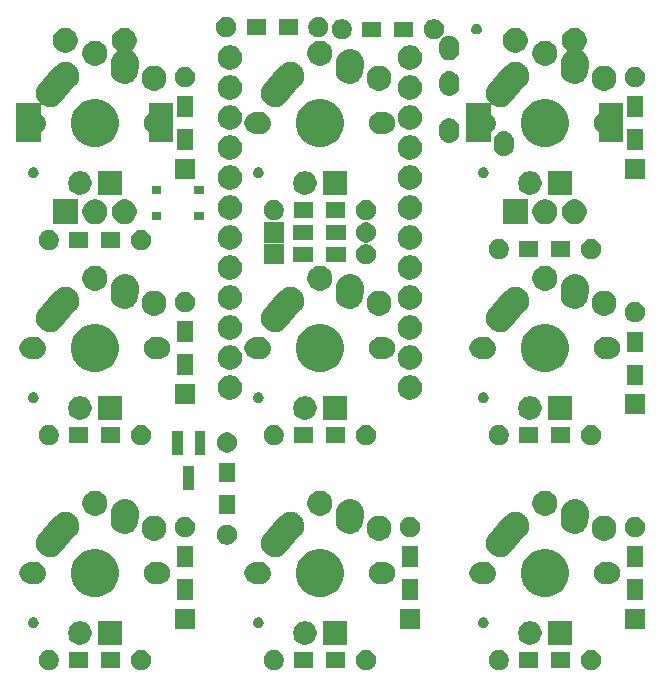
<source format=gbs>
G04 #@! TF.GenerationSoftware,KiCad,Pcbnew,(5.1.6)-1*
G04 #@! TF.CreationDate,2020-12-19T02:43:37-06:00*
G04 #@! TF.ProjectId,macropad_3x3,6d616372-6f70-4616-945f-3378332e6b69,rev?*
G04 #@! TF.SameCoordinates,Original*
G04 #@! TF.FileFunction,Soldermask,Bot*
G04 #@! TF.FilePolarity,Negative*
%FSLAX46Y46*%
G04 Gerber Fmt 4.6, Leading zero omitted, Abs format (unit mm)*
G04 Created by KiCad (PCBNEW (5.1.6)-1) date 2020-12-19 02:43:37*
%MOMM*%
%LPD*%
G01*
G04 APERTURE LIST*
%ADD10C,0.100000*%
G04 APERTURE END LIST*
D10*
G36*
X73998169Y-76397895D02*
G01*
X74153005Y-76462031D01*
X74292354Y-76555140D01*
X74410860Y-76673646D01*
X74503969Y-76812995D01*
X74568105Y-76967831D01*
X74600800Y-77132203D01*
X74600800Y-77299797D01*
X74568105Y-77464169D01*
X74503969Y-77619005D01*
X74410860Y-77758354D01*
X74292354Y-77876860D01*
X74153005Y-77969969D01*
X73998169Y-78034105D01*
X73833797Y-78066800D01*
X73666203Y-78066800D01*
X73501831Y-78034105D01*
X73346995Y-77969969D01*
X73207646Y-77876860D01*
X73089140Y-77758354D01*
X72996031Y-77619005D01*
X72931895Y-77464169D01*
X72899200Y-77299797D01*
X72899200Y-77132203D01*
X72931895Y-76967831D01*
X72996031Y-76812995D01*
X73089140Y-76673646D01*
X73207646Y-76555140D01*
X73346995Y-76462031D01*
X73501831Y-76397895D01*
X73666203Y-76365200D01*
X73833797Y-76365200D01*
X73998169Y-76397895D01*
G37*
G36*
X47148169Y-76397895D02*
G01*
X47303005Y-76462031D01*
X47442354Y-76555140D01*
X47560860Y-76673646D01*
X47653969Y-76812995D01*
X47718105Y-76967831D01*
X47750800Y-77132203D01*
X47750800Y-77299797D01*
X47718105Y-77464169D01*
X47653969Y-77619005D01*
X47560860Y-77758354D01*
X47442354Y-77876860D01*
X47303005Y-77969969D01*
X47148169Y-78034105D01*
X46983797Y-78066800D01*
X46816203Y-78066800D01*
X46651831Y-78034105D01*
X46496995Y-77969969D01*
X46357646Y-77876860D01*
X46239140Y-77758354D01*
X46146031Y-77619005D01*
X46081895Y-77464169D01*
X46049200Y-77299797D01*
X46049200Y-77132203D01*
X46081895Y-76967831D01*
X46146031Y-76812995D01*
X46239140Y-76673646D01*
X46357646Y-76555140D01*
X46496995Y-76462031D01*
X46651831Y-76397895D01*
X46816203Y-76365200D01*
X46983797Y-76365200D01*
X47148169Y-76397895D01*
G37*
G36*
X54948169Y-76397895D02*
G01*
X55103005Y-76462031D01*
X55242354Y-76555140D01*
X55360860Y-76673646D01*
X55453969Y-76812995D01*
X55518105Y-76967831D01*
X55550800Y-77132203D01*
X55550800Y-77299797D01*
X55518105Y-77464169D01*
X55453969Y-77619005D01*
X55360860Y-77758354D01*
X55242354Y-77876860D01*
X55103005Y-77969969D01*
X54948169Y-78034105D01*
X54783797Y-78066800D01*
X54616203Y-78066800D01*
X54451831Y-78034105D01*
X54296995Y-77969969D01*
X54157646Y-77876860D01*
X54039140Y-77758354D01*
X53946031Y-77619005D01*
X53881895Y-77464169D01*
X53849200Y-77299797D01*
X53849200Y-77132203D01*
X53881895Y-76967831D01*
X53946031Y-76812995D01*
X54039140Y-76673646D01*
X54157646Y-76555140D01*
X54296995Y-76462031D01*
X54451831Y-76397895D01*
X54616203Y-76365200D01*
X54783797Y-76365200D01*
X54948169Y-76397895D01*
G37*
G36*
X28098169Y-76397895D02*
G01*
X28253005Y-76462031D01*
X28392354Y-76555140D01*
X28510860Y-76673646D01*
X28603969Y-76812995D01*
X28668105Y-76967831D01*
X28700800Y-77132203D01*
X28700800Y-77299797D01*
X28668105Y-77464169D01*
X28603969Y-77619005D01*
X28510860Y-77758354D01*
X28392354Y-77876860D01*
X28253005Y-77969969D01*
X28098169Y-78034105D01*
X27933797Y-78066800D01*
X27766203Y-78066800D01*
X27601831Y-78034105D01*
X27446995Y-77969969D01*
X27307646Y-77876860D01*
X27189140Y-77758354D01*
X27096031Y-77619005D01*
X27031895Y-77464169D01*
X26999200Y-77299797D01*
X26999200Y-77132203D01*
X27031895Y-76967831D01*
X27096031Y-76812995D01*
X27189140Y-76673646D01*
X27307646Y-76555140D01*
X27446995Y-76462031D01*
X27601831Y-76397895D01*
X27766203Y-76365200D01*
X27933797Y-76365200D01*
X28098169Y-76397895D01*
G37*
G36*
X35898169Y-76397895D02*
G01*
X36053005Y-76462031D01*
X36192354Y-76555140D01*
X36310860Y-76673646D01*
X36403969Y-76812995D01*
X36468105Y-76967831D01*
X36500800Y-77132203D01*
X36500800Y-77299797D01*
X36468105Y-77464169D01*
X36403969Y-77619005D01*
X36310860Y-77758354D01*
X36192354Y-77876860D01*
X36053005Y-77969969D01*
X35898169Y-78034105D01*
X35733797Y-78066800D01*
X35566203Y-78066800D01*
X35401831Y-78034105D01*
X35246995Y-77969969D01*
X35107646Y-77876860D01*
X34989140Y-77758354D01*
X34896031Y-77619005D01*
X34831895Y-77464169D01*
X34799200Y-77299797D01*
X34799200Y-77132203D01*
X34831895Y-76967831D01*
X34896031Y-76812995D01*
X34989140Y-76673646D01*
X35107646Y-76555140D01*
X35246995Y-76462031D01*
X35401831Y-76397895D01*
X35566203Y-76365200D01*
X35733797Y-76365200D01*
X35898169Y-76397895D01*
G37*
G36*
X66198169Y-76397895D02*
G01*
X66353005Y-76462031D01*
X66492354Y-76555140D01*
X66610860Y-76673646D01*
X66703969Y-76812995D01*
X66768105Y-76967831D01*
X66800800Y-77132203D01*
X66800800Y-77299797D01*
X66768105Y-77464169D01*
X66703969Y-77619005D01*
X66610860Y-77758354D01*
X66492354Y-77876860D01*
X66353005Y-77969969D01*
X66198169Y-78034105D01*
X66033797Y-78066800D01*
X65866203Y-78066800D01*
X65701831Y-78034105D01*
X65546995Y-77969969D01*
X65407646Y-77876860D01*
X65289140Y-77758354D01*
X65196031Y-77619005D01*
X65131895Y-77464169D01*
X65099200Y-77299797D01*
X65099200Y-77132203D01*
X65131895Y-76967831D01*
X65196031Y-76812995D01*
X65289140Y-76673646D01*
X65407646Y-76555140D01*
X65546995Y-76462031D01*
X65701831Y-76397895D01*
X65866203Y-76365200D01*
X66033797Y-76365200D01*
X66198169Y-76397895D01*
G37*
G36*
X50250800Y-77866800D02*
G01*
X48649200Y-77866800D01*
X48649200Y-76565200D01*
X50250800Y-76565200D01*
X50250800Y-77866800D01*
G37*
G36*
X52950800Y-77866800D02*
G01*
X51349200Y-77866800D01*
X51349200Y-76565200D01*
X52950800Y-76565200D01*
X52950800Y-77866800D01*
G37*
G36*
X31200800Y-77866800D02*
G01*
X29599200Y-77866800D01*
X29599200Y-76565200D01*
X31200800Y-76565200D01*
X31200800Y-77866800D01*
G37*
G36*
X33900800Y-77866800D02*
G01*
X32299200Y-77866800D01*
X32299200Y-76565200D01*
X33900800Y-76565200D01*
X33900800Y-77866800D01*
G37*
G36*
X69300800Y-77866800D02*
G01*
X67699200Y-77866800D01*
X67699200Y-76565200D01*
X69300800Y-76565200D01*
X69300800Y-77866800D01*
G37*
G36*
X72000800Y-77866800D02*
G01*
X70399200Y-77866800D01*
X70399200Y-76565200D01*
X72000800Y-76565200D01*
X72000800Y-77866800D01*
G37*
G36*
X68872652Y-73965256D02*
G01*
X69055241Y-74040887D01*
X69219567Y-74150686D01*
X69359314Y-74290433D01*
X69469113Y-74454759D01*
X69544744Y-74637348D01*
X69583300Y-74831184D01*
X69583300Y-75028816D01*
X69544744Y-75222652D01*
X69469113Y-75405241D01*
X69359314Y-75569567D01*
X69219567Y-75709314D01*
X69055241Y-75819113D01*
X68872652Y-75894744D01*
X68678816Y-75933300D01*
X68481184Y-75933300D01*
X68287348Y-75894744D01*
X68104759Y-75819113D01*
X67940433Y-75709314D01*
X67800686Y-75569567D01*
X67690887Y-75405241D01*
X67615256Y-75222652D01*
X67576700Y-75028816D01*
X67576700Y-74831184D01*
X67615256Y-74637348D01*
X67690887Y-74454759D01*
X67800686Y-74290433D01*
X67940433Y-74150686D01*
X68104759Y-74040887D01*
X68287348Y-73965256D01*
X68481184Y-73926700D01*
X68678816Y-73926700D01*
X68872652Y-73965256D01*
G37*
G36*
X53073300Y-75933300D02*
G01*
X51066700Y-75933300D01*
X51066700Y-73926700D01*
X53073300Y-73926700D01*
X53073300Y-75933300D01*
G37*
G36*
X49822652Y-73965256D02*
G01*
X50005241Y-74040887D01*
X50169567Y-74150686D01*
X50309314Y-74290433D01*
X50419113Y-74454759D01*
X50494744Y-74637348D01*
X50533300Y-74831184D01*
X50533300Y-75028816D01*
X50494744Y-75222652D01*
X50419113Y-75405241D01*
X50309314Y-75569567D01*
X50169567Y-75709314D01*
X50005241Y-75819113D01*
X49822652Y-75894744D01*
X49628816Y-75933300D01*
X49431184Y-75933300D01*
X49237348Y-75894744D01*
X49054759Y-75819113D01*
X48890433Y-75709314D01*
X48750686Y-75569567D01*
X48640887Y-75405241D01*
X48565256Y-75222652D01*
X48526700Y-75028816D01*
X48526700Y-74831184D01*
X48565256Y-74637348D01*
X48640887Y-74454759D01*
X48750686Y-74290433D01*
X48890433Y-74150686D01*
X49054759Y-74040887D01*
X49237348Y-73965256D01*
X49431184Y-73926700D01*
X49628816Y-73926700D01*
X49822652Y-73965256D01*
G37*
G36*
X34023300Y-75933300D02*
G01*
X32016700Y-75933300D01*
X32016700Y-73926700D01*
X34023300Y-73926700D01*
X34023300Y-75933300D01*
G37*
G36*
X72123300Y-75933300D02*
G01*
X70116700Y-75933300D01*
X70116700Y-73926700D01*
X72123300Y-73926700D01*
X72123300Y-75933300D01*
G37*
G36*
X30772652Y-73965256D02*
G01*
X30955241Y-74040887D01*
X31119567Y-74150686D01*
X31259314Y-74290433D01*
X31369113Y-74454759D01*
X31444744Y-74637348D01*
X31483300Y-74831184D01*
X31483300Y-75028816D01*
X31444744Y-75222652D01*
X31369113Y-75405241D01*
X31259314Y-75569567D01*
X31119567Y-75709314D01*
X30955241Y-75819113D01*
X30772652Y-75894744D01*
X30578816Y-75933300D01*
X30381184Y-75933300D01*
X30187348Y-75894744D01*
X30004759Y-75819113D01*
X29840433Y-75709314D01*
X29700686Y-75569567D01*
X29590887Y-75405241D01*
X29515256Y-75222652D01*
X29476700Y-75028816D01*
X29476700Y-74831184D01*
X29515256Y-74637348D01*
X29590887Y-74454759D01*
X29700686Y-74290433D01*
X29840433Y-74150686D01*
X30004759Y-74040887D01*
X30187348Y-73965256D01*
X30381184Y-73926700D01*
X30578816Y-73926700D01*
X30772652Y-73965256D01*
G37*
G36*
X40220800Y-74600800D02*
G01*
X38519200Y-74600800D01*
X38519200Y-72899200D01*
X40220800Y-72899200D01*
X40220800Y-74600800D01*
G37*
G36*
X59270800Y-74600800D02*
G01*
X57569200Y-74600800D01*
X57569200Y-72899200D01*
X59270800Y-72899200D01*
X59270800Y-74600800D01*
G37*
G36*
X78320800Y-74600800D02*
G01*
X76619200Y-74600800D01*
X76619200Y-72899200D01*
X78320800Y-72899200D01*
X78320800Y-74600800D01*
G37*
G36*
X64761494Y-73616524D02*
G01*
X64843534Y-73650506D01*
X64892646Y-73683322D01*
X64917370Y-73699842D01*
X64980158Y-73762630D01*
X64980159Y-73762632D01*
X65029494Y-73836466D01*
X65063476Y-73918507D01*
X65080800Y-74005600D01*
X65080800Y-74094400D01*
X65063476Y-74181493D01*
X65029494Y-74263534D01*
X65011521Y-74290432D01*
X64980158Y-74337370D01*
X64917370Y-74400158D01*
X64892646Y-74416678D01*
X64843534Y-74449494D01*
X64802513Y-74466485D01*
X64761494Y-74483476D01*
X64674400Y-74500800D01*
X64585600Y-74500800D01*
X64498506Y-74483476D01*
X64457487Y-74466485D01*
X64416466Y-74449494D01*
X64367354Y-74416678D01*
X64342630Y-74400158D01*
X64279842Y-74337370D01*
X64248479Y-74290432D01*
X64230506Y-74263534D01*
X64196524Y-74181493D01*
X64179200Y-74094400D01*
X64179200Y-74005600D01*
X64196524Y-73918507D01*
X64230506Y-73836466D01*
X64279841Y-73762632D01*
X64279842Y-73762630D01*
X64342630Y-73699842D01*
X64367354Y-73683322D01*
X64416466Y-73650506D01*
X64498506Y-73616524D01*
X64585600Y-73599200D01*
X64674400Y-73599200D01*
X64761494Y-73616524D01*
G37*
G36*
X26661494Y-73616524D02*
G01*
X26743534Y-73650506D01*
X26792646Y-73683322D01*
X26817370Y-73699842D01*
X26880158Y-73762630D01*
X26880159Y-73762632D01*
X26929494Y-73836466D01*
X26963476Y-73918507D01*
X26980800Y-74005600D01*
X26980800Y-74094400D01*
X26963476Y-74181493D01*
X26929494Y-74263534D01*
X26911521Y-74290432D01*
X26880158Y-74337370D01*
X26817370Y-74400158D01*
X26792646Y-74416678D01*
X26743534Y-74449494D01*
X26702513Y-74466485D01*
X26661494Y-74483476D01*
X26574400Y-74500800D01*
X26485600Y-74500800D01*
X26398506Y-74483476D01*
X26357487Y-74466485D01*
X26316466Y-74449494D01*
X26267354Y-74416678D01*
X26242630Y-74400158D01*
X26179842Y-74337370D01*
X26148479Y-74290432D01*
X26130506Y-74263534D01*
X26096524Y-74181493D01*
X26079200Y-74094400D01*
X26079200Y-74005600D01*
X26096524Y-73918507D01*
X26130506Y-73836466D01*
X26179841Y-73762632D01*
X26179842Y-73762630D01*
X26242630Y-73699842D01*
X26267354Y-73683322D01*
X26316466Y-73650506D01*
X26398506Y-73616524D01*
X26485600Y-73599200D01*
X26574400Y-73599200D01*
X26661494Y-73616524D01*
G37*
G36*
X45711494Y-73616524D02*
G01*
X45793534Y-73650506D01*
X45842646Y-73683322D01*
X45867370Y-73699842D01*
X45930158Y-73762630D01*
X45930159Y-73762632D01*
X45979494Y-73836466D01*
X46013476Y-73918507D01*
X46030800Y-74005600D01*
X46030800Y-74094400D01*
X46013476Y-74181493D01*
X45979494Y-74263534D01*
X45961521Y-74290432D01*
X45930158Y-74337370D01*
X45867370Y-74400158D01*
X45842646Y-74416678D01*
X45793534Y-74449494D01*
X45752513Y-74466485D01*
X45711494Y-74483476D01*
X45624400Y-74500800D01*
X45535600Y-74500800D01*
X45448506Y-74483476D01*
X45407487Y-74466485D01*
X45366466Y-74449494D01*
X45317354Y-74416678D01*
X45292630Y-74400158D01*
X45229842Y-74337370D01*
X45198479Y-74290432D01*
X45180506Y-74263534D01*
X45146524Y-74181493D01*
X45129200Y-74094400D01*
X45129200Y-74005600D01*
X45146524Y-73918507D01*
X45180506Y-73836466D01*
X45229841Y-73762632D01*
X45229842Y-73762630D01*
X45292630Y-73699842D01*
X45317354Y-73683322D01*
X45366466Y-73650506D01*
X45448506Y-73616524D01*
X45535600Y-73599200D01*
X45624400Y-73599200D01*
X45711494Y-73616524D01*
G37*
G36*
X78120800Y-72100800D02*
G01*
X76819200Y-72100800D01*
X76819200Y-70399200D01*
X78120800Y-70399200D01*
X78120800Y-72100800D01*
G37*
G36*
X40020800Y-72100800D02*
G01*
X38719200Y-72100800D01*
X38719200Y-70399200D01*
X40020800Y-70399200D01*
X40020800Y-72100800D01*
G37*
G36*
X59070800Y-72100800D02*
G01*
X57769200Y-72100800D01*
X57769200Y-70399200D01*
X59070800Y-70399200D01*
X59070800Y-72100800D01*
G37*
G36*
X32346417Y-67883877D02*
G01*
X32718529Y-68038010D01*
X33053422Y-68261779D01*
X33338221Y-68546578D01*
X33561990Y-68881471D01*
X33716123Y-69253583D01*
X33794700Y-69648614D01*
X33794700Y-70051386D01*
X33716123Y-70446417D01*
X33561990Y-70818529D01*
X33338221Y-71153422D01*
X33053422Y-71438221D01*
X32718529Y-71661990D01*
X32346417Y-71816123D01*
X31951386Y-71894700D01*
X31548614Y-71894700D01*
X31153583Y-71816123D01*
X30781471Y-71661990D01*
X30446578Y-71438221D01*
X30161779Y-71153422D01*
X29938010Y-70818529D01*
X29783877Y-70446417D01*
X29705300Y-70051386D01*
X29705300Y-69648614D01*
X29783877Y-69253583D01*
X29938010Y-68881471D01*
X30161779Y-68546578D01*
X30446578Y-68261779D01*
X30781471Y-68038010D01*
X31153583Y-67883877D01*
X31548614Y-67805300D01*
X31951386Y-67805300D01*
X32346417Y-67883877D01*
G37*
G36*
X51396417Y-67883877D02*
G01*
X51768529Y-68038010D01*
X52103422Y-68261779D01*
X52388221Y-68546578D01*
X52611990Y-68881471D01*
X52766123Y-69253583D01*
X52844700Y-69648614D01*
X52844700Y-70051386D01*
X52766123Y-70446417D01*
X52611990Y-70818529D01*
X52388221Y-71153422D01*
X52103422Y-71438221D01*
X51768529Y-71661990D01*
X51396417Y-71816123D01*
X51001386Y-71894700D01*
X50598614Y-71894700D01*
X50203583Y-71816123D01*
X49831471Y-71661990D01*
X49496578Y-71438221D01*
X49211779Y-71153422D01*
X48988010Y-70818529D01*
X48833877Y-70446417D01*
X48755300Y-70051386D01*
X48755300Y-69648614D01*
X48833877Y-69253583D01*
X48988010Y-68881471D01*
X49211779Y-68546578D01*
X49496578Y-68261779D01*
X49831471Y-68038010D01*
X50203583Y-67883877D01*
X50598614Y-67805300D01*
X51001386Y-67805300D01*
X51396417Y-67883877D01*
G37*
G36*
X70446417Y-67883877D02*
G01*
X70818529Y-68038010D01*
X71153422Y-68261779D01*
X71438221Y-68546578D01*
X71661990Y-68881471D01*
X71816123Y-69253583D01*
X71894700Y-69648614D01*
X71894700Y-70051386D01*
X71816123Y-70446417D01*
X71661990Y-70818529D01*
X71438221Y-71153422D01*
X71153422Y-71438221D01*
X70818529Y-71661990D01*
X70446417Y-71816123D01*
X70051386Y-71894700D01*
X69648614Y-71894700D01*
X69253583Y-71816123D01*
X68881471Y-71661990D01*
X68546578Y-71438221D01*
X68261779Y-71153422D01*
X68038010Y-70818529D01*
X67883877Y-70446417D01*
X67805300Y-70051386D01*
X67805300Y-69648614D01*
X67883877Y-69253583D01*
X68038010Y-68881471D01*
X68261779Y-68546578D01*
X68546578Y-68261779D01*
X68881471Y-68038010D01*
X69253583Y-67883877D01*
X69648614Y-67805300D01*
X70051386Y-67805300D01*
X70446417Y-67883877D01*
G37*
G36*
X56144164Y-68958608D02*
G01*
X56154074Y-68959584D01*
X56163978Y-68958609D01*
X56211279Y-68949200D01*
X56388721Y-68949200D01*
X56562754Y-68983817D01*
X56726689Y-69051721D01*
X56874227Y-69150303D01*
X56999697Y-69275773D01*
X57098279Y-69423311D01*
X57166183Y-69587246D01*
X57200800Y-69761279D01*
X57200800Y-69938721D01*
X57166183Y-70112754D01*
X57098279Y-70276689D01*
X56999697Y-70424227D01*
X56874227Y-70549697D01*
X56726689Y-70648279D01*
X56562754Y-70716183D01*
X56388721Y-70750800D01*
X56211279Y-70750800D01*
X56163978Y-70741391D01*
X56154074Y-70740416D01*
X56144164Y-70741392D01*
X55971184Y-70775800D01*
X55788816Y-70775800D01*
X55609954Y-70740222D01*
X55551916Y-70716182D01*
X55441469Y-70670434D01*
X55289837Y-70569116D01*
X55160884Y-70440163D01*
X55059566Y-70288531D01*
X54989778Y-70120046D01*
X54976121Y-70051386D01*
X54954200Y-69941184D01*
X54954200Y-69758816D01*
X54989778Y-69579954D01*
X55059565Y-69411472D01*
X55059566Y-69411469D01*
X55160884Y-69259837D01*
X55289837Y-69130884D01*
X55441469Y-69029566D01*
X55609954Y-68959778D01*
X55663133Y-68949200D01*
X55788816Y-68924200D01*
X55971184Y-68924200D01*
X56144164Y-68958608D01*
G37*
G36*
X75194164Y-68958608D02*
G01*
X75204074Y-68959584D01*
X75213978Y-68958609D01*
X75261279Y-68949200D01*
X75438721Y-68949200D01*
X75612754Y-68983817D01*
X75776689Y-69051721D01*
X75924227Y-69150303D01*
X76049697Y-69275773D01*
X76148279Y-69423311D01*
X76216183Y-69587246D01*
X76250800Y-69761279D01*
X76250800Y-69938721D01*
X76216183Y-70112754D01*
X76148279Y-70276689D01*
X76049697Y-70424227D01*
X75924227Y-70549697D01*
X75776689Y-70648279D01*
X75612754Y-70716183D01*
X75438721Y-70750800D01*
X75261279Y-70750800D01*
X75213978Y-70741391D01*
X75204074Y-70740416D01*
X75194164Y-70741392D01*
X75021184Y-70775800D01*
X74838816Y-70775800D01*
X74659954Y-70740222D01*
X74601916Y-70716182D01*
X74491469Y-70670434D01*
X74339837Y-70569116D01*
X74210884Y-70440163D01*
X74109566Y-70288531D01*
X74039778Y-70120046D01*
X74026121Y-70051386D01*
X74004200Y-69941184D01*
X74004200Y-69758816D01*
X74039778Y-69579954D01*
X74109565Y-69411472D01*
X74109566Y-69411469D01*
X74210884Y-69259837D01*
X74339837Y-69130884D01*
X74491469Y-69029566D01*
X74659954Y-68959778D01*
X74713133Y-68949200D01*
X74838816Y-68924200D01*
X75021184Y-68924200D01*
X75194164Y-68958608D01*
G37*
G36*
X64986867Y-68949200D02*
G01*
X65040046Y-68959778D01*
X65208531Y-69029566D01*
X65360163Y-69130884D01*
X65489116Y-69259837D01*
X65590434Y-69411469D01*
X65590435Y-69411472D01*
X65660222Y-69579954D01*
X65695800Y-69758816D01*
X65695800Y-69941184D01*
X65673879Y-70051386D01*
X65660222Y-70120046D01*
X65590434Y-70288531D01*
X65489116Y-70440163D01*
X65360163Y-70569116D01*
X65208531Y-70670434D01*
X65098084Y-70716182D01*
X65040046Y-70740222D01*
X64861184Y-70775800D01*
X64678816Y-70775800D01*
X64505836Y-70741392D01*
X64495926Y-70740416D01*
X64486022Y-70741391D01*
X64438721Y-70750800D01*
X64261279Y-70750800D01*
X64087246Y-70716183D01*
X63923311Y-70648279D01*
X63775773Y-70549697D01*
X63650303Y-70424227D01*
X63551721Y-70276689D01*
X63483817Y-70112754D01*
X63449200Y-69938721D01*
X63449200Y-69761279D01*
X63483817Y-69587246D01*
X63551721Y-69423311D01*
X63650303Y-69275773D01*
X63775773Y-69150303D01*
X63923311Y-69051721D01*
X64087246Y-68983817D01*
X64261279Y-68949200D01*
X64438721Y-68949200D01*
X64486022Y-68958609D01*
X64495926Y-68959584D01*
X64505836Y-68958608D01*
X64678816Y-68924200D01*
X64861184Y-68924200D01*
X64986867Y-68949200D01*
G37*
G36*
X45936867Y-68949200D02*
G01*
X45990046Y-68959778D01*
X46158531Y-69029566D01*
X46310163Y-69130884D01*
X46439116Y-69259837D01*
X46540434Y-69411469D01*
X46540435Y-69411472D01*
X46610222Y-69579954D01*
X46645800Y-69758816D01*
X46645800Y-69941184D01*
X46623879Y-70051386D01*
X46610222Y-70120046D01*
X46540434Y-70288531D01*
X46439116Y-70440163D01*
X46310163Y-70569116D01*
X46158531Y-70670434D01*
X46048084Y-70716182D01*
X45990046Y-70740222D01*
X45811184Y-70775800D01*
X45628816Y-70775800D01*
X45455836Y-70741392D01*
X45445926Y-70740416D01*
X45436022Y-70741391D01*
X45388721Y-70750800D01*
X45211279Y-70750800D01*
X45037246Y-70716183D01*
X44873311Y-70648279D01*
X44725773Y-70549697D01*
X44600303Y-70424227D01*
X44501721Y-70276689D01*
X44433817Y-70112754D01*
X44399200Y-69938721D01*
X44399200Y-69761279D01*
X44433817Y-69587246D01*
X44501721Y-69423311D01*
X44600303Y-69275773D01*
X44725773Y-69150303D01*
X44873311Y-69051721D01*
X45037246Y-68983817D01*
X45211279Y-68949200D01*
X45388721Y-68949200D01*
X45436022Y-68958609D01*
X45445926Y-68959584D01*
X45455836Y-68958608D01*
X45628816Y-68924200D01*
X45811184Y-68924200D01*
X45936867Y-68949200D01*
G37*
G36*
X37094164Y-68958608D02*
G01*
X37104074Y-68959584D01*
X37113978Y-68958609D01*
X37161279Y-68949200D01*
X37338721Y-68949200D01*
X37512754Y-68983817D01*
X37676689Y-69051721D01*
X37824227Y-69150303D01*
X37949697Y-69275773D01*
X38048279Y-69423311D01*
X38116183Y-69587246D01*
X38150800Y-69761279D01*
X38150800Y-69938721D01*
X38116183Y-70112754D01*
X38048279Y-70276689D01*
X37949697Y-70424227D01*
X37824227Y-70549697D01*
X37676689Y-70648279D01*
X37512754Y-70716183D01*
X37338721Y-70750800D01*
X37161279Y-70750800D01*
X37113978Y-70741391D01*
X37104074Y-70740416D01*
X37094164Y-70741392D01*
X36921184Y-70775800D01*
X36738816Y-70775800D01*
X36559954Y-70740222D01*
X36501916Y-70716182D01*
X36391469Y-70670434D01*
X36239837Y-70569116D01*
X36110884Y-70440163D01*
X36009566Y-70288531D01*
X35939778Y-70120046D01*
X35926121Y-70051386D01*
X35904200Y-69941184D01*
X35904200Y-69758816D01*
X35939778Y-69579954D01*
X36009565Y-69411472D01*
X36009566Y-69411469D01*
X36110884Y-69259837D01*
X36239837Y-69130884D01*
X36391469Y-69029566D01*
X36559954Y-68959778D01*
X36613133Y-68949200D01*
X36738816Y-68924200D01*
X36921184Y-68924200D01*
X37094164Y-68958608D01*
G37*
G36*
X26886867Y-68949200D02*
G01*
X26940046Y-68959778D01*
X27108531Y-69029566D01*
X27260163Y-69130884D01*
X27389116Y-69259837D01*
X27490434Y-69411469D01*
X27490435Y-69411472D01*
X27560222Y-69579954D01*
X27595800Y-69758816D01*
X27595800Y-69941184D01*
X27573879Y-70051386D01*
X27560222Y-70120046D01*
X27490434Y-70288531D01*
X27389116Y-70440163D01*
X27260163Y-70569116D01*
X27108531Y-70670434D01*
X26998084Y-70716182D01*
X26940046Y-70740222D01*
X26761184Y-70775800D01*
X26578816Y-70775800D01*
X26405836Y-70741392D01*
X26395926Y-70740416D01*
X26386022Y-70741391D01*
X26338721Y-70750800D01*
X26161279Y-70750800D01*
X25987246Y-70716183D01*
X25823311Y-70648279D01*
X25675773Y-70549697D01*
X25550303Y-70424227D01*
X25451721Y-70276689D01*
X25383817Y-70112754D01*
X25349200Y-69938721D01*
X25349200Y-69761279D01*
X25383817Y-69587246D01*
X25451721Y-69423311D01*
X25550303Y-69275773D01*
X25675773Y-69150303D01*
X25823311Y-69051721D01*
X25987246Y-68983817D01*
X26161279Y-68949200D01*
X26338721Y-68949200D01*
X26386022Y-68958609D01*
X26395926Y-68959584D01*
X26405836Y-68958608D01*
X26578816Y-68924200D01*
X26761184Y-68924200D01*
X26886867Y-68949200D01*
G37*
G36*
X40020800Y-69300800D02*
G01*
X38719200Y-69300800D01*
X38719200Y-67599200D01*
X40020800Y-67599200D01*
X40020800Y-69300800D01*
G37*
G36*
X78120800Y-69300800D02*
G01*
X76819200Y-69300800D01*
X76819200Y-67599200D01*
X78120800Y-67599200D01*
X78120800Y-69300800D01*
G37*
G36*
X59070800Y-69300800D02*
G01*
X57769200Y-69300800D01*
X57769200Y-67599200D01*
X59070800Y-67599200D01*
X59070800Y-69300800D01*
G37*
G36*
X67375002Y-64674153D02*
G01*
X67377163Y-64674200D01*
X67465806Y-64674200D01*
X67487572Y-64678530D01*
X67495230Y-64679455D01*
X67517483Y-64680436D01*
X67603860Y-64701612D01*
X67605993Y-64702085D01*
X67656254Y-64712083D01*
X67692969Y-64719386D01*
X67713480Y-64727882D01*
X67720814Y-64730284D01*
X67742435Y-64735585D01*
X67822979Y-64773186D01*
X67824962Y-64774059D01*
X67906948Y-64808018D01*
X67925432Y-64820369D01*
X67932143Y-64824148D01*
X67952304Y-64833560D01*
X68023925Y-64886123D01*
X68025681Y-64887353D01*
X68099532Y-64936699D01*
X68115256Y-64952423D01*
X68121102Y-64957441D01*
X68139026Y-64970596D01*
X68198962Y-65036062D01*
X68200468Y-65037635D01*
X68263303Y-65100470D01*
X68275670Y-65118979D01*
X68280425Y-65125041D01*
X68295427Y-65141427D01*
X68341409Y-65217277D01*
X68342579Y-65219116D01*
X68391982Y-65293052D01*
X68400504Y-65313626D01*
X68403992Y-65320512D01*
X68415495Y-65339487D01*
X68445781Y-65422811D01*
X68446575Y-65424854D01*
X68480614Y-65507030D01*
X68484961Y-65528884D01*
X68487041Y-65536326D01*
X68494616Y-65557167D01*
X68508055Y-65644735D01*
X68508435Y-65646895D01*
X68525800Y-65734194D01*
X68525800Y-65756497D01*
X68526387Y-65764183D01*
X68529750Y-65786099D01*
X68525847Y-65874597D01*
X68525800Y-65876757D01*
X68525800Y-65965805D01*
X68521448Y-65987683D01*
X68520522Y-65995346D01*
X68519546Y-66017486D01*
X68498465Y-66103476D01*
X68497987Y-66105629D01*
X68480614Y-66192969D01*
X68472076Y-66213582D01*
X68469673Y-66220918D01*
X68464397Y-66242437D01*
X68426954Y-66322642D01*
X68426072Y-66324646D01*
X68391981Y-66406951D01*
X68379576Y-66425516D01*
X68375792Y-66432235D01*
X68366422Y-66452306D01*
X68314041Y-66523679D01*
X68312805Y-66525445D01*
X68263303Y-66599530D01*
X68204719Y-66658114D01*
X68202829Y-66660109D01*
X66876596Y-68138219D01*
X66876590Y-68138224D01*
X66876586Y-68138229D01*
X66748565Y-68255437D01*
X66550505Y-68375505D01*
X66332825Y-68454626D01*
X66103893Y-68489760D01*
X65872507Y-68479556D01*
X65647555Y-68424407D01*
X65437686Y-68326432D01*
X65250964Y-68189395D01*
X65094563Y-68018565D01*
X64974495Y-67820505D01*
X64895374Y-67602825D01*
X64860240Y-67373893D01*
X64870444Y-67142507D01*
X64925593Y-66917555D01*
X65023568Y-66707686D01*
X65126264Y-66567755D01*
X65444045Y-66213582D01*
X66416530Y-65129728D01*
X66420958Y-65124026D01*
X66436699Y-65100468D01*
X66494940Y-65042227D01*
X66496830Y-65040232D01*
X66513393Y-65021772D01*
X66536272Y-65000826D01*
X66537889Y-64999278D01*
X66600471Y-64936696D01*
X66618895Y-64924385D01*
X66624963Y-64919625D01*
X66641424Y-64904555D01*
X66717606Y-64858372D01*
X66719432Y-64857210D01*
X66793052Y-64808018D01*
X66813525Y-64799538D01*
X66820405Y-64796053D01*
X66839484Y-64784487D01*
X66923195Y-64754060D01*
X66925226Y-64753271D01*
X67007030Y-64719386D01*
X67028769Y-64715062D01*
X67036211Y-64712982D01*
X67057164Y-64705366D01*
X67145131Y-64691866D01*
X67147311Y-64691482D01*
X67234194Y-64674200D01*
X67256378Y-64674200D01*
X67264061Y-64673614D01*
X67286096Y-64670232D01*
X67375002Y-64674153D01*
G37*
G36*
X48325002Y-64674153D02*
G01*
X48327163Y-64674200D01*
X48415806Y-64674200D01*
X48437572Y-64678530D01*
X48445230Y-64679455D01*
X48467483Y-64680436D01*
X48553860Y-64701612D01*
X48555993Y-64702085D01*
X48606254Y-64712083D01*
X48642969Y-64719386D01*
X48663480Y-64727882D01*
X48670814Y-64730284D01*
X48692435Y-64735585D01*
X48772979Y-64773186D01*
X48774962Y-64774059D01*
X48856948Y-64808018D01*
X48875432Y-64820369D01*
X48882143Y-64824148D01*
X48902304Y-64833560D01*
X48973925Y-64886123D01*
X48975681Y-64887353D01*
X49049532Y-64936699D01*
X49065256Y-64952423D01*
X49071102Y-64957441D01*
X49089026Y-64970596D01*
X49148962Y-65036062D01*
X49150468Y-65037635D01*
X49213303Y-65100470D01*
X49225670Y-65118979D01*
X49230425Y-65125041D01*
X49245427Y-65141427D01*
X49291409Y-65217277D01*
X49292579Y-65219116D01*
X49341982Y-65293052D01*
X49350504Y-65313626D01*
X49353992Y-65320512D01*
X49365495Y-65339487D01*
X49395781Y-65422811D01*
X49396575Y-65424854D01*
X49430614Y-65507030D01*
X49434961Y-65528884D01*
X49437041Y-65536326D01*
X49444616Y-65557167D01*
X49458055Y-65644735D01*
X49458435Y-65646895D01*
X49475800Y-65734194D01*
X49475800Y-65756497D01*
X49476387Y-65764183D01*
X49479750Y-65786099D01*
X49475847Y-65874597D01*
X49475800Y-65876757D01*
X49475800Y-65965805D01*
X49471448Y-65987683D01*
X49470522Y-65995346D01*
X49469546Y-66017486D01*
X49448465Y-66103476D01*
X49447987Y-66105629D01*
X49430614Y-66192969D01*
X49422076Y-66213582D01*
X49419673Y-66220918D01*
X49414397Y-66242437D01*
X49376954Y-66322642D01*
X49376072Y-66324646D01*
X49341981Y-66406951D01*
X49329576Y-66425516D01*
X49325792Y-66432235D01*
X49316422Y-66452306D01*
X49264041Y-66523679D01*
X49262805Y-66525445D01*
X49213303Y-66599530D01*
X49154719Y-66658114D01*
X49152829Y-66660109D01*
X47826596Y-68138219D01*
X47826590Y-68138224D01*
X47826586Y-68138229D01*
X47698565Y-68255437D01*
X47500505Y-68375505D01*
X47282825Y-68454626D01*
X47053893Y-68489760D01*
X46822507Y-68479556D01*
X46597555Y-68424407D01*
X46387686Y-68326432D01*
X46200964Y-68189395D01*
X46044563Y-68018565D01*
X45924495Y-67820505D01*
X45845374Y-67602825D01*
X45810240Y-67373893D01*
X45820444Y-67142507D01*
X45875593Y-66917555D01*
X45973568Y-66707686D01*
X46076264Y-66567755D01*
X46394045Y-66213582D01*
X47366530Y-65129728D01*
X47370958Y-65124026D01*
X47386699Y-65100468D01*
X47444940Y-65042227D01*
X47446830Y-65040232D01*
X47463393Y-65021772D01*
X47486272Y-65000826D01*
X47487889Y-64999278D01*
X47550471Y-64936696D01*
X47568895Y-64924385D01*
X47574963Y-64919625D01*
X47591424Y-64904555D01*
X47667606Y-64858372D01*
X47669432Y-64857210D01*
X47743052Y-64808018D01*
X47763525Y-64799538D01*
X47770405Y-64796053D01*
X47789484Y-64784487D01*
X47873195Y-64754060D01*
X47875226Y-64753271D01*
X47957030Y-64719386D01*
X47978769Y-64715062D01*
X47986211Y-64712982D01*
X48007164Y-64705366D01*
X48095131Y-64691866D01*
X48097311Y-64691482D01*
X48184194Y-64674200D01*
X48206378Y-64674200D01*
X48214061Y-64673614D01*
X48236096Y-64670232D01*
X48325002Y-64674153D01*
G37*
G36*
X29275002Y-64674153D02*
G01*
X29277163Y-64674200D01*
X29365806Y-64674200D01*
X29387572Y-64678530D01*
X29395230Y-64679455D01*
X29417483Y-64680436D01*
X29503860Y-64701612D01*
X29505993Y-64702085D01*
X29556254Y-64712083D01*
X29592969Y-64719386D01*
X29613480Y-64727882D01*
X29620814Y-64730284D01*
X29642435Y-64735585D01*
X29722979Y-64773186D01*
X29724962Y-64774059D01*
X29806948Y-64808018D01*
X29825432Y-64820369D01*
X29832143Y-64824148D01*
X29852304Y-64833560D01*
X29923925Y-64886123D01*
X29925681Y-64887353D01*
X29999532Y-64936699D01*
X30015256Y-64952423D01*
X30021102Y-64957441D01*
X30039026Y-64970596D01*
X30098962Y-65036062D01*
X30100468Y-65037635D01*
X30163303Y-65100470D01*
X30175670Y-65118979D01*
X30180425Y-65125041D01*
X30195427Y-65141427D01*
X30241409Y-65217277D01*
X30242579Y-65219116D01*
X30291982Y-65293052D01*
X30300504Y-65313626D01*
X30303992Y-65320512D01*
X30315495Y-65339487D01*
X30345781Y-65422811D01*
X30346575Y-65424854D01*
X30380614Y-65507030D01*
X30384961Y-65528884D01*
X30387041Y-65536326D01*
X30394616Y-65557167D01*
X30408055Y-65644735D01*
X30408435Y-65646895D01*
X30425800Y-65734194D01*
X30425800Y-65756497D01*
X30426387Y-65764183D01*
X30429750Y-65786099D01*
X30425847Y-65874597D01*
X30425800Y-65876757D01*
X30425800Y-65965805D01*
X30421448Y-65987683D01*
X30420522Y-65995346D01*
X30419546Y-66017486D01*
X30398465Y-66103476D01*
X30397987Y-66105629D01*
X30380614Y-66192969D01*
X30372076Y-66213582D01*
X30369673Y-66220918D01*
X30364397Y-66242437D01*
X30326954Y-66322642D01*
X30326072Y-66324646D01*
X30291981Y-66406951D01*
X30279576Y-66425516D01*
X30275792Y-66432235D01*
X30266422Y-66452306D01*
X30214041Y-66523679D01*
X30212805Y-66525445D01*
X30163303Y-66599530D01*
X30104719Y-66658114D01*
X30102829Y-66660109D01*
X28776596Y-68138219D01*
X28776590Y-68138224D01*
X28776586Y-68138229D01*
X28648565Y-68255437D01*
X28450505Y-68375505D01*
X28232825Y-68454626D01*
X28003893Y-68489760D01*
X27772507Y-68479556D01*
X27547555Y-68424407D01*
X27337686Y-68326432D01*
X27150964Y-68189395D01*
X26994563Y-68018565D01*
X26874495Y-67820505D01*
X26795374Y-67602825D01*
X26760240Y-67373893D01*
X26770444Y-67142507D01*
X26825593Y-66917555D01*
X26923568Y-66707686D01*
X27026264Y-66567755D01*
X27344045Y-66213582D01*
X28316530Y-65129728D01*
X28320958Y-65124026D01*
X28336699Y-65100468D01*
X28394940Y-65042227D01*
X28396830Y-65040232D01*
X28413393Y-65021772D01*
X28436272Y-65000826D01*
X28437889Y-64999278D01*
X28500471Y-64936696D01*
X28518895Y-64924385D01*
X28524963Y-64919625D01*
X28541424Y-64904555D01*
X28617606Y-64858372D01*
X28619432Y-64857210D01*
X28693052Y-64808018D01*
X28713525Y-64799538D01*
X28720405Y-64796053D01*
X28739484Y-64784487D01*
X28823195Y-64754060D01*
X28825226Y-64753271D01*
X28907030Y-64719386D01*
X28928769Y-64715062D01*
X28936211Y-64712982D01*
X28957164Y-64705366D01*
X29045131Y-64691866D01*
X29047311Y-64691482D01*
X29134194Y-64674200D01*
X29156378Y-64674200D01*
X29164061Y-64673614D01*
X29186096Y-64670232D01*
X29275002Y-64674153D01*
G37*
G36*
X43174169Y-65782895D02*
G01*
X43329005Y-65847031D01*
X43468354Y-65940140D01*
X43586860Y-66058646D01*
X43679969Y-66197995D01*
X43744105Y-66352831D01*
X43776800Y-66517203D01*
X43776800Y-66684797D01*
X43744105Y-66849169D01*
X43679969Y-67004005D01*
X43586860Y-67143354D01*
X43468354Y-67261860D01*
X43329005Y-67354969D01*
X43174169Y-67419105D01*
X43009797Y-67451800D01*
X42842203Y-67451800D01*
X42677831Y-67419105D01*
X42522995Y-67354969D01*
X42383646Y-67261860D01*
X42265140Y-67143354D01*
X42172031Y-67004005D01*
X42107895Y-66849169D01*
X42075200Y-66684797D01*
X42075200Y-66517203D01*
X42107895Y-66352831D01*
X42172031Y-66197995D01*
X42265140Y-66058646D01*
X42383646Y-65940140D01*
X42522995Y-65847031D01*
X42677831Y-65782895D01*
X42842203Y-65750200D01*
X43009797Y-65750200D01*
X43174169Y-65782895D01*
G37*
G36*
X56106508Y-65039582D02*
G01*
X56297741Y-65118793D01*
X56469847Y-65233791D01*
X56616209Y-65380153D01*
X56731207Y-65552259D01*
X56810418Y-65743492D01*
X56850800Y-65946505D01*
X56850800Y-66153495D01*
X56810418Y-66356508D01*
X56731207Y-66547741D01*
X56616209Y-66719847D01*
X56469847Y-66866209D01*
X56297741Y-66981207D01*
X56106508Y-67060418D01*
X55903495Y-67100800D01*
X55696505Y-67100800D01*
X55493492Y-67060418D01*
X55302259Y-66981207D01*
X55130153Y-66866209D01*
X54983791Y-66719847D01*
X54868793Y-66547741D01*
X54789582Y-66356508D01*
X54749200Y-66153495D01*
X54749200Y-65946505D01*
X54789582Y-65743492D01*
X54868793Y-65552259D01*
X54983791Y-65380153D01*
X55130153Y-65233791D01*
X55302259Y-65118793D01*
X55493492Y-65039582D01*
X55696505Y-64999200D01*
X55903495Y-64999200D01*
X56106508Y-65039582D01*
G37*
G36*
X75156508Y-65039582D02*
G01*
X75347741Y-65118793D01*
X75519847Y-65233791D01*
X75666209Y-65380153D01*
X75781207Y-65552259D01*
X75860418Y-65743492D01*
X75900800Y-65946505D01*
X75900800Y-66153495D01*
X75860418Y-66356508D01*
X75781207Y-66547741D01*
X75666209Y-66719847D01*
X75519847Y-66866209D01*
X75347741Y-66981207D01*
X75156508Y-67060418D01*
X74953495Y-67100800D01*
X74746505Y-67100800D01*
X74543492Y-67060418D01*
X74352259Y-66981207D01*
X74180153Y-66866209D01*
X74033791Y-66719847D01*
X73918793Y-66547741D01*
X73839582Y-66356508D01*
X73799200Y-66153495D01*
X73799200Y-65946505D01*
X73839582Y-65743492D01*
X73918793Y-65552259D01*
X74033791Y-65380153D01*
X74180153Y-65233791D01*
X74352259Y-65118793D01*
X74543492Y-65039582D01*
X74746505Y-64999200D01*
X74953495Y-64999200D01*
X75156508Y-65039582D01*
G37*
G36*
X37056508Y-65039582D02*
G01*
X37247741Y-65118793D01*
X37419847Y-65233791D01*
X37566209Y-65380153D01*
X37681207Y-65552259D01*
X37760418Y-65743492D01*
X37800800Y-65946505D01*
X37800800Y-66153495D01*
X37760418Y-66356508D01*
X37681207Y-66547741D01*
X37566209Y-66719847D01*
X37419847Y-66866209D01*
X37247741Y-66981207D01*
X37056508Y-67060418D01*
X36853495Y-67100800D01*
X36646505Y-67100800D01*
X36443492Y-67060418D01*
X36252259Y-66981207D01*
X36080153Y-66866209D01*
X35933791Y-66719847D01*
X35818793Y-66547741D01*
X35739582Y-66356508D01*
X35699200Y-66153495D01*
X35699200Y-65946505D01*
X35739582Y-65743492D01*
X35818793Y-65552259D01*
X35933791Y-65380153D01*
X36080153Y-65233791D01*
X36252259Y-65118793D01*
X36443492Y-65039582D01*
X36646505Y-64999200D01*
X36853495Y-64999200D01*
X37056508Y-65039582D01*
G37*
G36*
X58668169Y-65131895D02*
G01*
X58823005Y-65196031D01*
X58962354Y-65289140D01*
X59080860Y-65407646D01*
X59173969Y-65546995D01*
X59238105Y-65701831D01*
X59270800Y-65866203D01*
X59270800Y-66033797D01*
X59238105Y-66198169D01*
X59173969Y-66353005D01*
X59080860Y-66492354D01*
X58962354Y-66610860D01*
X58823005Y-66703969D01*
X58668169Y-66768105D01*
X58503797Y-66800800D01*
X58336203Y-66800800D01*
X58171831Y-66768105D01*
X58016995Y-66703969D01*
X57877646Y-66610860D01*
X57759140Y-66492354D01*
X57666031Y-66353005D01*
X57601895Y-66198169D01*
X57569200Y-66033797D01*
X57569200Y-65866203D01*
X57601895Y-65701831D01*
X57666031Y-65546995D01*
X57759140Y-65407646D01*
X57877646Y-65289140D01*
X58016995Y-65196031D01*
X58171831Y-65131895D01*
X58336203Y-65099200D01*
X58503797Y-65099200D01*
X58668169Y-65131895D01*
G37*
G36*
X39618169Y-65131895D02*
G01*
X39773005Y-65196031D01*
X39912354Y-65289140D01*
X40030860Y-65407646D01*
X40123969Y-65546995D01*
X40188105Y-65701831D01*
X40220800Y-65866203D01*
X40220800Y-66033797D01*
X40188105Y-66198169D01*
X40123969Y-66353005D01*
X40030860Y-66492354D01*
X39912354Y-66610860D01*
X39773005Y-66703969D01*
X39618169Y-66768105D01*
X39453797Y-66800800D01*
X39286203Y-66800800D01*
X39121831Y-66768105D01*
X38966995Y-66703969D01*
X38827646Y-66610860D01*
X38709140Y-66492354D01*
X38616031Y-66353005D01*
X38551895Y-66198169D01*
X38519200Y-66033797D01*
X38519200Y-65866203D01*
X38551895Y-65701831D01*
X38616031Y-65546995D01*
X38709140Y-65407646D01*
X38827646Y-65289140D01*
X38966995Y-65196031D01*
X39121831Y-65131895D01*
X39286203Y-65099200D01*
X39453797Y-65099200D01*
X39618169Y-65131895D01*
G37*
G36*
X77718169Y-65131895D02*
G01*
X77873005Y-65196031D01*
X78012354Y-65289140D01*
X78130860Y-65407646D01*
X78223969Y-65546995D01*
X78288105Y-65701831D01*
X78320800Y-65866203D01*
X78320800Y-66033797D01*
X78288105Y-66198169D01*
X78223969Y-66353005D01*
X78130860Y-66492354D01*
X78012354Y-66610860D01*
X77873005Y-66703969D01*
X77718169Y-66768105D01*
X77553797Y-66800800D01*
X77386203Y-66800800D01*
X77221831Y-66768105D01*
X77066995Y-66703969D01*
X76927646Y-66610860D01*
X76809140Y-66492354D01*
X76716031Y-66353005D01*
X76651895Y-66198169D01*
X76619200Y-66033797D01*
X76619200Y-65866203D01*
X76651895Y-65701831D01*
X76716031Y-65546995D01*
X76809140Y-65407646D01*
X76927646Y-65289140D01*
X77066995Y-65196031D01*
X77221831Y-65131895D01*
X77386203Y-65099200D01*
X77553797Y-65099200D01*
X77718169Y-65131895D01*
G37*
G36*
X53433519Y-63593501D02*
G01*
X53441912Y-63594200D01*
X53455806Y-63594200D01*
X53552767Y-63613487D01*
X53554199Y-63613750D01*
X53648319Y-63629542D01*
X53660726Y-63634249D01*
X53668822Y-63636572D01*
X53682969Y-63639386D01*
X53777019Y-63678343D01*
X53778346Y-63678869D01*
X53864872Y-63711694D01*
X53875668Y-63718447D01*
X53883155Y-63722305D01*
X53896952Y-63728020D01*
X53983892Y-63786112D01*
X53985153Y-63786927D01*
X54017397Y-63807095D01*
X54061236Y-63834515D01*
X54061237Y-63834516D01*
X54070143Y-63842901D01*
X54076741Y-63848152D01*
X54089530Y-63856697D01*
X54165238Y-63932405D01*
X54166274Y-63933411D01*
X54229868Y-63993286D01*
X54236716Y-64002896D01*
X54242151Y-64009318D01*
X54253303Y-64020470D01*
X54313957Y-64111245D01*
X54314826Y-64112504D01*
X54364284Y-64181904D01*
X54368967Y-64192312D01*
X54373054Y-64199689D01*
X54381980Y-64213049D01*
X54424392Y-64315441D01*
X54424959Y-64316755D01*
X54459320Y-64393121D01*
X54461822Y-64403979D01*
X54464385Y-64411993D01*
X54470614Y-64427032D01*
X54477409Y-64461192D01*
X54492459Y-64536852D01*
X54492768Y-64538290D01*
X54511322Y-64618820D01*
X54511322Y-64618821D01*
X54511651Y-64629745D01*
X54512604Y-64638125D01*
X54515800Y-64654194D01*
X54515800Y-64766756D01*
X54515823Y-64768285D01*
X54516547Y-64792325D01*
X54515918Y-64801551D01*
X54515800Y-64805006D01*
X54515800Y-64885806D01*
X54507875Y-64925648D01*
X54507018Y-64932095D01*
X54493863Y-65125060D01*
X54469148Y-65487598D01*
X54440426Y-65658777D01*
X54358274Y-65875330D01*
X54283200Y-65995357D01*
X54243615Y-66058645D01*
X54235452Y-66071695D01*
X54076682Y-66240326D01*
X53925585Y-66348003D01*
X53888066Y-66374740D01*
X53888064Y-66374741D01*
X53676847Y-66469778D01*
X53451149Y-66521780D01*
X53219642Y-66528753D01*
X52991223Y-66490426D01*
X52774670Y-66408274D01*
X52631810Y-66318918D01*
X52578306Y-66285453D01*
X52573375Y-66280811D01*
X52409674Y-66126682D01*
X52280772Y-65945800D01*
X52275260Y-65938066D01*
X52275259Y-65938064D01*
X52180222Y-65726847D01*
X52128220Y-65501149D01*
X52122995Y-65327657D01*
X52122995Y-65327644D01*
X52164082Y-64724956D01*
X52164200Y-64721501D01*
X52164200Y-64654194D01*
X52180240Y-64573555D01*
X52180504Y-64572118D01*
X52199116Y-64461192D01*
X52204921Y-64445890D01*
X52207246Y-64437790D01*
X52209386Y-64427030D01*
X52241071Y-64350535D01*
X52241635Y-64349113D01*
X52253876Y-64316845D01*
X52281268Y-64244639D01*
X52289880Y-64230871D01*
X52293741Y-64223378D01*
X52298020Y-64213048D01*
X52344652Y-64143259D01*
X52345482Y-64141975D01*
X52404089Y-64048274D01*
X52415069Y-64036612D01*
X52420320Y-64030013D01*
X52426696Y-64020471D01*
X52487217Y-63959950D01*
X52488282Y-63958853D01*
X52562860Y-63879643D01*
X52575648Y-63870530D01*
X52582082Y-63865085D01*
X52590470Y-63856697D01*
X52663404Y-63807964D01*
X52664641Y-63807110D01*
X52751478Y-63745227D01*
X52765441Y-63738944D01*
X52772810Y-63734862D01*
X52783052Y-63728018D01*
X52866367Y-63693508D01*
X52867747Y-63692912D01*
X52962695Y-63650191D01*
X52977166Y-63646857D01*
X52985194Y-63644289D01*
X52997032Y-63639386D01*
X53088190Y-63621253D01*
X53089652Y-63620939D01*
X53188393Y-63598188D01*
X53202735Y-63597756D01*
X53211095Y-63596806D01*
X53224194Y-63594200D01*
X53320081Y-63594200D01*
X53321549Y-63594178D01*
X53419900Y-63591216D01*
X53433519Y-63593501D01*
G37*
G36*
X72483519Y-63593501D02*
G01*
X72491912Y-63594200D01*
X72505806Y-63594200D01*
X72602767Y-63613487D01*
X72604199Y-63613750D01*
X72698319Y-63629542D01*
X72710726Y-63634249D01*
X72718822Y-63636572D01*
X72732969Y-63639386D01*
X72827019Y-63678343D01*
X72828346Y-63678869D01*
X72914872Y-63711694D01*
X72925668Y-63718447D01*
X72933155Y-63722305D01*
X72946952Y-63728020D01*
X73033892Y-63786112D01*
X73035153Y-63786927D01*
X73067397Y-63807095D01*
X73111236Y-63834515D01*
X73111237Y-63834516D01*
X73120143Y-63842901D01*
X73126741Y-63848152D01*
X73139530Y-63856697D01*
X73215238Y-63932405D01*
X73216274Y-63933411D01*
X73279868Y-63993286D01*
X73286716Y-64002896D01*
X73292151Y-64009318D01*
X73303303Y-64020470D01*
X73363957Y-64111245D01*
X73364826Y-64112504D01*
X73414284Y-64181904D01*
X73418967Y-64192312D01*
X73423054Y-64199689D01*
X73431980Y-64213049D01*
X73474392Y-64315441D01*
X73474959Y-64316755D01*
X73509320Y-64393121D01*
X73511822Y-64403979D01*
X73514385Y-64411993D01*
X73520614Y-64427032D01*
X73527409Y-64461192D01*
X73542459Y-64536852D01*
X73542768Y-64538290D01*
X73561322Y-64618820D01*
X73561322Y-64618821D01*
X73561651Y-64629745D01*
X73562604Y-64638125D01*
X73565800Y-64654194D01*
X73565800Y-64766756D01*
X73565823Y-64768285D01*
X73566547Y-64792325D01*
X73565918Y-64801551D01*
X73565800Y-64805006D01*
X73565800Y-64885806D01*
X73557875Y-64925648D01*
X73557018Y-64932095D01*
X73543863Y-65125060D01*
X73519148Y-65487598D01*
X73490426Y-65658777D01*
X73408274Y-65875330D01*
X73333200Y-65995357D01*
X73293615Y-66058645D01*
X73285452Y-66071695D01*
X73126682Y-66240326D01*
X72975585Y-66348003D01*
X72938066Y-66374740D01*
X72938064Y-66374741D01*
X72726847Y-66469778D01*
X72501149Y-66521780D01*
X72269642Y-66528753D01*
X72041223Y-66490426D01*
X71824670Y-66408274D01*
X71681810Y-66318918D01*
X71628306Y-66285453D01*
X71623375Y-66280811D01*
X71459674Y-66126682D01*
X71330772Y-65945800D01*
X71325260Y-65938066D01*
X71325259Y-65938064D01*
X71230222Y-65726847D01*
X71178220Y-65501149D01*
X71172995Y-65327657D01*
X71172995Y-65327644D01*
X71214082Y-64724956D01*
X71214200Y-64721501D01*
X71214200Y-64654194D01*
X71230240Y-64573555D01*
X71230504Y-64572118D01*
X71249116Y-64461192D01*
X71254921Y-64445890D01*
X71257246Y-64437790D01*
X71259386Y-64427030D01*
X71291071Y-64350535D01*
X71291635Y-64349113D01*
X71303876Y-64316845D01*
X71331268Y-64244639D01*
X71339880Y-64230871D01*
X71343741Y-64223378D01*
X71348020Y-64213048D01*
X71394652Y-64143259D01*
X71395482Y-64141975D01*
X71454089Y-64048274D01*
X71465069Y-64036612D01*
X71470320Y-64030013D01*
X71476696Y-64020471D01*
X71537217Y-63959950D01*
X71538282Y-63958853D01*
X71612860Y-63879643D01*
X71625648Y-63870530D01*
X71632082Y-63865085D01*
X71640470Y-63856697D01*
X71713404Y-63807964D01*
X71714641Y-63807110D01*
X71801478Y-63745227D01*
X71815441Y-63738944D01*
X71822810Y-63734862D01*
X71833052Y-63728018D01*
X71916367Y-63693508D01*
X71917747Y-63692912D01*
X72012695Y-63650191D01*
X72027166Y-63646857D01*
X72035194Y-63644289D01*
X72047032Y-63639386D01*
X72138190Y-63621253D01*
X72139652Y-63620939D01*
X72238393Y-63598188D01*
X72252735Y-63597756D01*
X72261095Y-63596806D01*
X72274194Y-63594200D01*
X72370081Y-63594200D01*
X72371549Y-63594178D01*
X72469900Y-63591216D01*
X72483519Y-63593501D01*
G37*
G36*
X34383519Y-63593501D02*
G01*
X34391912Y-63594200D01*
X34405806Y-63594200D01*
X34502767Y-63613487D01*
X34504199Y-63613750D01*
X34598319Y-63629542D01*
X34610726Y-63634249D01*
X34618822Y-63636572D01*
X34632969Y-63639386D01*
X34727019Y-63678343D01*
X34728346Y-63678869D01*
X34814872Y-63711694D01*
X34825668Y-63718447D01*
X34833155Y-63722305D01*
X34846952Y-63728020D01*
X34933892Y-63786112D01*
X34935153Y-63786927D01*
X34967397Y-63807095D01*
X35011236Y-63834515D01*
X35011237Y-63834516D01*
X35020143Y-63842901D01*
X35026741Y-63848152D01*
X35039530Y-63856697D01*
X35115238Y-63932405D01*
X35116274Y-63933411D01*
X35179868Y-63993286D01*
X35186716Y-64002896D01*
X35192151Y-64009318D01*
X35203303Y-64020470D01*
X35263957Y-64111245D01*
X35264826Y-64112504D01*
X35314284Y-64181904D01*
X35318967Y-64192312D01*
X35323054Y-64199689D01*
X35331980Y-64213049D01*
X35374392Y-64315441D01*
X35374959Y-64316755D01*
X35409320Y-64393121D01*
X35411822Y-64403979D01*
X35414385Y-64411993D01*
X35420614Y-64427032D01*
X35427409Y-64461192D01*
X35442459Y-64536852D01*
X35442768Y-64538290D01*
X35461322Y-64618820D01*
X35461322Y-64618821D01*
X35461651Y-64629745D01*
X35462604Y-64638125D01*
X35465800Y-64654194D01*
X35465800Y-64766756D01*
X35465823Y-64768285D01*
X35466547Y-64792325D01*
X35465918Y-64801551D01*
X35465800Y-64805006D01*
X35465800Y-64885806D01*
X35457875Y-64925648D01*
X35457018Y-64932095D01*
X35443863Y-65125060D01*
X35419148Y-65487598D01*
X35390426Y-65658777D01*
X35308274Y-65875330D01*
X35233200Y-65995357D01*
X35193615Y-66058645D01*
X35185452Y-66071695D01*
X35026682Y-66240326D01*
X34875585Y-66348003D01*
X34838066Y-66374740D01*
X34838064Y-66374741D01*
X34626847Y-66469778D01*
X34401149Y-66521780D01*
X34169642Y-66528753D01*
X33941223Y-66490426D01*
X33724670Y-66408274D01*
X33581810Y-66318918D01*
X33528306Y-66285453D01*
X33523375Y-66280811D01*
X33359674Y-66126682D01*
X33230772Y-65945800D01*
X33225260Y-65938066D01*
X33225259Y-65938064D01*
X33130222Y-65726847D01*
X33078220Y-65501149D01*
X33072995Y-65327657D01*
X33072995Y-65327644D01*
X33114082Y-64724956D01*
X33114200Y-64721501D01*
X33114200Y-64654194D01*
X33130240Y-64573555D01*
X33130504Y-64572118D01*
X33149116Y-64461192D01*
X33154921Y-64445890D01*
X33157246Y-64437790D01*
X33159386Y-64427030D01*
X33191071Y-64350535D01*
X33191635Y-64349113D01*
X33203876Y-64316845D01*
X33231268Y-64244639D01*
X33239880Y-64230871D01*
X33243741Y-64223378D01*
X33248020Y-64213048D01*
X33294652Y-64143259D01*
X33295482Y-64141975D01*
X33354089Y-64048274D01*
X33365069Y-64036612D01*
X33370320Y-64030013D01*
X33376696Y-64020471D01*
X33437217Y-63959950D01*
X33438282Y-63958853D01*
X33512860Y-63879643D01*
X33525648Y-63870530D01*
X33532082Y-63865085D01*
X33540470Y-63856697D01*
X33613404Y-63807964D01*
X33614641Y-63807110D01*
X33701478Y-63745227D01*
X33715441Y-63738944D01*
X33722810Y-63734862D01*
X33733052Y-63728018D01*
X33816367Y-63693508D01*
X33817747Y-63692912D01*
X33912695Y-63650191D01*
X33927166Y-63646857D01*
X33935194Y-63644289D01*
X33947032Y-63639386D01*
X34038190Y-63621253D01*
X34039652Y-63620939D01*
X34138393Y-63598188D01*
X34152735Y-63597756D01*
X34161095Y-63596806D01*
X34174194Y-63594200D01*
X34270081Y-63594200D01*
X34271549Y-63594178D01*
X34369900Y-63591216D01*
X34383519Y-63593501D01*
G37*
G36*
X32056508Y-62939582D02*
G01*
X32247741Y-63018793D01*
X32419847Y-63133791D01*
X32566209Y-63280153D01*
X32681207Y-63452259D01*
X32760418Y-63643492D01*
X32800800Y-63846505D01*
X32800800Y-64053495D01*
X32760418Y-64256508D01*
X32681207Y-64447741D01*
X32566209Y-64619847D01*
X32419847Y-64766209D01*
X32247741Y-64881207D01*
X32056508Y-64960418D01*
X31853495Y-65000800D01*
X31646505Y-65000800D01*
X31443492Y-64960418D01*
X31252259Y-64881207D01*
X31080153Y-64766209D01*
X30933791Y-64619847D01*
X30818793Y-64447741D01*
X30739582Y-64256508D01*
X30699200Y-64053495D01*
X30699200Y-63846505D01*
X30739582Y-63643492D01*
X30818793Y-63452259D01*
X30933791Y-63280153D01*
X31080153Y-63133791D01*
X31252259Y-63018793D01*
X31443492Y-62939582D01*
X31646505Y-62899200D01*
X31853495Y-62899200D01*
X32056508Y-62939582D01*
G37*
G36*
X51106508Y-62939582D02*
G01*
X51297741Y-63018793D01*
X51469847Y-63133791D01*
X51616209Y-63280153D01*
X51731207Y-63452259D01*
X51810418Y-63643492D01*
X51850800Y-63846505D01*
X51850800Y-64053495D01*
X51810418Y-64256508D01*
X51731207Y-64447741D01*
X51616209Y-64619847D01*
X51469847Y-64766209D01*
X51297741Y-64881207D01*
X51106508Y-64960418D01*
X50903495Y-65000800D01*
X50696505Y-65000800D01*
X50493492Y-64960418D01*
X50302259Y-64881207D01*
X50130153Y-64766209D01*
X49983791Y-64619847D01*
X49868793Y-64447741D01*
X49789582Y-64256508D01*
X49749200Y-64053495D01*
X49749200Y-63846505D01*
X49789582Y-63643492D01*
X49868793Y-63452259D01*
X49983791Y-63280153D01*
X50130153Y-63133791D01*
X50302259Y-63018793D01*
X50493492Y-62939582D01*
X50696505Y-62899200D01*
X50903495Y-62899200D01*
X51106508Y-62939582D01*
G37*
G36*
X70156508Y-62939582D02*
G01*
X70347741Y-63018793D01*
X70519847Y-63133791D01*
X70666209Y-63280153D01*
X70781207Y-63452259D01*
X70860418Y-63643492D01*
X70900800Y-63846505D01*
X70900800Y-64053495D01*
X70860418Y-64256508D01*
X70781207Y-64447741D01*
X70666209Y-64619847D01*
X70519847Y-64766209D01*
X70347741Y-64881207D01*
X70156508Y-64960418D01*
X69953495Y-65000800D01*
X69746505Y-65000800D01*
X69543492Y-64960418D01*
X69352259Y-64881207D01*
X69180153Y-64766209D01*
X69033791Y-64619847D01*
X68918793Y-64447741D01*
X68839582Y-64256508D01*
X68799200Y-64053495D01*
X68799200Y-63846505D01*
X68839582Y-63643492D01*
X68918793Y-63452259D01*
X69033791Y-63280153D01*
X69180153Y-63133791D01*
X69352259Y-63018793D01*
X69543492Y-62939582D01*
X69746505Y-62899200D01*
X69953495Y-62899200D01*
X70156508Y-62939582D01*
G37*
G36*
X43576800Y-64851800D02*
G01*
X42275200Y-64851800D01*
X42275200Y-63250200D01*
X43576800Y-63250200D01*
X43576800Y-64851800D01*
G37*
G36*
X40138300Y-62825800D02*
G01*
X39236700Y-62825800D01*
X39236700Y-60824200D01*
X40138300Y-60824200D01*
X40138300Y-62825800D01*
G37*
G36*
X43576800Y-62151800D02*
G01*
X42275200Y-62151800D01*
X42275200Y-60550200D01*
X43576800Y-60550200D01*
X43576800Y-62151800D01*
G37*
G36*
X41088300Y-59825800D02*
G01*
X40186700Y-59825800D01*
X40186700Y-57824200D01*
X41088300Y-57824200D01*
X41088300Y-59825800D01*
G37*
G36*
X39188300Y-59825800D02*
G01*
X38286700Y-59825800D01*
X38286700Y-57824200D01*
X39188300Y-57824200D01*
X39188300Y-59825800D01*
G37*
G36*
X43174169Y-57982895D02*
G01*
X43329005Y-58047031D01*
X43468354Y-58140140D01*
X43586860Y-58258646D01*
X43679969Y-58397995D01*
X43744105Y-58552831D01*
X43776800Y-58717203D01*
X43776800Y-58884797D01*
X43744105Y-59049169D01*
X43679969Y-59204005D01*
X43586860Y-59343354D01*
X43468354Y-59461860D01*
X43329005Y-59554969D01*
X43174169Y-59619105D01*
X43009797Y-59651800D01*
X42842203Y-59651800D01*
X42677831Y-59619105D01*
X42522995Y-59554969D01*
X42383646Y-59461860D01*
X42265140Y-59343354D01*
X42172031Y-59204005D01*
X42107895Y-59049169D01*
X42075200Y-58884797D01*
X42075200Y-58717203D01*
X42107895Y-58552831D01*
X42172031Y-58397995D01*
X42265140Y-58258646D01*
X42383646Y-58140140D01*
X42522995Y-58047031D01*
X42677831Y-57982895D01*
X42842203Y-57950200D01*
X43009797Y-57950200D01*
X43174169Y-57982895D01*
G37*
G36*
X47148169Y-57347895D02*
G01*
X47303005Y-57412031D01*
X47442354Y-57505140D01*
X47560860Y-57623646D01*
X47653969Y-57762995D01*
X47718105Y-57917831D01*
X47750800Y-58082203D01*
X47750800Y-58249797D01*
X47718105Y-58414169D01*
X47653969Y-58569005D01*
X47560860Y-58708354D01*
X47442354Y-58826860D01*
X47303005Y-58919969D01*
X47148169Y-58984105D01*
X46983797Y-59016800D01*
X46816203Y-59016800D01*
X46651831Y-58984105D01*
X46496995Y-58919969D01*
X46357646Y-58826860D01*
X46239140Y-58708354D01*
X46146031Y-58569005D01*
X46081895Y-58414169D01*
X46049200Y-58249797D01*
X46049200Y-58082203D01*
X46081895Y-57917831D01*
X46146031Y-57762995D01*
X46239140Y-57623646D01*
X46357646Y-57505140D01*
X46496995Y-57412031D01*
X46651831Y-57347895D01*
X46816203Y-57315200D01*
X46983797Y-57315200D01*
X47148169Y-57347895D01*
G37*
G36*
X66198169Y-57347895D02*
G01*
X66353005Y-57412031D01*
X66492354Y-57505140D01*
X66610860Y-57623646D01*
X66703969Y-57762995D01*
X66768105Y-57917831D01*
X66800800Y-58082203D01*
X66800800Y-58249797D01*
X66768105Y-58414169D01*
X66703969Y-58569005D01*
X66610860Y-58708354D01*
X66492354Y-58826860D01*
X66353005Y-58919969D01*
X66198169Y-58984105D01*
X66033797Y-59016800D01*
X65866203Y-59016800D01*
X65701831Y-58984105D01*
X65546995Y-58919969D01*
X65407646Y-58826860D01*
X65289140Y-58708354D01*
X65196031Y-58569005D01*
X65131895Y-58414169D01*
X65099200Y-58249797D01*
X65099200Y-58082203D01*
X65131895Y-57917831D01*
X65196031Y-57762995D01*
X65289140Y-57623646D01*
X65407646Y-57505140D01*
X65546995Y-57412031D01*
X65701831Y-57347895D01*
X65866203Y-57315200D01*
X66033797Y-57315200D01*
X66198169Y-57347895D01*
G37*
G36*
X73998169Y-57347895D02*
G01*
X74153005Y-57412031D01*
X74292354Y-57505140D01*
X74410860Y-57623646D01*
X74503969Y-57762995D01*
X74568105Y-57917831D01*
X74600800Y-58082203D01*
X74600800Y-58249797D01*
X74568105Y-58414169D01*
X74503969Y-58569005D01*
X74410860Y-58708354D01*
X74292354Y-58826860D01*
X74153005Y-58919969D01*
X73998169Y-58984105D01*
X73833797Y-59016800D01*
X73666203Y-59016800D01*
X73501831Y-58984105D01*
X73346995Y-58919969D01*
X73207646Y-58826860D01*
X73089140Y-58708354D01*
X72996031Y-58569005D01*
X72931895Y-58414169D01*
X72899200Y-58249797D01*
X72899200Y-58082203D01*
X72931895Y-57917831D01*
X72996031Y-57762995D01*
X73089140Y-57623646D01*
X73207646Y-57505140D01*
X73346995Y-57412031D01*
X73501831Y-57347895D01*
X73666203Y-57315200D01*
X73833797Y-57315200D01*
X73998169Y-57347895D01*
G37*
G36*
X54948169Y-57347895D02*
G01*
X55103005Y-57412031D01*
X55242354Y-57505140D01*
X55360860Y-57623646D01*
X55453969Y-57762995D01*
X55518105Y-57917831D01*
X55550800Y-58082203D01*
X55550800Y-58249797D01*
X55518105Y-58414169D01*
X55453969Y-58569005D01*
X55360860Y-58708354D01*
X55242354Y-58826860D01*
X55103005Y-58919969D01*
X54948169Y-58984105D01*
X54783797Y-59016800D01*
X54616203Y-59016800D01*
X54451831Y-58984105D01*
X54296995Y-58919969D01*
X54157646Y-58826860D01*
X54039140Y-58708354D01*
X53946031Y-58569005D01*
X53881895Y-58414169D01*
X53849200Y-58249797D01*
X53849200Y-58082203D01*
X53881895Y-57917831D01*
X53946031Y-57762995D01*
X54039140Y-57623646D01*
X54157646Y-57505140D01*
X54296995Y-57412031D01*
X54451831Y-57347895D01*
X54616203Y-57315200D01*
X54783797Y-57315200D01*
X54948169Y-57347895D01*
G37*
G36*
X35898169Y-57347895D02*
G01*
X36053005Y-57412031D01*
X36192354Y-57505140D01*
X36310860Y-57623646D01*
X36403969Y-57762995D01*
X36468105Y-57917831D01*
X36500800Y-58082203D01*
X36500800Y-58249797D01*
X36468105Y-58414169D01*
X36403969Y-58569005D01*
X36310860Y-58708354D01*
X36192354Y-58826860D01*
X36053005Y-58919969D01*
X35898169Y-58984105D01*
X35733797Y-59016800D01*
X35566203Y-59016800D01*
X35401831Y-58984105D01*
X35246995Y-58919969D01*
X35107646Y-58826860D01*
X34989140Y-58708354D01*
X34896031Y-58569005D01*
X34831895Y-58414169D01*
X34799200Y-58249797D01*
X34799200Y-58082203D01*
X34831895Y-57917831D01*
X34896031Y-57762995D01*
X34989140Y-57623646D01*
X35107646Y-57505140D01*
X35246995Y-57412031D01*
X35401831Y-57347895D01*
X35566203Y-57315200D01*
X35733797Y-57315200D01*
X35898169Y-57347895D01*
G37*
G36*
X28098169Y-57347895D02*
G01*
X28253005Y-57412031D01*
X28392354Y-57505140D01*
X28510860Y-57623646D01*
X28603969Y-57762995D01*
X28668105Y-57917831D01*
X28700800Y-58082203D01*
X28700800Y-58249797D01*
X28668105Y-58414169D01*
X28603969Y-58569005D01*
X28510860Y-58708354D01*
X28392354Y-58826860D01*
X28253005Y-58919969D01*
X28098169Y-58984105D01*
X27933797Y-59016800D01*
X27766203Y-59016800D01*
X27601831Y-58984105D01*
X27446995Y-58919969D01*
X27307646Y-58826860D01*
X27189140Y-58708354D01*
X27096031Y-58569005D01*
X27031895Y-58414169D01*
X26999200Y-58249797D01*
X26999200Y-58082203D01*
X27031895Y-57917831D01*
X27096031Y-57762995D01*
X27189140Y-57623646D01*
X27307646Y-57505140D01*
X27446995Y-57412031D01*
X27601831Y-57347895D01*
X27766203Y-57315200D01*
X27933797Y-57315200D01*
X28098169Y-57347895D01*
G37*
G36*
X72000800Y-58816800D02*
G01*
X70399200Y-58816800D01*
X70399200Y-57515200D01*
X72000800Y-57515200D01*
X72000800Y-58816800D01*
G37*
G36*
X50250800Y-58816800D02*
G01*
X48649200Y-58816800D01*
X48649200Y-57515200D01*
X50250800Y-57515200D01*
X50250800Y-58816800D01*
G37*
G36*
X52950800Y-58816800D02*
G01*
X51349200Y-58816800D01*
X51349200Y-57515200D01*
X52950800Y-57515200D01*
X52950800Y-58816800D01*
G37*
G36*
X33900800Y-58816800D02*
G01*
X32299200Y-58816800D01*
X32299200Y-57515200D01*
X33900800Y-57515200D01*
X33900800Y-58816800D01*
G37*
G36*
X31200800Y-58816800D02*
G01*
X29599200Y-58816800D01*
X29599200Y-57515200D01*
X31200800Y-57515200D01*
X31200800Y-58816800D01*
G37*
G36*
X69300800Y-58816800D02*
G01*
X67699200Y-58816800D01*
X67699200Y-57515200D01*
X69300800Y-57515200D01*
X69300800Y-58816800D01*
G37*
G36*
X68872652Y-54915256D02*
G01*
X69055241Y-54990887D01*
X69219567Y-55100686D01*
X69359314Y-55240433D01*
X69469113Y-55404759D01*
X69544744Y-55587348D01*
X69583300Y-55781184D01*
X69583300Y-55978816D01*
X69544744Y-56172652D01*
X69469113Y-56355241D01*
X69359314Y-56519567D01*
X69219567Y-56659314D01*
X69055241Y-56769113D01*
X68872652Y-56844744D01*
X68678816Y-56883300D01*
X68481184Y-56883300D01*
X68287348Y-56844744D01*
X68104759Y-56769113D01*
X67940433Y-56659314D01*
X67800686Y-56519567D01*
X67690887Y-56355241D01*
X67615256Y-56172652D01*
X67576700Y-55978816D01*
X67576700Y-55781184D01*
X67615256Y-55587348D01*
X67690887Y-55404759D01*
X67800686Y-55240433D01*
X67940433Y-55100686D01*
X68104759Y-54990887D01*
X68287348Y-54915256D01*
X68481184Y-54876700D01*
X68678816Y-54876700D01*
X68872652Y-54915256D01*
G37*
G36*
X72123300Y-56883300D02*
G01*
X70116700Y-56883300D01*
X70116700Y-54876700D01*
X72123300Y-54876700D01*
X72123300Y-56883300D01*
G37*
G36*
X34023300Y-56883300D02*
G01*
X32016700Y-56883300D01*
X32016700Y-54876700D01*
X34023300Y-54876700D01*
X34023300Y-56883300D01*
G37*
G36*
X53073300Y-56883300D02*
G01*
X51066700Y-56883300D01*
X51066700Y-54876700D01*
X53073300Y-54876700D01*
X53073300Y-56883300D01*
G37*
G36*
X49822652Y-54915256D02*
G01*
X50005241Y-54990887D01*
X50169567Y-55100686D01*
X50309314Y-55240433D01*
X50419113Y-55404759D01*
X50494744Y-55587348D01*
X50533300Y-55781184D01*
X50533300Y-55978816D01*
X50494744Y-56172652D01*
X50419113Y-56355241D01*
X50309314Y-56519567D01*
X50169567Y-56659314D01*
X50005241Y-56769113D01*
X49822652Y-56844744D01*
X49628816Y-56883300D01*
X49431184Y-56883300D01*
X49237348Y-56844744D01*
X49054759Y-56769113D01*
X48890433Y-56659314D01*
X48750686Y-56519567D01*
X48640887Y-56355241D01*
X48565256Y-56172652D01*
X48526700Y-55978816D01*
X48526700Y-55781184D01*
X48565256Y-55587348D01*
X48640887Y-55404759D01*
X48750686Y-55240433D01*
X48890433Y-55100686D01*
X49054759Y-54990887D01*
X49237348Y-54915256D01*
X49431184Y-54876700D01*
X49628816Y-54876700D01*
X49822652Y-54915256D01*
G37*
G36*
X30772652Y-54915256D02*
G01*
X30955241Y-54990887D01*
X31119567Y-55100686D01*
X31259314Y-55240433D01*
X31369113Y-55404759D01*
X31444744Y-55587348D01*
X31483300Y-55781184D01*
X31483300Y-55978816D01*
X31444744Y-56172652D01*
X31369113Y-56355241D01*
X31259314Y-56519567D01*
X31119567Y-56659314D01*
X30955241Y-56769113D01*
X30772652Y-56844744D01*
X30578816Y-56883300D01*
X30381184Y-56883300D01*
X30187348Y-56844744D01*
X30004759Y-56769113D01*
X29840433Y-56659314D01*
X29700686Y-56519567D01*
X29590887Y-56355241D01*
X29515256Y-56172652D01*
X29476700Y-55978816D01*
X29476700Y-55781184D01*
X29515256Y-55587348D01*
X29590887Y-55404759D01*
X29700686Y-55240433D01*
X29840433Y-55100686D01*
X30004759Y-54990887D01*
X30187348Y-54915256D01*
X30381184Y-54876700D01*
X30578816Y-54876700D01*
X30772652Y-54915256D01*
G37*
G36*
X78320800Y-56413300D02*
G01*
X76619200Y-56413300D01*
X76619200Y-54711700D01*
X78320800Y-54711700D01*
X78320800Y-56413300D01*
G37*
G36*
X40220800Y-55550800D02*
G01*
X38519200Y-55550800D01*
X38519200Y-53849200D01*
X40220800Y-53849200D01*
X40220800Y-55550800D01*
G37*
G36*
X45711494Y-54566524D02*
G01*
X45752513Y-54583515D01*
X45793534Y-54600506D01*
X45833241Y-54627038D01*
X45867370Y-54649842D01*
X45930158Y-54712630D01*
X45930159Y-54712632D01*
X45979494Y-54786466D01*
X46013476Y-54868507D01*
X46030800Y-54955600D01*
X46030800Y-55044400D01*
X46013476Y-55131493D01*
X45979494Y-55213534D01*
X45961521Y-55240432D01*
X45930158Y-55287370D01*
X45867370Y-55350158D01*
X45842646Y-55366678D01*
X45793534Y-55399494D01*
X45752513Y-55416485D01*
X45711494Y-55433476D01*
X45624400Y-55450800D01*
X45535600Y-55450800D01*
X45448506Y-55433476D01*
X45366466Y-55399494D01*
X45317354Y-55366678D01*
X45292630Y-55350158D01*
X45229842Y-55287370D01*
X45198479Y-55240432D01*
X45180506Y-55213534D01*
X45146524Y-55131493D01*
X45129200Y-55044400D01*
X45129200Y-54955600D01*
X45146524Y-54868507D01*
X45180506Y-54786466D01*
X45229841Y-54712632D01*
X45229842Y-54712630D01*
X45292630Y-54649842D01*
X45326759Y-54627038D01*
X45366466Y-54600506D01*
X45407487Y-54583515D01*
X45448506Y-54566524D01*
X45535600Y-54549200D01*
X45624400Y-54549200D01*
X45711494Y-54566524D01*
G37*
G36*
X64761494Y-54566524D02*
G01*
X64802513Y-54583515D01*
X64843534Y-54600506D01*
X64883241Y-54627038D01*
X64917370Y-54649842D01*
X64980158Y-54712630D01*
X64980159Y-54712632D01*
X65029494Y-54786466D01*
X65063476Y-54868507D01*
X65080800Y-54955600D01*
X65080800Y-55044400D01*
X65063476Y-55131493D01*
X65029494Y-55213534D01*
X65011521Y-55240432D01*
X64980158Y-55287370D01*
X64917370Y-55350158D01*
X64892646Y-55366678D01*
X64843534Y-55399494D01*
X64802513Y-55416485D01*
X64761494Y-55433476D01*
X64674400Y-55450800D01*
X64585600Y-55450800D01*
X64498506Y-55433476D01*
X64416466Y-55399494D01*
X64367354Y-55366678D01*
X64342630Y-55350158D01*
X64279842Y-55287370D01*
X64248479Y-55240432D01*
X64230506Y-55213534D01*
X64196524Y-55131493D01*
X64179200Y-55044400D01*
X64179200Y-54955600D01*
X64196524Y-54868507D01*
X64230506Y-54786466D01*
X64279841Y-54712632D01*
X64279842Y-54712630D01*
X64342630Y-54649842D01*
X64376759Y-54627038D01*
X64416466Y-54600506D01*
X64457487Y-54583515D01*
X64498506Y-54566524D01*
X64585600Y-54549200D01*
X64674400Y-54549200D01*
X64761494Y-54566524D01*
G37*
G36*
X26661494Y-54566524D02*
G01*
X26702513Y-54583515D01*
X26743534Y-54600506D01*
X26783241Y-54627038D01*
X26817370Y-54649842D01*
X26880158Y-54712630D01*
X26880159Y-54712632D01*
X26929494Y-54786466D01*
X26963476Y-54868507D01*
X26980800Y-54955600D01*
X26980800Y-55044400D01*
X26963476Y-55131493D01*
X26929494Y-55213534D01*
X26911521Y-55240432D01*
X26880158Y-55287370D01*
X26817370Y-55350158D01*
X26792646Y-55366678D01*
X26743534Y-55399494D01*
X26702513Y-55416485D01*
X26661494Y-55433476D01*
X26574400Y-55450800D01*
X26485600Y-55450800D01*
X26398506Y-55433476D01*
X26316466Y-55399494D01*
X26267354Y-55366678D01*
X26242630Y-55350158D01*
X26179842Y-55287370D01*
X26148479Y-55240432D01*
X26130506Y-55213534D01*
X26096524Y-55131493D01*
X26079200Y-55044400D01*
X26079200Y-54955600D01*
X26096524Y-54868507D01*
X26130506Y-54786466D01*
X26179841Y-54712632D01*
X26179842Y-54712630D01*
X26242630Y-54649842D01*
X26276759Y-54627038D01*
X26316466Y-54600506D01*
X26357487Y-54583515D01*
X26398506Y-54566524D01*
X26485600Y-54549200D01*
X26574400Y-54549200D01*
X26661494Y-54566524D01*
G37*
G36*
X58723766Y-53132370D02*
G01*
X58913288Y-53210873D01*
X59083855Y-53324842D01*
X59228908Y-53469895D01*
X59342877Y-53640462D01*
X59421380Y-53829984D01*
X59461400Y-54031181D01*
X59461400Y-54236319D01*
X59421380Y-54437516D01*
X59342877Y-54627038D01*
X59228908Y-54797605D01*
X59083855Y-54942658D01*
X58913288Y-55056627D01*
X58723766Y-55135130D01*
X58522569Y-55175150D01*
X58317431Y-55175150D01*
X58116234Y-55135130D01*
X57926712Y-55056627D01*
X57756145Y-54942658D01*
X57611092Y-54797605D01*
X57497123Y-54627038D01*
X57418620Y-54437516D01*
X57378600Y-54236319D01*
X57378600Y-54031181D01*
X57418620Y-53829984D01*
X57497123Y-53640462D01*
X57611092Y-53469895D01*
X57756145Y-53324842D01*
X57926712Y-53210873D01*
X58116234Y-53132370D01*
X58317431Y-53092350D01*
X58522569Y-53092350D01*
X58723766Y-53132370D01*
G37*
G36*
X43483766Y-53132370D02*
G01*
X43673288Y-53210873D01*
X43843855Y-53324842D01*
X43988908Y-53469895D01*
X44102877Y-53640462D01*
X44181380Y-53829984D01*
X44221400Y-54031181D01*
X44221400Y-54236319D01*
X44181380Y-54437516D01*
X44102877Y-54627038D01*
X43988908Y-54797605D01*
X43843855Y-54942658D01*
X43673288Y-55056627D01*
X43483766Y-55135130D01*
X43282569Y-55175150D01*
X43077431Y-55175150D01*
X42876234Y-55135130D01*
X42686712Y-55056627D01*
X42516145Y-54942658D01*
X42371092Y-54797605D01*
X42257123Y-54627038D01*
X42178620Y-54437516D01*
X42138600Y-54236319D01*
X42138600Y-54031181D01*
X42178620Y-53829984D01*
X42257123Y-53640462D01*
X42371092Y-53469895D01*
X42516145Y-53324842D01*
X42686712Y-53210873D01*
X42876234Y-53132370D01*
X43077431Y-53092350D01*
X43282569Y-53092350D01*
X43483766Y-53132370D01*
G37*
G36*
X78120800Y-53913300D02*
G01*
X76819200Y-53913300D01*
X76819200Y-52211700D01*
X78120800Y-52211700D01*
X78120800Y-53913300D01*
G37*
G36*
X40020800Y-53050800D02*
G01*
X38719200Y-53050800D01*
X38719200Y-51349200D01*
X40020800Y-51349200D01*
X40020800Y-53050800D01*
G37*
G36*
X70446417Y-48833877D02*
G01*
X70818529Y-48988010D01*
X71153422Y-49211779D01*
X71438221Y-49496578D01*
X71661990Y-49831471D01*
X71816123Y-50203583D01*
X71894700Y-50598614D01*
X71894700Y-51001386D01*
X71816123Y-51396417D01*
X71661990Y-51768529D01*
X71438221Y-52103422D01*
X71153422Y-52388221D01*
X70818529Y-52611990D01*
X70446417Y-52766123D01*
X70051386Y-52844700D01*
X69648614Y-52844700D01*
X69253583Y-52766123D01*
X68881471Y-52611990D01*
X68546578Y-52388221D01*
X68261779Y-52103422D01*
X68038010Y-51768529D01*
X67883877Y-51396417D01*
X67805300Y-51001386D01*
X67805300Y-50598614D01*
X67883877Y-50203583D01*
X68038010Y-49831471D01*
X68261779Y-49496578D01*
X68546578Y-49211779D01*
X68881471Y-48988010D01*
X69253583Y-48833877D01*
X69648614Y-48755300D01*
X70051386Y-48755300D01*
X70446417Y-48833877D01*
G37*
G36*
X32346417Y-48833877D02*
G01*
X32718529Y-48988010D01*
X33053422Y-49211779D01*
X33338221Y-49496578D01*
X33561990Y-49831471D01*
X33716123Y-50203583D01*
X33794700Y-50598614D01*
X33794700Y-51001386D01*
X33716123Y-51396417D01*
X33561990Y-51768529D01*
X33338221Y-52103422D01*
X33053422Y-52388221D01*
X32718529Y-52611990D01*
X32346417Y-52766123D01*
X31951386Y-52844700D01*
X31548614Y-52844700D01*
X31153583Y-52766123D01*
X30781471Y-52611990D01*
X30446578Y-52388221D01*
X30161779Y-52103422D01*
X29938010Y-51768529D01*
X29783877Y-51396417D01*
X29705300Y-51001386D01*
X29705300Y-50598614D01*
X29783877Y-50203583D01*
X29938010Y-49831471D01*
X30161779Y-49496578D01*
X30446578Y-49211779D01*
X30781471Y-48988010D01*
X31153583Y-48833877D01*
X31548614Y-48755300D01*
X31951386Y-48755300D01*
X32346417Y-48833877D01*
G37*
G36*
X51396417Y-48833877D02*
G01*
X51768529Y-48988010D01*
X52103422Y-49211779D01*
X52388221Y-49496578D01*
X52611990Y-49831471D01*
X52766123Y-50203583D01*
X52844700Y-50598614D01*
X52844700Y-51001386D01*
X52766123Y-51396417D01*
X52611990Y-51768529D01*
X52388221Y-52103422D01*
X52103422Y-52388221D01*
X51768529Y-52611990D01*
X51396417Y-52766123D01*
X51001386Y-52844700D01*
X50598614Y-52844700D01*
X50203583Y-52766123D01*
X49831471Y-52611990D01*
X49496578Y-52388221D01*
X49211779Y-52103422D01*
X48988010Y-51768529D01*
X48833877Y-51396417D01*
X48755300Y-51001386D01*
X48755300Y-50598614D01*
X48833877Y-50203583D01*
X48988010Y-49831471D01*
X49211779Y-49496578D01*
X49496578Y-49211779D01*
X49831471Y-48988010D01*
X50203583Y-48833877D01*
X50598614Y-48755300D01*
X51001386Y-48755300D01*
X51396417Y-48833877D01*
G37*
G36*
X58723766Y-50592370D02*
G01*
X58913288Y-50670873D01*
X59083855Y-50784842D01*
X59228908Y-50929895D01*
X59342877Y-51100462D01*
X59421380Y-51289984D01*
X59461400Y-51491181D01*
X59461400Y-51696319D01*
X59421380Y-51897516D01*
X59342877Y-52087038D01*
X59228908Y-52257605D01*
X59083855Y-52402658D01*
X58913288Y-52516627D01*
X58723766Y-52595130D01*
X58522569Y-52635150D01*
X58317431Y-52635150D01*
X58116234Y-52595130D01*
X57926712Y-52516627D01*
X57756145Y-52402658D01*
X57611092Y-52257605D01*
X57497123Y-52087038D01*
X57418620Y-51897516D01*
X57378600Y-51696319D01*
X57378600Y-51491181D01*
X57418620Y-51289984D01*
X57497123Y-51100462D01*
X57611092Y-50929895D01*
X57756145Y-50784842D01*
X57926712Y-50670873D01*
X58116234Y-50592370D01*
X58317431Y-50552350D01*
X58522569Y-50552350D01*
X58723766Y-50592370D01*
G37*
G36*
X43483766Y-50592370D02*
G01*
X43673288Y-50670873D01*
X43843855Y-50784842D01*
X43988908Y-50929895D01*
X44102877Y-51100462D01*
X44181380Y-51289984D01*
X44221400Y-51491181D01*
X44221400Y-51696319D01*
X44181380Y-51897516D01*
X44102877Y-52087038D01*
X43988908Y-52257605D01*
X43843855Y-52402658D01*
X43673288Y-52516627D01*
X43483766Y-52595130D01*
X43282569Y-52635150D01*
X43077431Y-52635150D01*
X42876234Y-52595130D01*
X42686712Y-52516627D01*
X42516145Y-52402658D01*
X42371092Y-52257605D01*
X42257123Y-52087038D01*
X42178620Y-51897516D01*
X42138600Y-51696319D01*
X42138600Y-51491181D01*
X42178620Y-51289984D01*
X42257123Y-51100462D01*
X42371092Y-50929895D01*
X42516145Y-50784842D01*
X42686712Y-50670873D01*
X42876234Y-50592370D01*
X43077431Y-50552350D01*
X43282569Y-50552350D01*
X43483766Y-50592370D01*
G37*
G36*
X64986867Y-49899200D02*
G01*
X65040046Y-49909778D01*
X65208531Y-49979566D01*
X65360163Y-50080884D01*
X65489116Y-50209837D01*
X65590434Y-50361469D01*
X65590435Y-50361472D01*
X65660222Y-50529954D01*
X65695800Y-50708816D01*
X65695800Y-50891184D01*
X65673879Y-51001386D01*
X65660222Y-51070046D01*
X65590434Y-51238531D01*
X65489116Y-51390163D01*
X65360163Y-51519116D01*
X65208531Y-51620434D01*
X65098084Y-51666182D01*
X65040046Y-51690222D01*
X64861184Y-51725800D01*
X64678816Y-51725800D01*
X64505836Y-51691392D01*
X64495926Y-51690416D01*
X64486022Y-51691391D01*
X64438721Y-51700800D01*
X64261279Y-51700800D01*
X64087246Y-51666183D01*
X63923311Y-51598279D01*
X63775773Y-51499697D01*
X63650303Y-51374227D01*
X63551721Y-51226689D01*
X63483817Y-51062754D01*
X63449200Y-50888721D01*
X63449200Y-50711279D01*
X63483817Y-50537246D01*
X63551721Y-50373311D01*
X63650303Y-50225773D01*
X63775773Y-50100303D01*
X63923311Y-50001721D01*
X64087246Y-49933817D01*
X64261279Y-49899200D01*
X64438721Y-49899200D01*
X64486022Y-49908609D01*
X64495926Y-49909584D01*
X64505836Y-49908608D01*
X64678816Y-49874200D01*
X64861184Y-49874200D01*
X64986867Y-49899200D01*
G37*
G36*
X56144164Y-49908608D02*
G01*
X56154074Y-49909584D01*
X56163978Y-49908609D01*
X56211279Y-49899200D01*
X56388721Y-49899200D01*
X56562754Y-49933817D01*
X56726689Y-50001721D01*
X56874227Y-50100303D01*
X56999697Y-50225773D01*
X57098279Y-50373311D01*
X57166183Y-50537246D01*
X57200800Y-50711279D01*
X57200800Y-50888721D01*
X57166183Y-51062754D01*
X57098279Y-51226689D01*
X56999697Y-51374227D01*
X56874227Y-51499697D01*
X56726689Y-51598279D01*
X56562754Y-51666183D01*
X56388721Y-51700800D01*
X56211279Y-51700800D01*
X56163978Y-51691391D01*
X56154074Y-51690416D01*
X56144164Y-51691392D01*
X55971184Y-51725800D01*
X55788816Y-51725800D01*
X55609954Y-51690222D01*
X55551916Y-51666182D01*
X55441469Y-51620434D01*
X55289837Y-51519116D01*
X55160884Y-51390163D01*
X55059566Y-51238531D01*
X54989778Y-51070046D01*
X54976121Y-51001386D01*
X54954200Y-50891184D01*
X54954200Y-50708816D01*
X54989778Y-50529954D01*
X55059565Y-50361472D01*
X55059566Y-50361469D01*
X55160884Y-50209837D01*
X55289837Y-50080884D01*
X55441469Y-49979566D01*
X55609954Y-49909778D01*
X55663133Y-49899200D01*
X55788816Y-49874200D01*
X55971184Y-49874200D01*
X56144164Y-49908608D01*
G37*
G36*
X26886867Y-49899200D02*
G01*
X26940046Y-49909778D01*
X27108531Y-49979566D01*
X27260163Y-50080884D01*
X27389116Y-50209837D01*
X27490434Y-50361469D01*
X27490435Y-50361472D01*
X27560222Y-50529954D01*
X27595800Y-50708816D01*
X27595800Y-50891184D01*
X27573879Y-51001386D01*
X27560222Y-51070046D01*
X27490434Y-51238531D01*
X27389116Y-51390163D01*
X27260163Y-51519116D01*
X27108531Y-51620434D01*
X26998084Y-51666182D01*
X26940046Y-51690222D01*
X26761184Y-51725800D01*
X26578816Y-51725800D01*
X26405836Y-51691392D01*
X26395926Y-51690416D01*
X26386022Y-51691391D01*
X26338721Y-51700800D01*
X26161279Y-51700800D01*
X25987246Y-51666183D01*
X25823311Y-51598279D01*
X25675773Y-51499697D01*
X25550303Y-51374227D01*
X25451721Y-51226689D01*
X25383817Y-51062754D01*
X25349200Y-50888721D01*
X25349200Y-50711279D01*
X25383817Y-50537246D01*
X25451721Y-50373311D01*
X25550303Y-50225773D01*
X25675773Y-50100303D01*
X25823311Y-50001721D01*
X25987246Y-49933817D01*
X26161279Y-49899200D01*
X26338721Y-49899200D01*
X26386022Y-49908609D01*
X26395926Y-49909584D01*
X26405836Y-49908608D01*
X26578816Y-49874200D01*
X26761184Y-49874200D01*
X26886867Y-49899200D01*
G37*
G36*
X37094164Y-49908608D02*
G01*
X37104074Y-49909584D01*
X37113978Y-49908609D01*
X37161279Y-49899200D01*
X37338721Y-49899200D01*
X37512754Y-49933817D01*
X37676689Y-50001721D01*
X37824227Y-50100303D01*
X37949697Y-50225773D01*
X38048279Y-50373311D01*
X38116183Y-50537246D01*
X38150800Y-50711279D01*
X38150800Y-50888721D01*
X38116183Y-51062754D01*
X38048279Y-51226689D01*
X37949697Y-51374227D01*
X37824227Y-51499697D01*
X37676689Y-51598279D01*
X37512754Y-51666183D01*
X37338721Y-51700800D01*
X37161279Y-51700800D01*
X37113978Y-51691391D01*
X37104074Y-51690416D01*
X37094164Y-51691392D01*
X36921184Y-51725800D01*
X36738816Y-51725800D01*
X36559954Y-51690222D01*
X36501916Y-51666182D01*
X36391469Y-51620434D01*
X36239837Y-51519116D01*
X36110884Y-51390163D01*
X36009566Y-51238531D01*
X35939778Y-51070046D01*
X35926121Y-51001386D01*
X35904200Y-50891184D01*
X35904200Y-50708816D01*
X35939778Y-50529954D01*
X36009565Y-50361472D01*
X36009566Y-50361469D01*
X36110884Y-50209837D01*
X36239837Y-50080884D01*
X36391469Y-49979566D01*
X36559954Y-49909778D01*
X36613133Y-49899200D01*
X36738816Y-49874200D01*
X36921184Y-49874200D01*
X37094164Y-49908608D01*
G37*
G36*
X45936867Y-49899200D02*
G01*
X45990046Y-49909778D01*
X46158531Y-49979566D01*
X46310163Y-50080884D01*
X46439116Y-50209837D01*
X46540434Y-50361469D01*
X46540435Y-50361472D01*
X46610222Y-50529954D01*
X46645800Y-50708816D01*
X46645800Y-50891184D01*
X46623879Y-51001386D01*
X46610222Y-51070046D01*
X46540434Y-51238531D01*
X46439116Y-51390163D01*
X46310163Y-51519116D01*
X46158531Y-51620434D01*
X46048084Y-51666182D01*
X45990046Y-51690222D01*
X45811184Y-51725800D01*
X45628816Y-51725800D01*
X45455836Y-51691392D01*
X45445926Y-51690416D01*
X45436022Y-51691391D01*
X45388721Y-51700800D01*
X45211279Y-51700800D01*
X45037246Y-51666183D01*
X44873311Y-51598279D01*
X44725773Y-51499697D01*
X44600303Y-51374227D01*
X44501721Y-51226689D01*
X44433817Y-51062754D01*
X44399200Y-50888721D01*
X44399200Y-50711279D01*
X44433817Y-50537246D01*
X44501721Y-50373311D01*
X44600303Y-50225773D01*
X44725773Y-50100303D01*
X44873311Y-50001721D01*
X45037246Y-49933817D01*
X45211279Y-49899200D01*
X45388721Y-49899200D01*
X45436022Y-49908609D01*
X45445926Y-49909584D01*
X45455836Y-49908608D01*
X45628816Y-49874200D01*
X45811184Y-49874200D01*
X45936867Y-49899200D01*
G37*
G36*
X75194164Y-49908608D02*
G01*
X75204074Y-49909584D01*
X75213978Y-49908609D01*
X75261279Y-49899200D01*
X75438721Y-49899200D01*
X75612754Y-49933817D01*
X75776689Y-50001721D01*
X75924227Y-50100303D01*
X76049697Y-50225773D01*
X76148279Y-50373311D01*
X76216183Y-50537246D01*
X76250800Y-50711279D01*
X76250800Y-50888721D01*
X76216183Y-51062754D01*
X76148279Y-51226689D01*
X76049697Y-51374227D01*
X75924227Y-51499697D01*
X75776689Y-51598279D01*
X75612754Y-51666183D01*
X75438721Y-51700800D01*
X75261279Y-51700800D01*
X75213978Y-51691391D01*
X75204074Y-51690416D01*
X75194164Y-51691392D01*
X75021184Y-51725800D01*
X74838816Y-51725800D01*
X74659954Y-51690222D01*
X74601916Y-51666182D01*
X74491469Y-51620434D01*
X74339837Y-51519116D01*
X74210884Y-51390163D01*
X74109566Y-51238531D01*
X74039778Y-51070046D01*
X74026121Y-51001386D01*
X74004200Y-50891184D01*
X74004200Y-50708816D01*
X74039778Y-50529954D01*
X74109565Y-50361472D01*
X74109566Y-50361469D01*
X74210884Y-50209837D01*
X74339837Y-50080884D01*
X74491469Y-49979566D01*
X74659954Y-49909778D01*
X74713133Y-49899200D01*
X74838816Y-49874200D01*
X75021184Y-49874200D01*
X75194164Y-49908608D01*
G37*
G36*
X78120800Y-51113300D02*
G01*
X76819200Y-51113300D01*
X76819200Y-49411700D01*
X78120800Y-49411700D01*
X78120800Y-51113300D01*
G37*
G36*
X40020800Y-50250800D02*
G01*
X38719200Y-50250800D01*
X38719200Y-48549200D01*
X40020800Y-48549200D01*
X40020800Y-50250800D01*
G37*
G36*
X58723766Y-48052370D02*
G01*
X58913288Y-48130873D01*
X59083855Y-48244842D01*
X59228908Y-48389895D01*
X59342877Y-48560462D01*
X59421380Y-48749984D01*
X59461400Y-48951181D01*
X59461400Y-49156319D01*
X59421380Y-49357516D01*
X59342877Y-49547038D01*
X59228908Y-49717605D01*
X59083855Y-49862658D01*
X58913288Y-49976627D01*
X58723766Y-50055130D01*
X58522569Y-50095150D01*
X58317431Y-50095150D01*
X58116234Y-50055130D01*
X57926712Y-49976627D01*
X57756145Y-49862658D01*
X57611092Y-49717605D01*
X57497123Y-49547038D01*
X57418620Y-49357516D01*
X57378600Y-49156319D01*
X57378600Y-48951181D01*
X57418620Y-48749984D01*
X57497123Y-48560462D01*
X57611092Y-48389895D01*
X57756145Y-48244842D01*
X57926712Y-48130873D01*
X58116234Y-48052370D01*
X58317431Y-48012350D01*
X58522569Y-48012350D01*
X58723766Y-48052370D01*
G37*
G36*
X43483766Y-48052370D02*
G01*
X43673288Y-48130873D01*
X43843855Y-48244842D01*
X43988908Y-48389895D01*
X44102877Y-48560462D01*
X44181380Y-48749984D01*
X44221400Y-48951181D01*
X44221400Y-49156319D01*
X44181380Y-49357516D01*
X44102877Y-49547038D01*
X43988908Y-49717605D01*
X43843855Y-49862658D01*
X43673288Y-49976627D01*
X43483766Y-50055130D01*
X43282569Y-50095150D01*
X43077431Y-50095150D01*
X42876234Y-50055130D01*
X42686712Y-49976627D01*
X42516145Y-49862658D01*
X42371092Y-49717605D01*
X42257123Y-49547038D01*
X42178620Y-49357516D01*
X42138600Y-49156319D01*
X42138600Y-48951181D01*
X42178620Y-48749984D01*
X42257123Y-48560462D01*
X42371092Y-48389895D01*
X42516145Y-48244842D01*
X42686712Y-48130873D01*
X42876234Y-48052370D01*
X43077431Y-48012350D01*
X43282569Y-48012350D01*
X43483766Y-48052370D01*
G37*
G36*
X48325002Y-45624153D02*
G01*
X48327163Y-45624200D01*
X48415806Y-45624200D01*
X48437572Y-45628530D01*
X48445230Y-45629455D01*
X48467483Y-45630436D01*
X48553860Y-45651612D01*
X48555993Y-45652085D01*
X48606254Y-45662083D01*
X48642969Y-45669386D01*
X48663480Y-45677882D01*
X48670814Y-45680284D01*
X48692435Y-45685585D01*
X48772979Y-45723186D01*
X48774962Y-45724059D01*
X48856948Y-45758018D01*
X48875432Y-45770369D01*
X48882143Y-45774148D01*
X48902304Y-45783560D01*
X48973925Y-45836123D01*
X48975681Y-45837353D01*
X49049532Y-45886699D01*
X49065256Y-45902423D01*
X49071102Y-45907441D01*
X49089026Y-45920596D01*
X49148962Y-45986062D01*
X49150468Y-45987635D01*
X49213303Y-46050470D01*
X49225670Y-46068979D01*
X49230425Y-46075041D01*
X49245427Y-46091427D01*
X49291409Y-46167277D01*
X49292579Y-46169116D01*
X49341982Y-46243052D01*
X49350504Y-46263626D01*
X49353992Y-46270512D01*
X49365495Y-46289487D01*
X49395781Y-46372811D01*
X49396575Y-46374854D01*
X49430614Y-46457030D01*
X49434961Y-46478884D01*
X49437041Y-46486326D01*
X49444616Y-46507167D01*
X49458055Y-46594735D01*
X49458435Y-46596895D01*
X49475800Y-46684194D01*
X49475800Y-46706497D01*
X49476387Y-46714183D01*
X49479750Y-46736099D01*
X49475847Y-46824597D01*
X49475800Y-46826757D01*
X49475800Y-46915805D01*
X49471448Y-46937683D01*
X49470522Y-46945346D01*
X49469546Y-46967486D01*
X49448465Y-47053476D01*
X49447987Y-47055629D01*
X49430614Y-47142969D01*
X49422076Y-47163582D01*
X49419673Y-47170918D01*
X49414397Y-47192437D01*
X49376954Y-47272642D01*
X49376072Y-47274646D01*
X49341981Y-47356951D01*
X49329576Y-47375516D01*
X49325792Y-47382235D01*
X49316422Y-47402306D01*
X49264041Y-47473679D01*
X49262805Y-47475445D01*
X49213303Y-47549530D01*
X49154719Y-47608114D01*
X49152829Y-47610109D01*
X47826596Y-49088219D01*
X47826590Y-49088224D01*
X47826586Y-49088229D01*
X47698565Y-49205437D01*
X47500505Y-49325505D01*
X47282825Y-49404626D01*
X47053893Y-49439760D01*
X46822507Y-49429556D01*
X46597555Y-49374407D01*
X46387686Y-49276432D01*
X46200964Y-49139395D01*
X46044563Y-48968565D01*
X45924495Y-48770505D01*
X45845374Y-48552825D01*
X45810240Y-48323893D01*
X45820444Y-48092507D01*
X45875593Y-47867555D01*
X45973568Y-47657686D01*
X46076264Y-47517755D01*
X46394045Y-47163582D01*
X47366530Y-46079728D01*
X47370958Y-46074026D01*
X47386699Y-46050468D01*
X47444940Y-45992227D01*
X47446830Y-45990232D01*
X47463393Y-45971772D01*
X47486272Y-45950826D01*
X47487889Y-45949278D01*
X47550471Y-45886696D01*
X47568895Y-45874385D01*
X47574963Y-45869625D01*
X47591424Y-45854555D01*
X47667606Y-45808372D01*
X47669432Y-45807210D01*
X47743052Y-45758018D01*
X47763525Y-45749538D01*
X47770405Y-45746053D01*
X47789484Y-45734487D01*
X47873195Y-45704060D01*
X47875226Y-45703271D01*
X47957030Y-45669386D01*
X47978769Y-45665062D01*
X47986211Y-45662982D01*
X48007164Y-45655366D01*
X48095131Y-45641866D01*
X48097311Y-45641482D01*
X48184194Y-45624200D01*
X48206378Y-45624200D01*
X48214061Y-45623614D01*
X48236096Y-45620232D01*
X48325002Y-45624153D01*
G37*
G36*
X29275002Y-45624153D02*
G01*
X29277163Y-45624200D01*
X29365806Y-45624200D01*
X29387572Y-45628530D01*
X29395230Y-45629455D01*
X29417483Y-45630436D01*
X29503860Y-45651612D01*
X29505993Y-45652085D01*
X29556254Y-45662083D01*
X29592969Y-45669386D01*
X29613480Y-45677882D01*
X29620814Y-45680284D01*
X29642435Y-45685585D01*
X29722979Y-45723186D01*
X29724962Y-45724059D01*
X29806948Y-45758018D01*
X29825432Y-45770369D01*
X29832143Y-45774148D01*
X29852304Y-45783560D01*
X29923925Y-45836123D01*
X29925681Y-45837353D01*
X29999532Y-45886699D01*
X30015256Y-45902423D01*
X30021102Y-45907441D01*
X30039026Y-45920596D01*
X30098962Y-45986062D01*
X30100468Y-45987635D01*
X30163303Y-46050470D01*
X30175670Y-46068979D01*
X30180425Y-46075041D01*
X30195427Y-46091427D01*
X30241409Y-46167277D01*
X30242579Y-46169116D01*
X30291982Y-46243052D01*
X30300504Y-46263626D01*
X30303992Y-46270512D01*
X30315495Y-46289487D01*
X30345781Y-46372811D01*
X30346575Y-46374854D01*
X30380614Y-46457030D01*
X30384961Y-46478884D01*
X30387041Y-46486326D01*
X30394616Y-46507167D01*
X30408055Y-46594735D01*
X30408435Y-46596895D01*
X30425800Y-46684194D01*
X30425800Y-46706497D01*
X30426387Y-46714183D01*
X30429750Y-46736099D01*
X30425847Y-46824597D01*
X30425800Y-46826757D01*
X30425800Y-46915805D01*
X30421448Y-46937683D01*
X30420522Y-46945346D01*
X30419546Y-46967486D01*
X30398465Y-47053476D01*
X30397987Y-47055629D01*
X30380614Y-47142969D01*
X30372076Y-47163582D01*
X30369673Y-47170918D01*
X30364397Y-47192437D01*
X30326954Y-47272642D01*
X30326072Y-47274646D01*
X30291981Y-47356951D01*
X30279576Y-47375516D01*
X30275792Y-47382235D01*
X30266422Y-47402306D01*
X30214041Y-47473679D01*
X30212805Y-47475445D01*
X30163303Y-47549530D01*
X30104719Y-47608114D01*
X30102829Y-47610109D01*
X28776596Y-49088219D01*
X28776590Y-49088224D01*
X28776586Y-49088229D01*
X28648565Y-49205437D01*
X28450505Y-49325505D01*
X28232825Y-49404626D01*
X28003893Y-49439760D01*
X27772507Y-49429556D01*
X27547555Y-49374407D01*
X27337686Y-49276432D01*
X27150964Y-49139395D01*
X26994563Y-48968565D01*
X26874495Y-48770505D01*
X26795374Y-48552825D01*
X26760240Y-48323893D01*
X26770444Y-48092507D01*
X26825593Y-47867555D01*
X26923568Y-47657686D01*
X27026264Y-47517755D01*
X27344045Y-47163582D01*
X28316530Y-46079728D01*
X28320958Y-46074026D01*
X28336699Y-46050468D01*
X28394940Y-45992227D01*
X28396830Y-45990232D01*
X28413393Y-45971772D01*
X28436272Y-45950826D01*
X28437889Y-45949278D01*
X28500471Y-45886696D01*
X28518895Y-45874385D01*
X28524963Y-45869625D01*
X28541424Y-45854555D01*
X28617606Y-45808372D01*
X28619432Y-45807210D01*
X28693052Y-45758018D01*
X28713525Y-45749538D01*
X28720405Y-45746053D01*
X28739484Y-45734487D01*
X28823195Y-45704060D01*
X28825226Y-45703271D01*
X28907030Y-45669386D01*
X28928769Y-45665062D01*
X28936211Y-45662982D01*
X28957164Y-45655366D01*
X29045131Y-45641866D01*
X29047311Y-45641482D01*
X29134194Y-45624200D01*
X29156378Y-45624200D01*
X29164061Y-45623614D01*
X29186096Y-45620232D01*
X29275002Y-45624153D01*
G37*
G36*
X67375002Y-45624153D02*
G01*
X67377163Y-45624200D01*
X67465806Y-45624200D01*
X67487572Y-45628530D01*
X67495230Y-45629455D01*
X67517483Y-45630436D01*
X67603860Y-45651612D01*
X67605993Y-45652085D01*
X67656254Y-45662083D01*
X67692969Y-45669386D01*
X67713480Y-45677882D01*
X67720814Y-45680284D01*
X67742435Y-45685585D01*
X67822979Y-45723186D01*
X67824962Y-45724059D01*
X67906948Y-45758018D01*
X67925432Y-45770369D01*
X67932143Y-45774148D01*
X67952304Y-45783560D01*
X68023925Y-45836123D01*
X68025681Y-45837353D01*
X68099532Y-45886699D01*
X68115256Y-45902423D01*
X68121102Y-45907441D01*
X68139026Y-45920596D01*
X68198962Y-45986062D01*
X68200468Y-45987635D01*
X68263303Y-46050470D01*
X68275670Y-46068979D01*
X68280425Y-46075041D01*
X68295427Y-46091427D01*
X68341409Y-46167277D01*
X68342579Y-46169116D01*
X68391982Y-46243052D01*
X68400504Y-46263626D01*
X68403992Y-46270512D01*
X68415495Y-46289487D01*
X68445781Y-46372811D01*
X68446575Y-46374854D01*
X68480614Y-46457030D01*
X68484961Y-46478884D01*
X68487041Y-46486326D01*
X68494616Y-46507167D01*
X68508055Y-46594735D01*
X68508435Y-46596895D01*
X68525800Y-46684194D01*
X68525800Y-46706497D01*
X68526387Y-46714183D01*
X68529750Y-46736099D01*
X68525847Y-46824597D01*
X68525800Y-46826757D01*
X68525800Y-46915805D01*
X68521448Y-46937683D01*
X68520522Y-46945346D01*
X68519546Y-46967486D01*
X68498465Y-47053476D01*
X68497987Y-47055629D01*
X68480614Y-47142969D01*
X68472076Y-47163582D01*
X68469673Y-47170918D01*
X68464397Y-47192437D01*
X68426954Y-47272642D01*
X68426072Y-47274646D01*
X68391981Y-47356951D01*
X68379576Y-47375516D01*
X68375792Y-47382235D01*
X68366422Y-47402306D01*
X68314041Y-47473679D01*
X68312805Y-47475445D01*
X68263303Y-47549530D01*
X68204719Y-47608114D01*
X68202829Y-47610109D01*
X66876596Y-49088219D01*
X66876590Y-49088224D01*
X66876586Y-49088229D01*
X66748565Y-49205437D01*
X66550505Y-49325505D01*
X66332825Y-49404626D01*
X66103893Y-49439760D01*
X65872507Y-49429556D01*
X65647555Y-49374407D01*
X65437686Y-49276432D01*
X65250964Y-49139395D01*
X65094563Y-48968565D01*
X64974495Y-48770505D01*
X64895374Y-48552825D01*
X64860240Y-48323893D01*
X64870444Y-48092507D01*
X64925593Y-47867555D01*
X65023568Y-47657686D01*
X65126264Y-47517755D01*
X65444045Y-47163582D01*
X66416530Y-46079728D01*
X66420958Y-46074026D01*
X66436699Y-46050468D01*
X66494940Y-45992227D01*
X66496830Y-45990232D01*
X66513393Y-45971772D01*
X66536272Y-45950826D01*
X66537889Y-45949278D01*
X66600471Y-45886696D01*
X66618895Y-45874385D01*
X66624963Y-45869625D01*
X66641424Y-45854555D01*
X66717606Y-45808372D01*
X66719432Y-45807210D01*
X66793052Y-45758018D01*
X66813525Y-45749538D01*
X66820405Y-45746053D01*
X66839484Y-45734487D01*
X66923195Y-45704060D01*
X66925226Y-45703271D01*
X67007030Y-45669386D01*
X67028769Y-45665062D01*
X67036211Y-45662982D01*
X67057164Y-45655366D01*
X67145131Y-45641866D01*
X67147311Y-45641482D01*
X67234194Y-45624200D01*
X67256378Y-45624200D01*
X67264061Y-45623614D01*
X67286096Y-45620232D01*
X67375002Y-45624153D01*
G37*
G36*
X77718169Y-46944395D02*
G01*
X77873005Y-47008531D01*
X78012354Y-47101640D01*
X78130860Y-47220146D01*
X78223969Y-47359495D01*
X78288105Y-47514331D01*
X78320800Y-47678703D01*
X78320800Y-47846297D01*
X78288105Y-48010669D01*
X78223969Y-48165505D01*
X78130860Y-48304854D01*
X78012354Y-48423360D01*
X77873005Y-48516469D01*
X77718169Y-48580605D01*
X77553797Y-48613300D01*
X77386203Y-48613300D01*
X77221831Y-48580605D01*
X77066995Y-48516469D01*
X76927646Y-48423360D01*
X76809140Y-48304854D01*
X76716031Y-48165505D01*
X76651895Y-48010669D01*
X76619200Y-47846297D01*
X76619200Y-47678703D01*
X76651895Y-47514331D01*
X76716031Y-47359495D01*
X76809140Y-47220146D01*
X76927646Y-47101640D01*
X77066995Y-47008531D01*
X77221831Y-46944395D01*
X77386203Y-46911700D01*
X77553797Y-46911700D01*
X77718169Y-46944395D01*
G37*
G36*
X56106508Y-45989582D02*
G01*
X56297741Y-46068793D01*
X56469847Y-46183791D01*
X56616209Y-46330153D01*
X56731207Y-46502259D01*
X56810418Y-46693492D01*
X56850800Y-46896505D01*
X56850800Y-47103495D01*
X56810418Y-47306508D01*
X56731207Y-47497741D01*
X56616209Y-47669847D01*
X56469847Y-47816209D01*
X56297741Y-47931207D01*
X56106508Y-48010418D01*
X55903495Y-48050800D01*
X55696505Y-48050800D01*
X55493492Y-48010418D01*
X55302259Y-47931207D01*
X55130153Y-47816209D01*
X54983791Y-47669847D01*
X54868793Y-47497741D01*
X54789582Y-47306508D01*
X54749200Y-47103495D01*
X54749200Y-46896505D01*
X54789582Y-46693492D01*
X54868793Y-46502259D01*
X54983791Y-46330153D01*
X55130153Y-46183791D01*
X55302259Y-46068793D01*
X55493492Y-45989582D01*
X55696505Y-45949200D01*
X55903495Y-45949200D01*
X56106508Y-45989582D01*
G37*
G36*
X75156508Y-45989582D02*
G01*
X75347741Y-46068793D01*
X75519847Y-46183791D01*
X75666209Y-46330153D01*
X75781207Y-46502259D01*
X75860418Y-46693492D01*
X75900800Y-46896505D01*
X75900800Y-47103495D01*
X75860418Y-47306508D01*
X75781207Y-47497741D01*
X75666209Y-47669847D01*
X75519847Y-47816209D01*
X75347741Y-47931207D01*
X75156508Y-48010418D01*
X74953495Y-48050800D01*
X74746505Y-48050800D01*
X74543492Y-48010418D01*
X74352259Y-47931207D01*
X74180153Y-47816209D01*
X74033791Y-47669847D01*
X73918793Y-47497741D01*
X73839582Y-47306508D01*
X73799200Y-47103495D01*
X73799200Y-46896505D01*
X73839582Y-46693492D01*
X73918793Y-46502259D01*
X74033791Y-46330153D01*
X74180153Y-46183791D01*
X74352259Y-46068793D01*
X74543492Y-45989582D01*
X74746505Y-45949200D01*
X74953495Y-45949200D01*
X75156508Y-45989582D01*
G37*
G36*
X37056508Y-45989582D02*
G01*
X37247741Y-46068793D01*
X37419847Y-46183791D01*
X37566209Y-46330153D01*
X37681207Y-46502259D01*
X37760418Y-46693492D01*
X37800800Y-46896505D01*
X37800800Y-47103495D01*
X37760418Y-47306508D01*
X37681207Y-47497741D01*
X37566209Y-47669847D01*
X37419847Y-47816209D01*
X37247741Y-47931207D01*
X37056508Y-48010418D01*
X36853495Y-48050800D01*
X36646505Y-48050800D01*
X36443492Y-48010418D01*
X36252259Y-47931207D01*
X36080153Y-47816209D01*
X35933791Y-47669847D01*
X35818793Y-47497741D01*
X35739582Y-47306508D01*
X35699200Y-47103495D01*
X35699200Y-46896505D01*
X35739582Y-46693492D01*
X35818793Y-46502259D01*
X35933791Y-46330153D01*
X36080153Y-46183791D01*
X36252259Y-46068793D01*
X36443492Y-45989582D01*
X36646505Y-45949200D01*
X36853495Y-45949200D01*
X37056508Y-45989582D01*
G37*
G36*
X39618169Y-46081895D02*
G01*
X39773005Y-46146031D01*
X39912354Y-46239140D01*
X40030860Y-46357646D01*
X40123969Y-46496995D01*
X40188105Y-46651831D01*
X40220800Y-46816203D01*
X40220800Y-46983797D01*
X40188105Y-47148169D01*
X40123969Y-47303005D01*
X40030860Y-47442354D01*
X39912354Y-47560860D01*
X39773005Y-47653969D01*
X39618169Y-47718105D01*
X39453797Y-47750800D01*
X39286203Y-47750800D01*
X39121831Y-47718105D01*
X38966995Y-47653969D01*
X38827646Y-47560860D01*
X38709140Y-47442354D01*
X38616031Y-47303005D01*
X38551895Y-47148169D01*
X38519200Y-46983797D01*
X38519200Y-46816203D01*
X38551895Y-46651831D01*
X38616031Y-46496995D01*
X38709140Y-46357646D01*
X38827646Y-46239140D01*
X38966995Y-46146031D01*
X39121831Y-46081895D01*
X39286203Y-46049200D01*
X39453797Y-46049200D01*
X39618169Y-46081895D01*
G37*
G36*
X58723766Y-45512370D02*
G01*
X58913288Y-45590873D01*
X59083855Y-45704842D01*
X59228908Y-45849895D01*
X59342877Y-46020462D01*
X59421380Y-46209984D01*
X59461400Y-46411181D01*
X59461400Y-46616319D01*
X59421380Y-46817516D01*
X59342877Y-47007038D01*
X59228908Y-47177605D01*
X59083855Y-47322658D01*
X58913288Y-47436627D01*
X58723766Y-47515130D01*
X58522569Y-47555150D01*
X58317431Y-47555150D01*
X58116234Y-47515130D01*
X57926712Y-47436627D01*
X57756145Y-47322658D01*
X57611092Y-47177605D01*
X57497123Y-47007038D01*
X57418620Y-46817516D01*
X57378600Y-46616319D01*
X57378600Y-46411181D01*
X57418620Y-46209984D01*
X57497123Y-46020462D01*
X57611092Y-45849895D01*
X57756145Y-45704842D01*
X57926712Y-45590873D01*
X58116234Y-45512370D01*
X58317431Y-45472350D01*
X58522569Y-45472350D01*
X58723766Y-45512370D01*
G37*
G36*
X43483766Y-45512370D02*
G01*
X43673288Y-45590873D01*
X43843855Y-45704842D01*
X43988908Y-45849895D01*
X44102877Y-46020462D01*
X44181380Y-46209984D01*
X44221400Y-46411181D01*
X44221400Y-46616319D01*
X44181380Y-46817516D01*
X44102877Y-47007038D01*
X43988908Y-47177605D01*
X43843855Y-47322658D01*
X43673288Y-47436627D01*
X43483766Y-47515130D01*
X43282569Y-47555150D01*
X43077431Y-47555150D01*
X42876234Y-47515130D01*
X42686712Y-47436627D01*
X42516145Y-47322658D01*
X42371092Y-47177605D01*
X42257123Y-47007038D01*
X42178620Y-46817516D01*
X42138600Y-46616319D01*
X42138600Y-46411181D01*
X42178620Y-46209984D01*
X42257123Y-46020462D01*
X42371092Y-45849895D01*
X42516145Y-45704842D01*
X42686712Y-45590873D01*
X42876234Y-45512370D01*
X43077431Y-45472350D01*
X43282569Y-45472350D01*
X43483766Y-45512370D01*
G37*
G36*
X34383519Y-44543501D02*
G01*
X34391912Y-44544200D01*
X34405806Y-44544200D01*
X34502767Y-44563487D01*
X34504199Y-44563750D01*
X34598319Y-44579542D01*
X34610726Y-44584249D01*
X34618822Y-44586572D01*
X34632969Y-44589386D01*
X34727019Y-44628343D01*
X34728346Y-44628869D01*
X34814872Y-44661694D01*
X34825668Y-44668447D01*
X34833155Y-44672305D01*
X34846952Y-44678020D01*
X34933892Y-44736112D01*
X34935153Y-44736927D01*
X34967397Y-44757095D01*
X35011236Y-44784515D01*
X35011237Y-44784516D01*
X35020143Y-44792901D01*
X35026741Y-44798152D01*
X35039530Y-44806697D01*
X35115238Y-44882405D01*
X35116274Y-44883411D01*
X35179868Y-44943286D01*
X35186716Y-44952896D01*
X35192151Y-44959318D01*
X35203303Y-44970470D01*
X35263957Y-45061245D01*
X35264826Y-45062504D01*
X35314284Y-45131904D01*
X35318967Y-45142312D01*
X35323054Y-45149689D01*
X35331980Y-45163049D01*
X35374392Y-45265441D01*
X35374959Y-45266755D01*
X35409320Y-45343121D01*
X35411822Y-45353979D01*
X35414385Y-45361993D01*
X35420614Y-45377032D01*
X35427409Y-45411192D01*
X35442459Y-45486852D01*
X35442768Y-45488290D01*
X35461322Y-45568820D01*
X35461322Y-45568821D01*
X35461651Y-45579745D01*
X35462604Y-45588125D01*
X35465800Y-45604194D01*
X35465800Y-45716756D01*
X35465823Y-45718285D01*
X35466547Y-45742325D01*
X35465918Y-45751551D01*
X35465800Y-45755006D01*
X35465800Y-45835806D01*
X35457875Y-45875648D01*
X35457018Y-45882095D01*
X35443863Y-46075060D01*
X35419148Y-46437598D01*
X35390426Y-46608777D01*
X35308274Y-46825330D01*
X35185452Y-47021695D01*
X35026682Y-47190326D01*
X34875585Y-47298003D01*
X34838066Y-47324740D01*
X34838064Y-47324741D01*
X34626847Y-47419778D01*
X34401149Y-47471780D01*
X34169642Y-47478753D01*
X33941223Y-47440426D01*
X33724670Y-47358274D01*
X33581810Y-47268918D01*
X33528306Y-47235453D01*
X33523375Y-47230811D01*
X33359674Y-47076682D01*
X33225259Y-46888064D01*
X33130222Y-46676847D01*
X33078220Y-46451149D01*
X33072995Y-46277657D01*
X33072995Y-46277644D01*
X33114082Y-45674956D01*
X33114200Y-45671501D01*
X33114200Y-45604194D01*
X33130240Y-45523555D01*
X33130504Y-45522118D01*
X33149116Y-45411192D01*
X33154921Y-45395890D01*
X33157246Y-45387790D01*
X33159386Y-45377030D01*
X33191071Y-45300535D01*
X33191635Y-45299113D01*
X33203876Y-45266845D01*
X33231268Y-45194639D01*
X33239880Y-45180871D01*
X33243741Y-45173378D01*
X33248020Y-45163048D01*
X33294652Y-45093259D01*
X33295482Y-45091975D01*
X33354089Y-44998274D01*
X33365069Y-44986612D01*
X33370320Y-44980013D01*
X33376696Y-44970471D01*
X33437217Y-44909950D01*
X33438282Y-44908853D01*
X33449793Y-44896627D01*
X33512860Y-44829643D01*
X33525648Y-44820530D01*
X33532082Y-44815085D01*
X33540470Y-44806697D01*
X33613404Y-44757964D01*
X33614641Y-44757110D01*
X33701478Y-44695227D01*
X33715441Y-44688944D01*
X33722810Y-44684862D01*
X33733052Y-44678018D01*
X33816367Y-44643508D01*
X33817747Y-44642912D01*
X33912695Y-44600191D01*
X33927166Y-44596857D01*
X33935194Y-44594289D01*
X33947032Y-44589386D01*
X34038190Y-44571253D01*
X34039652Y-44570939D01*
X34138393Y-44548188D01*
X34152735Y-44547756D01*
X34161095Y-44546806D01*
X34174194Y-44544200D01*
X34270081Y-44544200D01*
X34271549Y-44544178D01*
X34369900Y-44541216D01*
X34383519Y-44543501D01*
G37*
G36*
X53433519Y-44543501D02*
G01*
X53441912Y-44544200D01*
X53455806Y-44544200D01*
X53552767Y-44563487D01*
X53554199Y-44563750D01*
X53648319Y-44579542D01*
X53660726Y-44584249D01*
X53668822Y-44586572D01*
X53682969Y-44589386D01*
X53777019Y-44628343D01*
X53778346Y-44628869D01*
X53864872Y-44661694D01*
X53875668Y-44668447D01*
X53883155Y-44672305D01*
X53896952Y-44678020D01*
X53983892Y-44736112D01*
X53985153Y-44736927D01*
X54017397Y-44757095D01*
X54061236Y-44784515D01*
X54061237Y-44784516D01*
X54070143Y-44792901D01*
X54076741Y-44798152D01*
X54089530Y-44806697D01*
X54165238Y-44882405D01*
X54166274Y-44883411D01*
X54229868Y-44943286D01*
X54236716Y-44952896D01*
X54242151Y-44959318D01*
X54253303Y-44970470D01*
X54313957Y-45061245D01*
X54314826Y-45062504D01*
X54364284Y-45131904D01*
X54368967Y-45142312D01*
X54373054Y-45149689D01*
X54381980Y-45163049D01*
X54424392Y-45265441D01*
X54424959Y-45266755D01*
X54459320Y-45343121D01*
X54461822Y-45353979D01*
X54464385Y-45361993D01*
X54470614Y-45377032D01*
X54477409Y-45411192D01*
X54492459Y-45486852D01*
X54492768Y-45488290D01*
X54511322Y-45568820D01*
X54511322Y-45568821D01*
X54511651Y-45579745D01*
X54512604Y-45588125D01*
X54515800Y-45604194D01*
X54515800Y-45716756D01*
X54515823Y-45718285D01*
X54516547Y-45742325D01*
X54515918Y-45751551D01*
X54515800Y-45755006D01*
X54515800Y-45835806D01*
X54507875Y-45875648D01*
X54507018Y-45882095D01*
X54493863Y-46075060D01*
X54469148Y-46437598D01*
X54440426Y-46608777D01*
X54358274Y-46825330D01*
X54235452Y-47021695D01*
X54076682Y-47190326D01*
X53925585Y-47298003D01*
X53888066Y-47324740D01*
X53888064Y-47324741D01*
X53676847Y-47419778D01*
X53451149Y-47471780D01*
X53219642Y-47478753D01*
X52991223Y-47440426D01*
X52774670Y-47358274D01*
X52631810Y-47268918D01*
X52578306Y-47235453D01*
X52573375Y-47230811D01*
X52409674Y-47076682D01*
X52275259Y-46888064D01*
X52180222Y-46676847D01*
X52128220Y-46451149D01*
X52122995Y-46277657D01*
X52122995Y-46277644D01*
X52164082Y-45674956D01*
X52164200Y-45671501D01*
X52164200Y-45604194D01*
X52180240Y-45523555D01*
X52180504Y-45522118D01*
X52199116Y-45411192D01*
X52204921Y-45395890D01*
X52207246Y-45387790D01*
X52209386Y-45377030D01*
X52241071Y-45300535D01*
X52241635Y-45299113D01*
X52253876Y-45266845D01*
X52281268Y-45194639D01*
X52289880Y-45180871D01*
X52293741Y-45173378D01*
X52298020Y-45163048D01*
X52344652Y-45093259D01*
X52345482Y-45091975D01*
X52404089Y-44998274D01*
X52415069Y-44986612D01*
X52420320Y-44980013D01*
X52426696Y-44970471D01*
X52487217Y-44909950D01*
X52488282Y-44908853D01*
X52499793Y-44896627D01*
X52562860Y-44829643D01*
X52575648Y-44820530D01*
X52582082Y-44815085D01*
X52590470Y-44806697D01*
X52663404Y-44757964D01*
X52664641Y-44757110D01*
X52751478Y-44695227D01*
X52765441Y-44688944D01*
X52772810Y-44684862D01*
X52783052Y-44678018D01*
X52866367Y-44643508D01*
X52867747Y-44642912D01*
X52962695Y-44600191D01*
X52977166Y-44596857D01*
X52985194Y-44594289D01*
X52997032Y-44589386D01*
X53088190Y-44571253D01*
X53089652Y-44570939D01*
X53188393Y-44548188D01*
X53202735Y-44547756D01*
X53211095Y-44546806D01*
X53224194Y-44544200D01*
X53320081Y-44544200D01*
X53321549Y-44544178D01*
X53419900Y-44541216D01*
X53433519Y-44543501D01*
G37*
G36*
X72483519Y-44543501D02*
G01*
X72491912Y-44544200D01*
X72505806Y-44544200D01*
X72602767Y-44563487D01*
X72604199Y-44563750D01*
X72698319Y-44579542D01*
X72710726Y-44584249D01*
X72718822Y-44586572D01*
X72732969Y-44589386D01*
X72827019Y-44628343D01*
X72828346Y-44628869D01*
X72914872Y-44661694D01*
X72925668Y-44668447D01*
X72933155Y-44672305D01*
X72946952Y-44678020D01*
X73033892Y-44736112D01*
X73035153Y-44736927D01*
X73067397Y-44757095D01*
X73111236Y-44784515D01*
X73111237Y-44784516D01*
X73120143Y-44792901D01*
X73126741Y-44798152D01*
X73139530Y-44806697D01*
X73215238Y-44882405D01*
X73216274Y-44883411D01*
X73279868Y-44943286D01*
X73286716Y-44952896D01*
X73292151Y-44959318D01*
X73303303Y-44970470D01*
X73363957Y-45061245D01*
X73364826Y-45062504D01*
X73414284Y-45131904D01*
X73418967Y-45142312D01*
X73423054Y-45149689D01*
X73431980Y-45163049D01*
X73474392Y-45265441D01*
X73474959Y-45266755D01*
X73509320Y-45343121D01*
X73511822Y-45353979D01*
X73514385Y-45361993D01*
X73520614Y-45377032D01*
X73527409Y-45411192D01*
X73542459Y-45486852D01*
X73542768Y-45488290D01*
X73561322Y-45568820D01*
X73561322Y-45568821D01*
X73561651Y-45579745D01*
X73562604Y-45588125D01*
X73565800Y-45604194D01*
X73565800Y-45716756D01*
X73565823Y-45718285D01*
X73566547Y-45742325D01*
X73565918Y-45751551D01*
X73565800Y-45755006D01*
X73565800Y-45835806D01*
X73557875Y-45875648D01*
X73557018Y-45882095D01*
X73543863Y-46075060D01*
X73519148Y-46437598D01*
X73490426Y-46608777D01*
X73408274Y-46825330D01*
X73285452Y-47021695D01*
X73126682Y-47190326D01*
X72975585Y-47298003D01*
X72938066Y-47324740D01*
X72938064Y-47324741D01*
X72726847Y-47419778D01*
X72501149Y-47471780D01*
X72269642Y-47478753D01*
X72041223Y-47440426D01*
X71824670Y-47358274D01*
X71681810Y-47268918D01*
X71628306Y-47235453D01*
X71623375Y-47230811D01*
X71459674Y-47076682D01*
X71325259Y-46888064D01*
X71230222Y-46676847D01*
X71178220Y-46451149D01*
X71172995Y-46277657D01*
X71172995Y-46277644D01*
X71214082Y-45674956D01*
X71214200Y-45671501D01*
X71214200Y-45604194D01*
X71230240Y-45523555D01*
X71230504Y-45522118D01*
X71249116Y-45411192D01*
X71254921Y-45395890D01*
X71257246Y-45387790D01*
X71259386Y-45377030D01*
X71291071Y-45300535D01*
X71291635Y-45299113D01*
X71303876Y-45266845D01*
X71331268Y-45194639D01*
X71339880Y-45180871D01*
X71343741Y-45173378D01*
X71348020Y-45163048D01*
X71394652Y-45093259D01*
X71395482Y-45091975D01*
X71454089Y-44998274D01*
X71465069Y-44986612D01*
X71470320Y-44980013D01*
X71476696Y-44970471D01*
X71537217Y-44909950D01*
X71538282Y-44908853D01*
X71549793Y-44896627D01*
X71612860Y-44829643D01*
X71625648Y-44820530D01*
X71632082Y-44815085D01*
X71640470Y-44806697D01*
X71713404Y-44757964D01*
X71714641Y-44757110D01*
X71801478Y-44695227D01*
X71815441Y-44688944D01*
X71822810Y-44684862D01*
X71833052Y-44678018D01*
X71916367Y-44643508D01*
X71917747Y-44642912D01*
X72012695Y-44600191D01*
X72027166Y-44596857D01*
X72035194Y-44594289D01*
X72047032Y-44589386D01*
X72138190Y-44571253D01*
X72139652Y-44570939D01*
X72238393Y-44548188D01*
X72252735Y-44547756D01*
X72261095Y-44546806D01*
X72274194Y-44544200D01*
X72370081Y-44544200D01*
X72371549Y-44544178D01*
X72469900Y-44541216D01*
X72483519Y-44543501D01*
G37*
G36*
X51106508Y-43889582D02*
G01*
X51297741Y-43968793D01*
X51469847Y-44083791D01*
X51616209Y-44230153D01*
X51731207Y-44402259D01*
X51810418Y-44593492D01*
X51850800Y-44796505D01*
X51850800Y-45003495D01*
X51810418Y-45206508D01*
X51731207Y-45397741D01*
X51616209Y-45569847D01*
X51469847Y-45716209D01*
X51297741Y-45831207D01*
X51106508Y-45910418D01*
X50903495Y-45950800D01*
X50696505Y-45950800D01*
X50493492Y-45910418D01*
X50302259Y-45831207D01*
X50130153Y-45716209D01*
X49983791Y-45569847D01*
X49868793Y-45397741D01*
X49789582Y-45206508D01*
X49749200Y-45003495D01*
X49749200Y-44796505D01*
X49789582Y-44593492D01*
X49868793Y-44402259D01*
X49983791Y-44230153D01*
X50130153Y-44083791D01*
X50302259Y-43968793D01*
X50493492Y-43889582D01*
X50696505Y-43849200D01*
X50903495Y-43849200D01*
X51106508Y-43889582D01*
G37*
G36*
X70156508Y-43889582D02*
G01*
X70347741Y-43968793D01*
X70519847Y-44083791D01*
X70666209Y-44230153D01*
X70781207Y-44402259D01*
X70860418Y-44593492D01*
X70900800Y-44796505D01*
X70900800Y-45003495D01*
X70860418Y-45206508D01*
X70781207Y-45397741D01*
X70666209Y-45569847D01*
X70519847Y-45716209D01*
X70347741Y-45831207D01*
X70156508Y-45910418D01*
X69953495Y-45950800D01*
X69746505Y-45950800D01*
X69543492Y-45910418D01*
X69352259Y-45831207D01*
X69180153Y-45716209D01*
X69033791Y-45569847D01*
X68918793Y-45397741D01*
X68839582Y-45206508D01*
X68799200Y-45003495D01*
X68799200Y-44796505D01*
X68839582Y-44593492D01*
X68918793Y-44402259D01*
X69033791Y-44230153D01*
X69180153Y-44083791D01*
X69352259Y-43968793D01*
X69543492Y-43889582D01*
X69746505Y-43849200D01*
X69953495Y-43849200D01*
X70156508Y-43889582D01*
G37*
G36*
X32056508Y-43889582D02*
G01*
X32247741Y-43968793D01*
X32419847Y-44083791D01*
X32566209Y-44230153D01*
X32681207Y-44402259D01*
X32760418Y-44593492D01*
X32800800Y-44796505D01*
X32800800Y-45003495D01*
X32760418Y-45206508D01*
X32681207Y-45397741D01*
X32566209Y-45569847D01*
X32419847Y-45716209D01*
X32247741Y-45831207D01*
X32056508Y-45910418D01*
X31853495Y-45950800D01*
X31646505Y-45950800D01*
X31443492Y-45910418D01*
X31252259Y-45831207D01*
X31080153Y-45716209D01*
X30933791Y-45569847D01*
X30818793Y-45397741D01*
X30739582Y-45206508D01*
X30699200Y-45003495D01*
X30699200Y-44796505D01*
X30739582Y-44593492D01*
X30818793Y-44402259D01*
X30933791Y-44230153D01*
X31080153Y-44083791D01*
X31252259Y-43968793D01*
X31443492Y-43889582D01*
X31646505Y-43849200D01*
X31853495Y-43849200D01*
X32056508Y-43889582D01*
G37*
G36*
X43483766Y-42972370D02*
G01*
X43673288Y-43050873D01*
X43843855Y-43164842D01*
X43988908Y-43309895D01*
X44102877Y-43480462D01*
X44181380Y-43669984D01*
X44221400Y-43871181D01*
X44221400Y-44076319D01*
X44181380Y-44277516D01*
X44102877Y-44467038D01*
X43988908Y-44637605D01*
X43843855Y-44782658D01*
X43673288Y-44896627D01*
X43483766Y-44975130D01*
X43282569Y-45015150D01*
X43077431Y-45015150D01*
X42876234Y-44975130D01*
X42686712Y-44896627D01*
X42516145Y-44782658D01*
X42371092Y-44637605D01*
X42257123Y-44467038D01*
X42178620Y-44277516D01*
X42138600Y-44076319D01*
X42138600Y-43871181D01*
X42178620Y-43669984D01*
X42257123Y-43480462D01*
X42371092Y-43309895D01*
X42516145Y-43164842D01*
X42686712Y-43050873D01*
X42876234Y-42972370D01*
X43077431Y-42932350D01*
X43282569Y-42932350D01*
X43483766Y-42972370D01*
G37*
G36*
X58723766Y-42972370D02*
G01*
X58913288Y-43050873D01*
X59083855Y-43164842D01*
X59228908Y-43309895D01*
X59342877Y-43480462D01*
X59421380Y-43669984D01*
X59461400Y-43871181D01*
X59461400Y-44076319D01*
X59421380Y-44277516D01*
X59342877Y-44467038D01*
X59228908Y-44637605D01*
X59083855Y-44782658D01*
X58913288Y-44896627D01*
X58723766Y-44975130D01*
X58522569Y-45015150D01*
X58317431Y-45015150D01*
X58116234Y-44975130D01*
X57926712Y-44896627D01*
X57756145Y-44782658D01*
X57611092Y-44637605D01*
X57497123Y-44467038D01*
X57418620Y-44277516D01*
X57378600Y-44076319D01*
X57378600Y-43871181D01*
X57418620Y-43669984D01*
X57497123Y-43480462D01*
X57611092Y-43309895D01*
X57756145Y-43164842D01*
X57926712Y-43050873D01*
X58116234Y-42972370D01*
X58317431Y-42932350D01*
X58522569Y-42932350D01*
X58723766Y-42972370D01*
G37*
G36*
X47750800Y-43713300D02*
G01*
X46049200Y-43713300D01*
X46049200Y-42011700D01*
X47750800Y-42011700D01*
X47750800Y-43713300D01*
G37*
G36*
X54948169Y-42044395D02*
G01*
X55103005Y-42108531D01*
X55242354Y-42201640D01*
X55360860Y-42320146D01*
X55453969Y-42459495D01*
X55518105Y-42614331D01*
X55550800Y-42778703D01*
X55550800Y-42946297D01*
X55518105Y-43110669D01*
X55453969Y-43265505D01*
X55360860Y-43404854D01*
X55242354Y-43523360D01*
X55103005Y-43616469D01*
X54948169Y-43680605D01*
X54783797Y-43713300D01*
X54616203Y-43713300D01*
X54451831Y-43680605D01*
X54296995Y-43616469D01*
X54157646Y-43523360D01*
X54039140Y-43404854D01*
X53946031Y-43265505D01*
X53881895Y-43110669D01*
X53849200Y-42946297D01*
X53849200Y-42778703D01*
X53881895Y-42614331D01*
X53946031Y-42459495D01*
X54039140Y-42320146D01*
X54157646Y-42201640D01*
X54296995Y-42108531D01*
X54451831Y-42044395D01*
X54616203Y-42011700D01*
X54783797Y-42011700D01*
X54948169Y-42044395D01*
G37*
G36*
X50250800Y-43513300D02*
G01*
X48549200Y-43513300D01*
X48549200Y-42211700D01*
X50250800Y-42211700D01*
X50250800Y-43513300D01*
G37*
G36*
X53050800Y-43513300D02*
G01*
X51349200Y-43513300D01*
X51349200Y-42211700D01*
X53050800Y-42211700D01*
X53050800Y-43513300D01*
G37*
G36*
X66198169Y-41599895D02*
G01*
X66353005Y-41664031D01*
X66492354Y-41757140D01*
X66610860Y-41875646D01*
X66703969Y-42014995D01*
X66768105Y-42169831D01*
X66800800Y-42334203D01*
X66800800Y-42501797D01*
X66768105Y-42666169D01*
X66703969Y-42821005D01*
X66610860Y-42960354D01*
X66492354Y-43078860D01*
X66353005Y-43171969D01*
X66198169Y-43236105D01*
X66033797Y-43268800D01*
X65866203Y-43268800D01*
X65701831Y-43236105D01*
X65546995Y-43171969D01*
X65407646Y-43078860D01*
X65289140Y-42960354D01*
X65196031Y-42821005D01*
X65131895Y-42666169D01*
X65099200Y-42501797D01*
X65099200Y-42334203D01*
X65131895Y-42169831D01*
X65196031Y-42014995D01*
X65289140Y-41875646D01*
X65407646Y-41757140D01*
X65546995Y-41664031D01*
X65701831Y-41599895D01*
X65866203Y-41567200D01*
X66033797Y-41567200D01*
X66198169Y-41599895D01*
G37*
G36*
X73998169Y-41599895D02*
G01*
X74153005Y-41664031D01*
X74292354Y-41757140D01*
X74410860Y-41875646D01*
X74503969Y-42014995D01*
X74568105Y-42169831D01*
X74600800Y-42334203D01*
X74600800Y-42501797D01*
X74568105Y-42666169D01*
X74503969Y-42821005D01*
X74410860Y-42960354D01*
X74292354Y-43078860D01*
X74153005Y-43171969D01*
X73998169Y-43236105D01*
X73833797Y-43268800D01*
X73666203Y-43268800D01*
X73501831Y-43236105D01*
X73346995Y-43171969D01*
X73207646Y-43078860D01*
X73089140Y-42960354D01*
X72996031Y-42821005D01*
X72931895Y-42666169D01*
X72899200Y-42501797D01*
X72899200Y-42334203D01*
X72931895Y-42169831D01*
X72996031Y-42014995D01*
X73089140Y-41875646D01*
X73207646Y-41757140D01*
X73346995Y-41664031D01*
X73501831Y-41599895D01*
X73666203Y-41567200D01*
X73833797Y-41567200D01*
X73998169Y-41599895D01*
G37*
G36*
X69300800Y-43068800D02*
G01*
X67699200Y-43068800D01*
X67699200Y-41767200D01*
X69300800Y-41767200D01*
X69300800Y-43068800D01*
G37*
G36*
X72000800Y-43068800D02*
G01*
X70399200Y-43068800D01*
X70399200Y-41767200D01*
X72000800Y-41767200D01*
X72000800Y-43068800D01*
G37*
G36*
X28098169Y-40837895D02*
G01*
X28253005Y-40902031D01*
X28392354Y-40995140D01*
X28510860Y-41113646D01*
X28603969Y-41252995D01*
X28668105Y-41407831D01*
X28700800Y-41572203D01*
X28700800Y-41739797D01*
X28668105Y-41904169D01*
X28603969Y-42059005D01*
X28510860Y-42198354D01*
X28392354Y-42316860D01*
X28253005Y-42409969D01*
X28098169Y-42474105D01*
X27933797Y-42506800D01*
X27766203Y-42506800D01*
X27601831Y-42474105D01*
X27446995Y-42409969D01*
X27307646Y-42316860D01*
X27189140Y-42198354D01*
X27096031Y-42059005D01*
X27031895Y-41904169D01*
X26999200Y-41739797D01*
X26999200Y-41572203D01*
X27031895Y-41407831D01*
X27096031Y-41252995D01*
X27189140Y-41113646D01*
X27307646Y-40995140D01*
X27446995Y-40902031D01*
X27601831Y-40837895D01*
X27766203Y-40805200D01*
X27933797Y-40805200D01*
X28098169Y-40837895D01*
G37*
G36*
X35898169Y-40837895D02*
G01*
X36053005Y-40902031D01*
X36192354Y-40995140D01*
X36310860Y-41113646D01*
X36403969Y-41252995D01*
X36468105Y-41407831D01*
X36500800Y-41572203D01*
X36500800Y-41739797D01*
X36468105Y-41904169D01*
X36403969Y-42059005D01*
X36310860Y-42198354D01*
X36192354Y-42316860D01*
X36053005Y-42409969D01*
X35898169Y-42474105D01*
X35733797Y-42506800D01*
X35566203Y-42506800D01*
X35401831Y-42474105D01*
X35246995Y-42409969D01*
X35107646Y-42316860D01*
X34989140Y-42198354D01*
X34896031Y-42059005D01*
X34831895Y-41904169D01*
X34799200Y-41739797D01*
X34799200Y-41572203D01*
X34831895Y-41407831D01*
X34896031Y-41252995D01*
X34989140Y-41113646D01*
X35107646Y-40995140D01*
X35246995Y-40902031D01*
X35401831Y-40837895D01*
X35566203Y-40805200D01*
X35733797Y-40805200D01*
X35898169Y-40837895D01*
G37*
G36*
X58723766Y-40432370D02*
G01*
X58913288Y-40510873D01*
X59083855Y-40624842D01*
X59228908Y-40769895D01*
X59342877Y-40940462D01*
X59421380Y-41129984D01*
X59461400Y-41331181D01*
X59461400Y-41536319D01*
X59421380Y-41737516D01*
X59342877Y-41927038D01*
X59228908Y-42097605D01*
X59083855Y-42242658D01*
X58913288Y-42356627D01*
X58723766Y-42435130D01*
X58522569Y-42475150D01*
X58317431Y-42475150D01*
X58116234Y-42435130D01*
X57926712Y-42356627D01*
X57756145Y-42242658D01*
X57611092Y-42097605D01*
X57497123Y-41927038D01*
X57418620Y-41737516D01*
X57378600Y-41536319D01*
X57378600Y-41331181D01*
X57418620Y-41129984D01*
X57497123Y-40940462D01*
X57611092Y-40769895D01*
X57756145Y-40624842D01*
X57926712Y-40510873D01*
X58116234Y-40432370D01*
X58317431Y-40392350D01*
X58522569Y-40392350D01*
X58723766Y-40432370D01*
G37*
G36*
X43483766Y-40432370D02*
G01*
X43673288Y-40510873D01*
X43843855Y-40624842D01*
X43988908Y-40769895D01*
X44102877Y-40940462D01*
X44181380Y-41129984D01*
X44221400Y-41331181D01*
X44221400Y-41536319D01*
X44181380Y-41737516D01*
X44102877Y-41927038D01*
X43988908Y-42097605D01*
X43843855Y-42242658D01*
X43673288Y-42356627D01*
X43483766Y-42435130D01*
X43282569Y-42475150D01*
X43077431Y-42475150D01*
X42876234Y-42435130D01*
X42686712Y-42356627D01*
X42516145Y-42242658D01*
X42371092Y-42097605D01*
X42257123Y-41927038D01*
X42178620Y-41737516D01*
X42138600Y-41536319D01*
X42138600Y-41331181D01*
X42178620Y-41129984D01*
X42257123Y-40940462D01*
X42371092Y-40769895D01*
X42516145Y-40624842D01*
X42686712Y-40510873D01*
X42876234Y-40432370D01*
X43077431Y-40392350D01*
X43282569Y-40392350D01*
X43483766Y-40432370D01*
G37*
G36*
X33900800Y-42306800D02*
G01*
X32299200Y-42306800D01*
X32299200Y-41005200D01*
X33900800Y-41005200D01*
X33900800Y-42306800D01*
G37*
G36*
X31200800Y-42306800D02*
G01*
X29599200Y-42306800D01*
X29599200Y-41005200D01*
X31200800Y-41005200D01*
X31200800Y-42306800D01*
G37*
G36*
X54948169Y-40202895D02*
G01*
X55103005Y-40267031D01*
X55242354Y-40360140D01*
X55360860Y-40478646D01*
X55453969Y-40617995D01*
X55518105Y-40772831D01*
X55550800Y-40937203D01*
X55550800Y-41104797D01*
X55518105Y-41269169D01*
X55453969Y-41424005D01*
X55360860Y-41563354D01*
X55242354Y-41681860D01*
X55103005Y-41774969D01*
X54948169Y-41839105D01*
X54783797Y-41871800D01*
X54616203Y-41871800D01*
X54451831Y-41839105D01*
X54296995Y-41774969D01*
X54157646Y-41681860D01*
X54039140Y-41563354D01*
X53946031Y-41424005D01*
X53881895Y-41269169D01*
X53849200Y-41104797D01*
X53849200Y-40937203D01*
X53881895Y-40772831D01*
X53946031Y-40617995D01*
X54039140Y-40478646D01*
X54157646Y-40360140D01*
X54296995Y-40267031D01*
X54451831Y-40202895D01*
X54616203Y-40170200D01*
X54783797Y-40170200D01*
X54948169Y-40202895D01*
G37*
G36*
X47750800Y-41871800D02*
G01*
X46049200Y-41871800D01*
X46049200Y-40170200D01*
X47750800Y-40170200D01*
X47750800Y-41871800D01*
G37*
G36*
X50250800Y-41671800D02*
G01*
X48549200Y-41671800D01*
X48549200Y-40370200D01*
X50250800Y-40370200D01*
X50250800Y-41671800D01*
G37*
G36*
X53050800Y-41671800D02*
G01*
X51349200Y-41671800D01*
X51349200Y-40370200D01*
X53050800Y-40370200D01*
X53050800Y-41671800D01*
G37*
G36*
X70156508Y-38239582D02*
G01*
X70347741Y-38318793D01*
X70519847Y-38433791D01*
X70666209Y-38580153D01*
X70781207Y-38752259D01*
X70860418Y-38943492D01*
X70900800Y-39146505D01*
X70900800Y-39353495D01*
X70860418Y-39556508D01*
X70781207Y-39747741D01*
X70666209Y-39919847D01*
X70519847Y-40066209D01*
X70347741Y-40181207D01*
X70156508Y-40260418D01*
X69953495Y-40300800D01*
X69746505Y-40300800D01*
X69543492Y-40260418D01*
X69352259Y-40181207D01*
X69180153Y-40066209D01*
X69033791Y-39919847D01*
X68918793Y-39747741D01*
X68839582Y-39556508D01*
X68799200Y-39353495D01*
X68799200Y-39146505D01*
X68839582Y-38943492D01*
X68918793Y-38752259D01*
X69033791Y-38580153D01*
X69180153Y-38433791D01*
X69352259Y-38318793D01*
X69543492Y-38239582D01*
X69746505Y-38199200D01*
X69953495Y-38199200D01*
X70156508Y-38239582D01*
G37*
G36*
X32056508Y-38239582D02*
G01*
X32247741Y-38318793D01*
X32419847Y-38433791D01*
X32566209Y-38580153D01*
X32681207Y-38752259D01*
X32760418Y-38943492D01*
X32800800Y-39146505D01*
X32800800Y-39353495D01*
X32760418Y-39556508D01*
X32681207Y-39747741D01*
X32566209Y-39919847D01*
X32419847Y-40066209D01*
X32247741Y-40181207D01*
X32056508Y-40260418D01*
X31853495Y-40300800D01*
X31646505Y-40300800D01*
X31443492Y-40260418D01*
X31252259Y-40181207D01*
X31080153Y-40066209D01*
X30933791Y-39919847D01*
X30818793Y-39747741D01*
X30739582Y-39556508D01*
X30699200Y-39353495D01*
X30699200Y-39146505D01*
X30739582Y-38943492D01*
X30818793Y-38752259D01*
X30933791Y-38580153D01*
X31080153Y-38433791D01*
X31252259Y-38318793D01*
X31443492Y-38239582D01*
X31646505Y-38199200D01*
X31853495Y-38199200D01*
X32056508Y-38239582D01*
G37*
G36*
X34556508Y-38239582D02*
G01*
X34747741Y-38318793D01*
X34919847Y-38433791D01*
X35066209Y-38580153D01*
X35181207Y-38752259D01*
X35260418Y-38943492D01*
X35300800Y-39146505D01*
X35300800Y-39353495D01*
X35260418Y-39556508D01*
X35181207Y-39747741D01*
X35066209Y-39919847D01*
X34919847Y-40066209D01*
X34747741Y-40181207D01*
X34556508Y-40260418D01*
X34353495Y-40300800D01*
X34146505Y-40300800D01*
X33943492Y-40260418D01*
X33752259Y-40181207D01*
X33580153Y-40066209D01*
X33433791Y-39919847D01*
X33318793Y-39747741D01*
X33239582Y-39556508D01*
X33199200Y-39353495D01*
X33199200Y-39146505D01*
X33239582Y-38943492D01*
X33318793Y-38752259D01*
X33433791Y-38580153D01*
X33580153Y-38433791D01*
X33752259Y-38318793D01*
X33943492Y-38239582D01*
X34146505Y-38199200D01*
X34353495Y-38199200D01*
X34556508Y-38239582D01*
G37*
G36*
X68400800Y-40300800D02*
G01*
X66299200Y-40300800D01*
X66299200Y-38199200D01*
X68400800Y-38199200D01*
X68400800Y-40300800D01*
G37*
G36*
X72656508Y-38239582D02*
G01*
X72847741Y-38318793D01*
X73019847Y-38433791D01*
X73166209Y-38580153D01*
X73281207Y-38752259D01*
X73360418Y-38943492D01*
X73400800Y-39146505D01*
X73400800Y-39353495D01*
X73360418Y-39556508D01*
X73281207Y-39747741D01*
X73166209Y-39919847D01*
X73019847Y-40066209D01*
X72847741Y-40181207D01*
X72656508Y-40260418D01*
X72453495Y-40300800D01*
X72246505Y-40300800D01*
X72043492Y-40260418D01*
X71852259Y-40181207D01*
X71680153Y-40066209D01*
X71533791Y-39919847D01*
X71418793Y-39747741D01*
X71339582Y-39556508D01*
X71299200Y-39353495D01*
X71299200Y-39146505D01*
X71339582Y-38943492D01*
X71418793Y-38752259D01*
X71533791Y-38580153D01*
X71680153Y-38433791D01*
X71852259Y-38318793D01*
X72043492Y-38239582D01*
X72246505Y-38199200D01*
X72453495Y-38199200D01*
X72656508Y-38239582D01*
G37*
G36*
X30300800Y-40300800D02*
G01*
X28199200Y-40300800D01*
X28199200Y-38199200D01*
X30300800Y-38199200D01*
X30300800Y-40300800D01*
G37*
G36*
X54948169Y-38297895D02*
G01*
X55103005Y-38362031D01*
X55242354Y-38455140D01*
X55360860Y-38573646D01*
X55453969Y-38712995D01*
X55518105Y-38867831D01*
X55550800Y-39032203D01*
X55550800Y-39199797D01*
X55518105Y-39364169D01*
X55453969Y-39519005D01*
X55360860Y-39658354D01*
X55242354Y-39776860D01*
X55103005Y-39869969D01*
X54948169Y-39934105D01*
X54783797Y-39966800D01*
X54616203Y-39966800D01*
X54451831Y-39934105D01*
X54296995Y-39869969D01*
X54157646Y-39776860D01*
X54039140Y-39658354D01*
X53946031Y-39519005D01*
X53881895Y-39364169D01*
X53849200Y-39199797D01*
X53849200Y-39032203D01*
X53881895Y-38867831D01*
X53946031Y-38712995D01*
X54039140Y-38573646D01*
X54157646Y-38455140D01*
X54296995Y-38362031D01*
X54451831Y-38297895D01*
X54616203Y-38265200D01*
X54783797Y-38265200D01*
X54948169Y-38297895D01*
G37*
G36*
X47148169Y-38297895D02*
G01*
X47303005Y-38362031D01*
X47442354Y-38455140D01*
X47560860Y-38573646D01*
X47653969Y-38712995D01*
X47718105Y-38867831D01*
X47750800Y-39032203D01*
X47750800Y-39199797D01*
X47718105Y-39364169D01*
X47653969Y-39519005D01*
X47560860Y-39658354D01*
X47442354Y-39776860D01*
X47303005Y-39869969D01*
X47148169Y-39934105D01*
X46983797Y-39966800D01*
X46816203Y-39966800D01*
X46651831Y-39934105D01*
X46496995Y-39869969D01*
X46357646Y-39776860D01*
X46239140Y-39658354D01*
X46146031Y-39519005D01*
X46081895Y-39364169D01*
X46049200Y-39199797D01*
X46049200Y-39032203D01*
X46081895Y-38867831D01*
X46146031Y-38712995D01*
X46239140Y-38573646D01*
X46357646Y-38455140D01*
X46496995Y-38362031D01*
X46651831Y-38297895D01*
X46816203Y-38265200D01*
X46983797Y-38265200D01*
X47148169Y-38297895D01*
G37*
G36*
X58723766Y-37892370D02*
G01*
X58913288Y-37970873D01*
X59083855Y-38084842D01*
X59228908Y-38229895D01*
X59342877Y-38400462D01*
X59421380Y-38589984D01*
X59461400Y-38791181D01*
X59461400Y-38996319D01*
X59421380Y-39197516D01*
X59342877Y-39387038D01*
X59228908Y-39557605D01*
X59083855Y-39702658D01*
X58913288Y-39816627D01*
X58723766Y-39895130D01*
X58522569Y-39935150D01*
X58317431Y-39935150D01*
X58116234Y-39895130D01*
X57926712Y-39816627D01*
X57756145Y-39702658D01*
X57611092Y-39557605D01*
X57497123Y-39387038D01*
X57418620Y-39197516D01*
X57378600Y-38996319D01*
X57378600Y-38791181D01*
X57418620Y-38589984D01*
X57497123Y-38400462D01*
X57611092Y-38229895D01*
X57756145Y-38084842D01*
X57926712Y-37970873D01*
X58116234Y-37892370D01*
X58317431Y-37852350D01*
X58522569Y-37852350D01*
X58723766Y-37892370D01*
G37*
G36*
X43483766Y-37892370D02*
G01*
X43673288Y-37970873D01*
X43843855Y-38084842D01*
X43988908Y-38229895D01*
X44102877Y-38400462D01*
X44181380Y-38589984D01*
X44221400Y-38791181D01*
X44221400Y-38996319D01*
X44181380Y-39197516D01*
X44102877Y-39387038D01*
X43988908Y-39557605D01*
X43843855Y-39702658D01*
X43673288Y-39816627D01*
X43483766Y-39895130D01*
X43282569Y-39935150D01*
X43077431Y-39935150D01*
X42876234Y-39895130D01*
X42686712Y-39816627D01*
X42516145Y-39702658D01*
X42371092Y-39557605D01*
X42257123Y-39387038D01*
X42178620Y-39197516D01*
X42138600Y-38996319D01*
X42138600Y-38791181D01*
X42178620Y-38589984D01*
X42257123Y-38400462D01*
X42371092Y-38229895D01*
X42516145Y-38084842D01*
X42686712Y-37970873D01*
X42876234Y-37892370D01*
X43077431Y-37852350D01*
X43282569Y-37852350D01*
X43483766Y-37892370D01*
G37*
G36*
X37357800Y-39924800D02*
G01*
X36556200Y-39924800D01*
X36556200Y-39323200D01*
X37357800Y-39323200D01*
X37357800Y-39924800D01*
G37*
G36*
X40957800Y-39924800D02*
G01*
X40156200Y-39924800D01*
X40156200Y-39323200D01*
X40957800Y-39323200D01*
X40957800Y-39924800D01*
G37*
G36*
X50250800Y-39766800D02*
G01*
X48649200Y-39766800D01*
X48649200Y-38465200D01*
X50250800Y-38465200D01*
X50250800Y-39766800D01*
G37*
G36*
X52950800Y-39766800D02*
G01*
X51349200Y-39766800D01*
X51349200Y-38465200D01*
X52950800Y-38465200D01*
X52950800Y-39766800D01*
G37*
G36*
X30772652Y-35865256D02*
G01*
X30955241Y-35940887D01*
X31119567Y-36050686D01*
X31259314Y-36190433D01*
X31369113Y-36354759D01*
X31444744Y-36537348D01*
X31483300Y-36731184D01*
X31483300Y-36928816D01*
X31444744Y-37122652D01*
X31369113Y-37305241D01*
X31259314Y-37469567D01*
X31119567Y-37609314D01*
X30955241Y-37719113D01*
X30772652Y-37794744D01*
X30578816Y-37833300D01*
X30381184Y-37833300D01*
X30187348Y-37794744D01*
X30004759Y-37719113D01*
X29840433Y-37609314D01*
X29700686Y-37469567D01*
X29590887Y-37305241D01*
X29515256Y-37122652D01*
X29476700Y-36928816D01*
X29476700Y-36731184D01*
X29515256Y-36537348D01*
X29590887Y-36354759D01*
X29700686Y-36190433D01*
X29840433Y-36050686D01*
X30004759Y-35940887D01*
X30187348Y-35865256D01*
X30381184Y-35826700D01*
X30578816Y-35826700D01*
X30772652Y-35865256D01*
G37*
G36*
X53073300Y-37833300D02*
G01*
X51066700Y-37833300D01*
X51066700Y-35826700D01*
X53073300Y-35826700D01*
X53073300Y-37833300D01*
G37*
G36*
X49822652Y-35865256D02*
G01*
X50005241Y-35940887D01*
X50169567Y-36050686D01*
X50309314Y-36190433D01*
X50419113Y-36354759D01*
X50494744Y-36537348D01*
X50533300Y-36731184D01*
X50533300Y-36928816D01*
X50494744Y-37122652D01*
X50419113Y-37305241D01*
X50309314Y-37469567D01*
X50169567Y-37609314D01*
X50005241Y-37719113D01*
X49822652Y-37794744D01*
X49628816Y-37833300D01*
X49431184Y-37833300D01*
X49237348Y-37794744D01*
X49054759Y-37719113D01*
X48890433Y-37609314D01*
X48750686Y-37469567D01*
X48640887Y-37305241D01*
X48565256Y-37122652D01*
X48526700Y-36928816D01*
X48526700Y-36731184D01*
X48565256Y-36537348D01*
X48640887Y-36354759D01*
X48750686Y-36190433D01*
X48890433Y-36050686D01*
X49054759Y-35940887D01*
X49237348Y-35865256D01*
X49431184Y-35826700D01*
X49628816Y-35826700D01*
X49822652Y-35865256D01*
G37*
G36*
X34023300Y-37833300D02*
G01*
X32016700Y-37833300D01*
X32016700Y-35826700D01*
X34023300Y-35826700D01*
X34023300Y-37833300D01*
G37*
G36*
X72123300Y-37833300D02*
G01*
X70116700Y-37833300D01*
X70116700Y-35826700D01*
X72123300Y-35826700D01*
X72123300Y-37833300D01*
G37*
G36*
X68872652Y-35865256D02*
G01*
X69055241Y-35940887D01*
X69219567Y-36050686D01*
X69359314Y-36190433D01*
X69469113Y-36354759D01*
X69544744Y-36537348D01*
X69583300Y-36731184D01*
X69583300Y-36928816D01*
X69544744Y-37122652D01*
X69469113Y-37305241D01*
X69359314Y-37469567D01*
X69219567Y-37609314D01*
X69055241Y-37719113D01*
X68872652Y-37794744D01*
X68678816Y-37833300D01*
X68481184Y-37833300D01*
X68287348Y-37794744D01*
X68104759Y-37719113D01*
X67940433Y-37609314D01*
X67800686Y-37469567D01*
X67690887Y-37305241D01*
X67615256Y-37122652D01*
X67576700Y-36928816D01*
X67576700Y-36731184D01*
X67615256Y-36537348D01*
X67690887Y-36354759D01*
X67800686Y-36190433D01*
X67940433Y-36050686D01*
X68104759Y-35940887D01*
X68287348Y-35865256D01*
X68481184Y-35826700D01*
X68678816Y-35826700D01*
X68872652Y-35865256D01*
G37*
G36*
X40957800Y-37724800D02*
G01*
X40156200Y-37724800D01*
X40156200Y-37123200D01*
X40957800Y-37123200D01*
X40957800Y-37724800D01*
G37*
G36*
X37357800Y-37724800D02*
G01*
X36556200Y-37724800D01*
X36556200Y-37123200D01*
X37357800Y-37123200D01*
X37357800Y-37724800D01*
G37*
G36*
X58723766Y-35352370D02*
G01*
X58913288Y-35430873D01*
X59083855Y-35544842D01*
X59228908Y-35689895D01*
X59342877Y-35860462D01*
X59421380Y-36049984D01*
X59461400Y-36251181D01*
X59461400Y-36456319D01*
X59421380Y-36657516D01*
X59342877Y-36847038D01*
X59228908Y-37017605D01*
X59083855Y-37162658D01*
X58913288Y-37276627D01*
X58723766Y-37355130D01*
X58522569Y-37395150D01*
X58317431Y-37395150D01*
X58116234Y-37355130D01*
X57926712Y-37276627D01*
X57756145Y-37162658D01*
X57611092Y-37017605D01*
X57497123Y-36847038D01*
X57418620Y-36657516D01*
X57378600Y-36456319D01*
X57378600Y-36251181D01*
X57418620Y-36049984D01*
X57497123Y-35860462D01*
X57611092Y-35689895D01*
X57756145Y-35544842D01*
X57926712Y-35430873D01*
X58116234Y-35352370D01*
X58317431Y-35312350D01*
X58522569Y-35312350D01*
X58723766Y-35352370D01*
G37*
G36*
X43483766Y-35352370D02*
G01*
X43673288Y-35430873D01*
X43843855Y-35544842D01*
X43988908Y-35689895D01*
X44102877Y-35860462D01*
X44181380Y-36049984D01*
X44221400Y-36251181D01*
X44221400Y-36456319D01*
X44181380Y-36657516D01*
X44102877Y-36847038D01*
X43988908Y-37017605D01*
X43843855Y-37162658D01*
X43673288Y-37276627D01*
X43483766Y-37355130D01*
X43282569Y-37395150D01*
X43077431Y-37395150D01*
X42876234Y-37355130D01*
X42686712Y-37276627D01*
X42516145Y-37162658D01*
X42371092Y-37017605D01*
X42257123Y-36847038D01*
X42178620Y-36657516D01*
X42138600Y-36456319D01*
X42138600Y-36251181D01*
X42178620Y-36049984D01*
X42257123Y-35860462D01*
X42371092Y-35689895D01*
X42516145Y-35544842D01*
X42686712Y-35430873D01*
X42876234Y-35352370D01*
X43077431Y-35312350D01*
X43282569Y-35312350D01*
X43483766Y-35352370D01*
G37*
G36*
X78320800Y-36500800D02*
G01*
X76619200Y-36500800D01*
X76619200Y-34799200D01*
X78320800Y-34799200D01*
X78320800Y-36500800D01*
G37*
G36*
X40220800Y-36500800D02*
G01*
X38519200Y-36500800D01*
X38519200Y-34799200D01*
X40220800Y-34799200D01*
X40220800Y-36500800D01*
G37*
G36*
X64761494Y-35516524D02*
G01*
X64802513Y-35533515D01*
X64843534Y-35550506D01*
X64892646Y-35583322D01*
X64917370Y-35599842D01*
X64980158Y-35662630D01*
X64980159Y-35662632D01*
X65029494Y-35736466D01*
X65029494Y-35736467D01*
X65063476Y-35818506D01*
X65080800Y-35905600D01*
X65080800Y-35994400D01*
X65069744Y-36049985D01*
X65063476Y-36081493D01*
X65029494Y-36163534D01*
X65011521Y-36190432D01*
X64980158Y-36237370D01*
X64917370Y-36300158D01*
X64892646Y-36316678D01*
X64843534Y-36349494D01*
X64802513Y-36366485D01*
X64761494Y-36383476D01*
X64674400Y-36400800D01*
X64585600Y-36400800D01*
X64498506Y-36383476D01*
X64416466Y-36349494D01*
X64367354Y-36316678D01*
X64342630Y-36300158D01*
X64279842Y-36237370D01*
X64248479Y-36190432D01*
X64230506Y-36163534D01*
X64196524Y-36081493D01*
X64190257Y-36049985D01*
X64179200Y-35994400D01*
X64179200Y-35905600D01*
X64196524Y-35818506D01*
X64230506Y-35736467D01*
X64230506Y-35736466D01*
X64279841Y-35662632D01*
X64279842Y-35662630D01*
X64342630Y-35599842D01*
X64367354Y-35583322D01*
X64416466Y-35550506D01*
X64457487Y-35533515D01*
X64498506Y-35516524D01*
X64585600Y-35499200D01*
X64674400Y-35499200D01*
X64761494Y-35516524D01*
G37*
G36*
X45711494Y-35516524D02*
G01*
X45752513Y-35533515D01*
X45793534Y-35550506D01*
X45842646Y-35583322D01*
X45867370Y-35599842D01*
X45930158Y-35662630D01*
X45930159Y-35662632D01*
X45979494Y-35736466D01*
X45979494Y-35736467D01*
X46013476Y-35818506D01*
X46030800Y-35905600D01*
X46030800Y-35994400D01*
X46019744Y-36049985D01*
X46013476Y-36081493D01*
X45979494Y-36163534D01*
X45961521Y-36190432D01*
X45930158Y-36237370D01*
X45867370Y-36300158D01*
X45842646Y-36316678D01*
X45793534Y-36349494D01*
X45711494Y-36383476D01*
X45624400Y-36400800D01*
X45535600Y-36400800D01*
X45448506Y-36383476D01*
X45366466Y-36349494D01*
X45317354Y-36316678D01*
X45292630Y-36300158D01*
X45229842Y-36237370D01*
X45198479Y-36190432D01*
X45180506Y-36163534D01*
X45146524Y-36081493D01*
X45140257Y-36049985D01*
X45129200Y-35994400D01*
X45129200Y-35905600D01*
X45146524Y-35818506D01*
X45180506Y-35736467D01*
X45180506Y-35736466D01*
X45229841Y-35662632D01*
X45229842Y-35662630D01*
X45292630Y-35599842D01*
X45317354Y-35583322D01*
X45366466Y-35550506D01*
X45407487Y-35533515D01*
X45448506Y-35516524D01*
X45535600Y-35499200D01*
X45624400Y-35499200D01*
X45711494Y-35516524D01*
G37*
G36*
X26661494Y-35516524D02*
G01*
X26702513Y-35533515D01*
X26743534Y-35550506D01*
X26792646Y-35583322D01*
X26817370Y-35599842D01*
X26880158Y-35662630D01*
X26880159Y-35662632D01*
X26929494Y-35736466D01*
X26929494Y-35736467D01*
X26963476Y-35818506D01*
X26980800Y-35905600D01*
X26980800Y-35994400D01*
X26969744Y-36049985D01*
X26963476Y-36081493D01*
X26929494Y-36163534D01*
X26911521Y-36190432D01*
X26880158Y-36237370D01*
X26817370Y-36300158D01*
X26792646Y-36316678D01*
X26743534Y-36349494D01*
X26661494Y-36383476D01*
X26574400Y-36400800D01*
X26485600Y-36400800D01*
X26398506Y-36383476D01*
X26316466Y-36349494D01*
X26267354Y-36316678D01*
X26242630Y-36300158D01*
X26179842Y-36237370D01*
X26148479Y-36190432D01*
X26130506Y-36163534D01*
X26096524Y-36081493D01*
X26090257Y-36049985D01*
X26079200Y-35994400D01*
X26079200Y-35905600D01*
X26096524Y-35818506D01*
X26130506Y-35736467D01*
X26130506Y-35736466D01*
X26179841Y-35662632D01*
X26179842Y-35662630D01*
X26242630Y-35599842D01*
X26267354Y-35583322D01*
X26316466Y-35550506D01*
X26357487Y-35533515D01*
X26398506Y-35516524D01*
X26485600Y-35499200D01*
X26574400Y-35499200D01*
X26661494Y-35516524D01*
G37*
G36*
X58723766Y-32812370D02*
G01*
X58913288Y-32890873D01*
X59083855Y-33004842D01*
X59228908Y-33149895D01*
X59342877Y-33320462D01*
X59421380Y-33509984D01*
X59461400Y-33711181D01*
X59461400Y-33916319D01*
X59421380Y-34117516D01*
X59342877Y-34307038D01*
X59228908Y-34477605D01*
X59083855Y-34622658D01*
X58913288Y-34736627D01*
X58723766Y-34815130D01*
X58522569Y-34855150D01*
X58317431Y-34855150D01*
X58116234Y-34815130D01*
X57926712Y-34736627D01*
X57756145Y-34622658D01*
X57611092Y-34477605D01*
X57497123Y-34307038D01*
X57418620Y-34117516D01*
X57378600Y-33916319D01*
X57378600Y-33711181D01*
X57418620Y-33509984D01*
X57497123Y-33320462D01*
X57611092Y-33149895D01*
X57756145Y-33004842D01*
X57926712Y-32890873D01*
X58116234Y-32812370D01*
X58317431Y-32772350D01*
X58522569Y-32772350D01*
X58723766Y-32812370D01*
G37*
G36*
X43483766Y-32812370D02*
G01*
X43673288Y-32890873D01*
X43843855Y-33004842D01*
X43988908Y-33149895D01*
X44102877Y-33320462D01*
X44181380Y-33509984D01*
X44221400Y-33711181D01*
X44221400Y-33916319D01*
X44181380Y-34117516D01*
X44102877Y-34307038D01*
X43988908Y-34477605D01*
X43843855Y-34622658D01*
X43673288Y-34736627D01*
X43483766Y-34815130D01*
X43282569Y-34855150D01*
X43077431Y-34855150D01*
X42876234Y-34815130D01*
X42686712Y-34736627D01*
X42516145Y-34622658D01*
X42371092Y-34477605D01*
X42257123Y-34307038D01*
X42178620Y-34117516D01*
X42138600Y-33916319D01*
X42138600Y-33711181D01*
X42178620Y-33509984D01*
X42257123Y-33320462D01*
X42371092Y-33149895D01*
X42516145Y-33004842D01*
X42686712Y-32890873D01*
X42876234Y-32812370D01*
X43077431Y-32772350D01*
X43282569Y-32772350D01*
X43483766Y-32812370D01*
G37*
G36*
X66524282Y-32461510D02*
G01*
X66524285Y-32461511D01*
X66524286Y-32461511D01*
X66549356Y-32469116D01*
X66684663Y-32510161D01*
X66732879Y-32535933D01*
X66832466Y-32589163D01*
X66962017Y-32695483D01*
X67068337Y-32825034D01*
X67103528Y-32890873D01*
X67147339Y-32972837D01*
X67195990Y-33133218D01*
X67208300Y-33258204D01*
X67208300Y-33741796D01*
X67195990Y-33866782D01*
X67147339Y-34027163D01*
X67107838Y-34101064D01*
X67068337Y-34174966D01*
X66962017Y-34304517D01*
X66962015Y-34304519D01*
X66832467Y-34410836D01*
X66684662Y-34489839D01*
X66590513Y-34518399D01*
X66524285Y-34538489D01*
X66524284Y-34538489D01*
X66524281Y-34538490D01*
X66357500Y-34554917D01*
X66190718Y-34538490D01*
X66190715Y-34538489D01*
X66190714Y-34538489D01*
X66124486Y-34518399D01*
X66030337Y-34489839D01*
X65956436Y-34450338D01*
X65882534Y-34410837D01*
X65752983Y-34304517D01*
X65752981Y-34304515D01*
X65646664Y-34174967D01*
X65567661Y-34027162D01*
X65534037Y-33916319D01*
X65519011Y-33866785D01*
X65519011Y-33866784D01*
X65519010Y-33866781D01*
X65506700Y-33741795D01*
X65506700Y-33258204D01*
X65519010Y-33133218D01*
X65567661Y-32972837D01*
X65611472Y-32890873D01*
X65646663Y-32825034D01*
X65752984Y-32695483D01*
X65882535Y-32589163D01*
X65982122Y-32535933D01*
X66030338Y-32510161D01*
X66165645Y-32469116D01*
X66190715Y-32461511D01*
X66190716Y-32461511D01*
X66190719Y-32461510D01*
X66357500Y-32445083D01*
X66524282Y-32461510D01*
G37*
G36*
X40020800Y-34000800D02*
G01*
X38719200Y-34000800D01*
X38719200Y-32299200D01*
X40020800Y-32299200D01*
X40020800Y-34000800D01*
G37*
G36*
X78120800Y-34000800D02*
G01*
X76819200Y-34000800D01*
X76819200Y-32299200D01*
X78120800Y-32299200D01*
X78120800Y-34000800D01*
G37*
G36*
X51396417Y-29783877D02*
G01*
X51768529Y-29938010D01*
X52103422Y-30161779D01*
X52388221Y-30446578D01*
X52611990Y-30781471D01*
X52766123Y-31153583D01*
X52844700Y-31548614D01*
X52844700Y-31951386D01*
X52766123Y-32346417D01*
X52611990Y-32718529D01*
X52388221Y-33053422D01*
X52103422Y-33338221D01*
X51768529Y-33561990D01*
X51396417Y-33716123D01*
X51001386Y-33794700D01*
X50598614Y-33794700D01*
X50203583Y-33716123D01*
X49831471Y-33561990D01*
X49496578Y-33338221D01*
X49211779Y-33053422D01*
X48988010Y-32718529D01*
X48833877Y-32346417D01*
X48755300Y-31951386D01*
X48755300Y-31548614D01*
X48833877Y-31153583D01*
X48988010Y-30781471D01*
X49211779Y-30446578D01*
X49496578Y-30161779D01*
X49831471Y-29938010D01*
X50203583Y-29783877D01*
X50598614Y-29705300D01*
X51001386Y-29705300D01*
X51396417Y-29783877D01*
G37*
G36*
X32346417Y-29783877D02*
G01*
X32718529Y-29938010D01*
X33053422Y-30161779D01*
X33338221Y-30446578D01*
X33561990Y-30781471D01*
X33716123Y-31153583D01*
X33794700Y-31548614D01*
X33794700Y-31951386D01*
X33716123Y-32346417D01*
X33561990Y-32718529D01*
X33338221Y-33053422D01*
X33053422Y-33338221D01*
X32718529Y-33561990D01*
X32346417Y-33716123D01*
X31951386Y-33794700D01*
X31548614Y-33794700D01*
X31153583Y-33716123D01*
X30781471Y-33561990D01*
X30446578Y-33338221D01*
X30161779Y-33053422D01*
X29938010Y-32718529D01*
X29783877Y-32346417D01*
X29705300Y-31951386D01*
X29705300Y-31548614D01*
X29783877Y-31153583D01*
X29938010Y-30781471D01*
X30161779Y-30446578D01*
X30446578Y-30161779D01*
X30781471Y-29938010D01*
X31153583Y-29783877D01*
X31548614Y-29705300D01*
X31951386Y-29705300D01*
X32346417Y-29783877D01*
G37*
G36*
X70446417Y-29783877D02*
G01*
X70818529Y-29938010D01*
X71153422Y-30161779D01*
X71438221Y-30446578D01*
X71661990Y-30781471D01*
X71816123Y-31153583D01*
X71894700Y-31548614D01*
X71894700Y-31951386D01*
X71816123Y-32346417D01*
X71661990Y-32718529D01*
X71438221Y-33053422D01*
X71153422Y-33338221D01*
X70818529Y-33561990D01*
X70446417Y-33716123D01*
X70051386Y-33794700D01*
X69648614Y-33794700D01*
X69253583Y-33716123D01*
X68881471Y-33561990D01*
X68546578Y-33338221D01*
X68261779Y-33053422D01*
X68038010Y-32718529D01*
X67883877Y-32346417D01*
X67805300Y-31951386D01*
X67805300Y-31548614D01*
X67883877Y-31153583D01*
X68038010Y-30781471D01*
X68261779Y-30446578D01*
X68546578Y-30161779D01*
X68881471Y-29938010D01*
X69253583Y-29783877D01*
X69648614Y-29705300D01*
X70051386Y-29705300D01*
X70446417Y-29783877D01*
G37*
G36*
X61924282Y-31361510D02*
G01*
X61924285Y-31361511D01*
X61924286Y-31361511D01*
X61973101Y-31376319D01*
X62084663Y-31410161D01*
X62158564Y-31449662D01*
X62232466Y-31489163D01*
X62362017Y-31595483D01*
X62468337Y-31725034D01*
X62490788Y-31767038D01*
X62547339Y-31872837D01*
X62595990Y-32033218D01*
X62608300Y-32158204D01*
X62608300Y-32641796D01*
X62595990Y-32766782D01*
X62547339Y-32927163D01*
X62522925Y-32972838D01*
X62468337Y-33074966D01*
X62362017Y-33204517D01*
X62362015Y-33204519D01*
X62232467Y-33310836D01*
X62084662Y-33389839D01*
X62048528Y-33400800D01*
X61924285Y-33438489D01*
X61924284Y-33438489D01*
X61924281Y-33438490D01*
X61757500Y-33454917D01*
X61590718Y-33438490D01*
X61590715Y-33438489D01*
X61590714Y-33438489D01*
X61466471Y-33400800D01*
X61430337Y-33389839D01*
X61356436Y-33350338D01*
X61282534Y-33310837D01*
X61152983Y-33204517D01*
X61152981Y-33204515D01*
X61046664Y-33074967D01*
X60967661Y-32927162D01*
X60920699Y-32772350D01*
X60919011Y-32766785D01*
X60919011Y-32766784D01*
X60919010Y-32766781D01*
X60906700Y-32641795D01*
X60906700Y-32158204D01*
X60919010Y-32033218D01*
X60967661Y-31872837D01*
X61024212Y-31767038D01*
X61046663Y-31725034D01*
X61152984Y-31595483D01*
X61282535Y-31489163D01*
X61356437Y-31449662D01*
X61430338Y-31410161D01*
X61541900Y-31376319D01*
X61590715Y-31361511D01*
X61590716Y-31361511D01*
X61590719Y-31361510D01*
X61757500Y-31345083D01*
X61924282Y-31361510D01*
G37*
G36*
X29275002Y-26574153D02*
G01*
X29277163Y-26574200D01*
X29365806Y-26574200D01*
X29387572Y-26578530D01*
X29395230Y-26579455D01*
X29417483Y-26580436D01*
X29503860Y-26601612D01*
X29505993Y-26602085D01*
X29556254Y-26612083D01*
X29592969Y-26619386D01*
X29613480Y-26627882D01*
X29620814Y-26630284D01*
X29642435Y-26635585D01*
X29722979Y-26673186D01*
X29724962Y-26674059D01*
X29806948Y-26708018D01*
X29825432Y-26720369D01*
X29832143Y-26724148D01*
X29852304Y-26733560D01*
X29923925Y-26786123D01*
X29925681Y-26787353D01*
X29999532Y-26836699D01*
X30015256Y-26852423D01*
X30021102Y-26857441D01*
X30039026Y-26870596D01*
X30098962Y-26936062D01*
X30100468Y-26937635D01*
X30163303Y-27000470D01*
X30175670Y-27018979D01*
X30180425Y-27025041D01*
X30195427Y-27041427D01*
X30241409Y-27117277D01*
X30242579Y-27119116D01*
X30291982Y-27193052D01*
X30300504Y-27213626D01*
X30303992Y-27220512D01*
X30315495Y-27239487D01*
X30345781Y-27322811D01*
X30346575Y-27324854D01*
X30380614Y-27407030D01*
X30384961Y-27428884D01*
X30387041Y-27436326D01*
X30394616Y-27457167D01*
X30408055Y-27544735D01*
X30408435Y-27546895D01*
X30425800Y-27634194D01*
X30425800Y-27656497D01*
X30426387Y-27664183D01*
X30429750Y-27686099D01*
X30425847Y-27774597D01*
X30425800Y-27776757D01*
X30425800Y-27865805D01*
X30421448Y-27887683D01*
X30420522Y-27895346D01*
X30419546Y-27917486D01*
X30398465Y-28003476D01*
X30397987Y-28005629D01*
X30380614Y-28092969D01*
X30372076Y-28113582D01*
X30369673Y-28120918D01*
X30364397Y-28142437D01*
X30326954Y-28222642D01*
X30326072Y-28224646D01*
X30291981Y-28306951D01*
X30279576Y-28325516D01*
X30275792Y-28332235D01*
X30266422Y-28352306D01*
X30214041Y-28423679D01*
X30212805Y-28425445D01*
X30163303Y-28499530D01*
X30104719Y-28558114D01*
X30102829Y-28560109D01*
X28776596Y-30038219D01*
X28776590Y-30038224D01*
X28776586Y-30038229D01*
X28648565Y-30155437D01*
X28450505Y-30275505D01*
X28232825Y-30354626D01*
X28003893Y-30389760D01*
X27772507Y-30379556D01*
X27547555Y-30324407D01*
X27337686Y-30226432D01*
X27281639Y-30185298D01*
X27273087Y-30180232D01*
X27263694Y-30176924D01*
X27253837Y-30175512D01*
X27243893Y-30176051D01*
X27234245Y-30178519D01*
X27225265Y-30182822D01*
X27217296Y-30188794D01*
X27210645Y-30196206D01*
X27205569Y-30204774D01*
X27202261Y-30214167D01*
X27200800Y-30226262D01*
X27200800Y-30964067D01*
X27201776Y-30973977D01*
X27204667Y-30983507D01*
X27209361Y-30992289D01*
X27215679Y-30999987D01*
X27223372Y-31006301D01*
X27260163Y-31030884D01*
X27389116Y-31159837D01*
X27490434Y-31311469D01*
X27511161Y-31361510D01*
X27560222Y-31479954D01*
X27595800Y-31658816D01*
X27595800Y-31841184D01*
X27573879Y-31951386D01*
X27560222Y-32020046D01*
X27490434Y-32188531D01*
X27389116Y-32340163D01*
X27260163Y-32469116D01*
X27223372Y-32493699D01*
X27215679Y-32500013D01*
X27209361Y-32507710D01*
X27204667Y-32516493D01*
X27201776Y-32526022D01*
X27200800Y-32535933D01*
X27200800Y-33400800D01*
X25099200Y-33400800D01*
X25099200Y-30099200D01*
X27044560Y-30099200D01*
X27054470Y-30098224D01*
X27064000Y-30095333D01*
X27072782Y-30090639D01*
X27080480Y-30084321D01*
X27086798Y-30076623D01*
X27091492Y-30067841D01*
X27094383Y-30058311D01*
X27095359Y-30048401D01*
X27094383Y-30038491D01*
X27091492Y-30028961D01*
X27086798Y-30020179D01*
X27082035Y-30014106D01*
X26994563Y-29918565D01*
X26874495Y-29720505D01*
X26795374Y-29502825D01*
X26760240Y-29273893D01*
X26770444Y-29042507D01*
X26825593Y-28817555D01*
X26923568Y-28607686D01*
X27026264Y-28467755D01*
X27344045Y-28113582D01*
X28316530Y-27029728D01*
X28320958Y-27024026D01*
X28336699Y-27000468D01*
X28394940Y-26942227D01*
X28396830Y-26940232D01*
X28413393Y-26921772D01*
X28436272Y-26900826D01*
X28437889Y-26899278D01*
X28500471Y-26836696D01*
X28518895Y-26824385D01*
X28524963Y-26819625D01*
X28541424Y-26804555D01*
X28617606Y-26758372D01*
X28619432Y-26757210D01*
X28693052Y-26708018D01*
X28713525Y-26699538D01*
X28720405Y-26696053D01*
X28739484Y-26684487D01*
X28823195Y-26654060D01*
X28825226Y-26653271D01*
X28907030Y-26619386D01*
X28928769Y-26615062D01*
X28936211Y-26612982D01*
X28957164Y-26605366D01*
X29045131Y-26591866D01*
X29047311Y-26591482D01*
X29134194Y-26574200D01*
X29156378Y-26574200D01*
X29164061Y-26573614D01*
X29186096Y-26570232D01*
X29275002Y-26574153D01*
G37*
G36*
X67375002Y-26574153D02*
G01*
X67377163Y-26574200D01*
X67465806Y-26574200D01*
X67487572Y-26578530D01*
X67495230Y-26579455D01*
X67517483Y-26580436D01*
X67603860Y-26601612D01*
X67605993Y-26602085D01*
X67656254Y-26612083D01*
X67692969Y-26619386D01*
X67713480Y-26627882D01*
X67720814Y-26630284D01*
X67742435Y-26635585D01*
X67822979Y-26673186D01*
X67824962Y-26674059D01*
X67906948Y-26708018D01*
X67925432Y-26720369D01*
X67932143Y-26724148D01*
X67952304Y-26733560D01*
X68023925Y-26786123D01*
X68025681Y-26787353D01*
X68099532Y-26836699D01*
X68115256Y-26852423D01*
X68121102Y-26857441D01*
X68139026Y-26870596D01*
X68198962Y-26936062D01*
X68200468Y-26937635D01*
X68263303Y-27000470D01*
X68275670Y-27018979D01*
X68280425Y-27025041D01*
X68295427Y-27041427D01*
X68341409Y-27117277D01*
X68342579Y-27119116D01*
X68391982Y-27193052D01*
X68400504Y-27213626D01*
X68403992Y-27220512D01*
X68415495Y-27239487D01*
X68445781Y-27322811D01*
X68446575Y-27324854D01*
X68480614Y-27407030D01*
X68484961Y-27428884D01*
X68487041Y-27436326D01*
X68494616Y-27457167D01*
X68508055Y-27544735D01*
X68508435Y-27546895D01*
X68525800Y-27634194D01*
X68525800Y-27656497D01*
X68526387Y-27664183D01*
X68529750Y-27686099D01*
X68525847Y-27774597D01*
X68525800Y-27776757D01*
X68525800Y-27865805D01*
X68521448Y-27887683D01*
X68520522Y-27895346D01*
X68519546Y-27917486D01*
X68498465Y-28003476D01*
X68497987Y-28005629D01*
X68480614Y-28092969D01*
X68472076Y-28113582D01*
X68469673Y-28120918D01*
X68464397Y-28142437D01*
X68426954Y-28222642D01*
X68426072Y-28224646D01*
X68391981Y-28306951D01*
X68379576Y-28325516D01*
X68375792Y-28332235D01*
X68366422Y-28352306D01*
X68314041Y-28423679D01*
X68312805Y-28425445D01*
X68263303Y-28499530D01*
X68204719Y-28558114D01*
X68202829Y-28560109D01*
X66876596Y-30038219D01*
X66876590Y-30038224D01*
X66876586Y-30038229D01*
X66748565Y-30155437D01*
X66550505Y-30275505D01*
X66332825Y-30354626D01*
X66103893Y-30389760D01*
X65872507Y-30379556D01*
X65647555Y-30324407D01*
X65437686Y-30226432D01*
X65381639Y-30185298D01*
X65373087Y-30180232D01*
X65363694Y-30176924D01*
X65353837Y-30175512D01*
X65343893Y-30176051D01*
X65334245Y-30178519D01*
X65325265Y-30182822D01*
X65317296Y-30188794D01*
X65310645Y-30196206D01*
X65305569Y-30204774D01*
X65302261Y-30214167D01*
X65300800Y-30226262D01*
X65300800Y-30964067D01*
X65301776Y-30973977D01*
X65304667Y-30983507D01*
X65309361Y-30992289D01*
X65315679Y-30999987D01*
X65323372Y-31006301D01*
X65360163Y-31030884D01*
X65489116Y-31159837D01*
X65590434Y-31311469D01*
X65611161Y-31361510D01*
X65660222Y-31479954D01*
X65695800Y-31658816D01*
X65695800Y-31841184D01*
X65673879Y-31951386D01*
X65660222Y-32020046D01*
X65590434Y-32188531D01*
X65489116Y-32340163D01*
X65360163Y-32469116D01*
X65323372Y-32493699D01*
X65315679Y-32500013D01*
X65309361Y-32507710D01*
X65304667Y-32516493D01*
X65301776Y-32526022D01*
X65300800Y-32535933D01*
X65300800Y-33400800D01*
X63199200Y-33400800D01*
X63199200Y-30099200D01*
X65144560Y-30099200D01*
X65154470Y-30098224D01*
X65164000Y-30095333D01*
X65172782Y-30090639D01*
X65180480Y-30084321D01*
X65186798Y-30076623D01*
X65191492Y-30067841D01*
X65194383Y-30058311D01*
X65195359Y-30048401D01*
X65194383Y-30038491D01*
X65191492Y-30028961D01*
X65186798Y-30020179D01*
X65182035Y-30014106D01*
X65094563Y-29918565D01*
X64974495Y-29720505D01*
X64895374Y-29502825D01*
X64860240Y-29273893D01*
X64870444Y-29042507D01*
X64925593Y-28817555D01*
X65023568Y-28607686D01*
X65126264Y-28467755D01*
X65444045Y-28113582D01*
X66416530Y-27029728D01*
X66420958Y-27024026D01*
X66436699Y-27000468D01*
X66494940Y-26942227D01*
X66496830Y-26940232D01*
X66513393Y-26921772D01*
X66536272Y-26900826D01*
X66537889Y-26899278D01*
X66600471Y-26836696D01*
X66618895Y-26824385D01*
X66624963Y-26819625D01*
X66641424Y-26804555D01*
X66717606Y-26758372D01*
X66719432Y-26757210D01*
X66793052Y-26708018D01*
X66813525Y-26699538D01*
X66820405Y-26696053D01*
X66839484Y-26684487D01*
X66923195Y-26654060D01*
X66925226Y-26653271D01*
X67007030Y-26619386D01*
X67028769Y-26615062D01*
X67036211Y-26612982D01*
X67057164Y-26605366D01*
X67145131Y-26591866D01*
X67147311Y-26591482D01*
X67234194Y-26574200D01*
X67256378Y-26574200D01*
X67264061Y-26573614D01*
X67286096Y-26570232D01*
X67375002Y-26574153D01*
G37*
G36*
X38400800Y-33400800D02*
G01*
X36299200Y-33400800D01*
X36299200Y-32535933D01*
X36298224Y-32526023D01*
X36295333Y-32516493D01*
X36290639Y-32507711D01*
X36284321Y-32500013D01*
X36276628Y-32493699D01*
X36239837Y-32469116D01*
X36110884Y-32340163D01*
X36009566Y-32188531D01*
X35939778Y-32020046D01*
X35926121Y-31951386D01*
X35904200Y-31841184D01*
X35904200Y-31658816D01*
X35939778Y-31479954D01*
X35988839Y-31361510D01*
X36009566Y-31311469D01*
X36110884Y-31159837D01*
X36239837Y-31030884D01*
X36276628Y-31006301D01*
X36284321Y-30999987D01*
X36290639Y-30992290D01*
X36295333Y-30983507D01*
X36298224Y-30973978D01*
X36299200Y-30964067D01*
X36299200Y-30099200D01*
X38400800Y-30099200D01*
X38400800Y-33400800D01*
G37*
G36*
X76500800Y-33400800D02*
G01*
X74399200Y-33400800D01*
X74399200Y-32535933D01*
X74398224Y-32526023D01*
X74395333Y-32516493D01*
X74390639Y-32507711D01*
X74384321Y-32500013D01*
X74376628Y-32493699D01*
X74339837Y-32469116D01*
X74210884Y-32340163D01*
X74109566Y-32188531D01*
X74039778Y-32020046D01*
X74026121Y-31951386D01*
X74004200Y-31841184D01*
X74004200Y-31658816D01*
X74039778Y-31479954D01*
X74088839Y-31361510D01*
X74109566Y-31311469D01*
X74210884Y-31159837D01*
X74339837Y-31030884D01*
X74376628Y-31006301D01*
X74384321Y-30999987D01*
X74390639Y-30992290D01*
X74395333Y-30983507D01*
X74398224Y-30973978D01*
X74399200Y-30964067D01*
X74399200Y-30099200D01*
X76500800Y-30099200D01*
X76500800Y-33400800D01*
G37*
G36*
X45936867Y-30849200D02*
G01*
X45990046Y-30859778D01*
X46158531Y-30929566D01*
X46310163Y-31030884D01*
X46439116Y-31159837D01*
X46540434Y-31311469D01*
X46561161Y-31361510D01*
X46610222Y-31479954D01*
X46645800Y-31658816D01*
X46645800Y-31841184D01*
X46623879Y-31951386D01*
X46610222Y-32020046D01*
X46540434Y-32188531D01*
X46439116Y-32340163D01*
X46310163Y-32469116D01*
X46158531Y-32570434D01*
X46048084Y-32616182D01*
X45990046Y-32640222D01*
X45811184Y-32675800D01*
X45628816Y-32675800D01*
X45455836Y-32641392D01*
X45445926Y-32640416D01*
X45436022Y-32641391D01*
X45388721Y-32650800D01*
X45211279Y-32650800D01*
X45037246Y-32616183D01*
X44873311Y-32548279D01*
X44725773Y-32449697D01*
X44600303Y-32324227D01*
X44501721Y-32176689D01*
X44433817Y-32012754D01*
X44399200Y-31838721D01*
X44399200Y-31661279D01*
X44433817Y-31487246D01*
X44501721Y-31323311D01*
X44600303Y-31175773D01*
X44725773Y-31050303D01*
X44873311Y-30951721D01*
X45037246Y-30883817D01*
X45211279Y-30849200D01*
X45388721Y-30849200D01*
X45436022Y-30858609D01*
X45445926Y-30859584D01*
X45455836Y-30858608D01*
X45628816Y-30824200D01*
X45811184Y-30824200D01*
X45936867Y-30849200D01*
G37*
G36*
X56144164Y-30858608D02*
G01*
X56154074Y-30859584D01*
X56163978Y-30858609D01*
X56211279Y-30849200D01*
X56388721Y-30849200D01*
X56562754Y-30883817D01*
X56726689Y-30951721D01*
X56874227Y-31050303D01*
X56999697Y-31175773D01*
X57098279Y-31323311D01*
X57166183Y-31487246D01*
X57200800Y-31661279D01*
X57200800Y-31838721D01*
X57166183Y-32012754D01*
X57098279Y-32176689D01*
X56999697Y-32324227D01*
X56874227Y-32449697D01*
X56726689Y-32548279D01*
X56562754Y-32616183D01*
X56388721Y-32650800D01*
X56211279Y-32650800D01*
X56163978Y-32641391D01*
X56154074Y-32640416D01*
X56144164Y-32641392D01*
X55971184Y-32675800D01*
X55788816Y-32675800D01*
X55609954Y-32640222D01*
X55551916Y-32616182D01*
X55441469Y-32570434D01*
X55289837Y-32469116D01*
X55160884Y-32340163D01*
X55059566Y-32188531D01*
X54989778Y-32020046D01*
X54976121Y-31951386D01*
X54954200Y-31841184D01*
X54954200Y-31658816D01*
X54989778Y-31479954D01*
X55038839Y-31361510D01*
X55059566Y-31311469D01*
X55160884Y-31159837D01*
X55289837Y-31030884D01*
X55441469Y-30929566D01*
X55609954Y-30859778D01*
X55663133Y-30849200D01*
X55788816Y-30824200D01*
X55971184Y-30824200D01*
X56144164Y-30858608D01*
G37*
G36*
X58723766Y-30272370D02*
G01*
X58913288Y-30350873D01*
X59083855Y-30464842D01*
X59228908Y-30609895D01*
X59342877Y-30780462D01*
X59421380Y-30969984D01*
X59461400Y-31171181D01*
X59461400Y-31376319D01*
X59421380Y-31577516D01*
X59342877Y-31767038D01*
X59228908Y-31937605D01*
X59083855Y-32082658D01*
X58913288Y-32196627D01*
X58723766Y-32275130D01*
X58522569Y-32315150D01*
X58317431Y-32315150D01*
X58116234Y-32275130D01*
X57926712Y-32196627D01*
X57756145Y-32082658D01*
X57611092Y-31937605D01*
X57497123Y-31767038D01*
X57418620Y-31577516D01*
X57378600Y-31376319D01*
X57378600Y-31171181D01*
X57418620Y-30969984D01*
X57497123Y-30780462D01*
X57611092Y-30609895D01*
X57756145Y-30464842D01*
X57926712Y-30350873D01*
X58116234Y-30272370D01*
X58317431Y-30232350D01*
X58522569Y-30232350D01*
X58723766Y-30272370D01*
G37*
G36*
X43483766Y-30272370D02*
G01*
X43673288Y-30350873D01*
X43843855Y-30464842D01*
X43988908Y-30609895D01*
X44102877Y-30780462D01*
X44181380Y-30969984D01*
X44221400Y-31171181D01*
X44221400Y-31376319D01*
X44181380Y-31577516D01*
X44102877Y-31767038D01*
X43988908Y-31937605D01*
X43843855Y-32082658D01*
X43673288Y-32196627D01*
X43483766Y-32275130D01*
X43282569Y-32315150D01*
X43077431Y-32315150D01*
X42876234Y-32275130D01*
X42686712Y-32196627D01*
X42516145Y-32082658D01*
X42371092Y-31937605D01*
X42257123Y-31767038D01*
X42178620Y-31577516D01*
X42138600Y-31376319D01*
X42138600Y-31171181D01*
X42178620Y-30969984D01*
X42257123Y-30780462D01*
X42371092Y-30609895D01*
X42516145Y-30464842D01*
X42686712Y-30350873D01*
X42876234Y-30272370D01*
X43077431Y-30232350D01*
X43282569Y-30232350D01*
X43483766Y-30272370D01*
G37*
G36*
X78120800Y-31200800D02*
G01*
X76819200Y-31200800D01*
X76819200Y-29499200D01*
X78120800Y-29499200D01*
X78120800Y-31200800D01*
G37*
G36*
X40020800Y-31200800D02*
G01*
X38719200Y-31200800D01*
X38719200Y-29499200D01*
X40020800Y-29499200D01*
X40020800Y-31200800D01*
G37*
G36*
X48325002Y-26574153D02*
G01*
X48327163Y-26574200D01*
X48415806Y-26574200D01*
X48437572Y-26578530D01*
X48445230Y-26579455D01*
X48467483Y-26580436D01*
X48553860Y-26601612D01*
X48555993Y-26602085D01*
X48606254Y-26612083D01*
X48642969Y-26619386D01*
X48663480Y-26627882D01*
X48670814Y-26630284D01*
X48692435Y-26635585D01*
X48772979Y-26673186D01*
X48774962Y-26674059D01*
X48856948Y-26708018D01*
X48875432Y-26720369D01*
X48882143Y-26724148D01*
X48902304Y-26733560D01*
X48973925Y-26786123D01*
X48975681Y-26787353D01*
X49049532Y-26836699D01*
X49065256Y-26852423D01*
X49071102Y-26857441D01*
X49089026Y-26870596D01*
X49148962Y-26936062D01*
X49150468Y-26937635D01*
X49213303Y-27000470D01*
X49225670Y-27018979D01*
X49230425Y-27025041D01*
X49245427Y-27041427D01*
X49291409Y-27117277D01*
X49292579Y-27119116D01*
X49341982Y-27193052D01*
X49350504Y-27213626D01*
X49353992Y-27220512D01*
X49365495Y-27239487D01*
X49395781Y-27322811D01*
X49396575Y-27324854D01*
X49430614Y-27407030D01*
X49434961Y-27428884D01*
X49437041Y-27436326D01*
X49444616Y-27457167D01*
X49458055Y-27544735D01*
X49458435Y-27546895D01*
X49475800Y-27634194D01*
X49475800Y-27656497D01*
X49476387Y-27664183D01*
X49479750Y-27686099D01*
X49475847Y-27774597D01*
X49475800Y-27776757D01*
X49475800Y-27865805D01*
X49471448Y-27887683D01*
X49470522Y-27895346D01*
X49469546Y-27917486D01*
X49448465Y-28003476D01*
X49447987Y-28005629D01*
X49430614Y-28092969D01*
X49422076Y-28113582D01*
X49419673Y-28120918D01*
X49414397Y-28142437D01*
X49376954Y-28222642D01*
X49376072Y-28224646D01*
X49341981Y-28306951D01*
X49329576Y-28325516D01*
X49325792Y-28332235D01*
X49316422Y-28352306D01*
X49264041Y-28423679D01*
X49262805Y-28425445D01*
X49213303Y-28499530D01*
X49154719Y-28558114D01*
X49152829Y-28560109D01*
X47826596Y-30038219D01*
X47826590Y-30038224D01*
X47826586Y-30038229D01*
X47698565Y-30155437D01*
X47500505Y-30275505D01*
X47282825Y-30354626D01*
X47053893Y-30389760D01*
X46822507Y-30379556D01*
X46597555Y-30324407D01*
X46387686Y-30226432D01*
X46200964Y-30089395D01*
X46044563Y-29918565D01*
X45924495Y-29720505D01*
X45845374Y-29502825D01*
X45810240Y-29273893D01*
X45820444Y-29042507D01*
X45875593Y-28817555D01*
X45973568Y-28607686D01*
X46076264Y-28467755D01*
X46394045Y-28113582D01*
X47366530Y-27029728D01*
X47370958Y-27024026D01*
X47386699Y-27000468D01*
X47444940Y-26942227D01*
X47446830Y-26940232D01*
X47463393Y-26921772D01*
X47486272Y-26900826D01*
X47487889Y-26899278D01*
X47550471Y-26836696D01*
X47568895Y-26824385D01*
X47574963Y-26819625D01*
X47591424Y-26804555D01*
X47667606Y-26758372D01*
X47669432Y-26757210D01*
X47743052Y-26708018D01*
X47763525Y-26699538D01*
X47770405Y-26696053D01*
X47789484Y-26684487D01*
X47873195Y-26654060D01*
X47875226Y-26653271D01*
X47957030Y-26619386D01*
X47978769Y-26615062D01*
X47986211Y-26612982D01*
X48007164Y-26605366D01*
X48095131Y-26591866D01*
X48097311Y-26591482D01*
X48184194Y-26574200D01*
X48206378Y-26574200D01*
X48214061Y-26573614D01*
X48236096Y-26570232D01*
X48325002Y-26574153D01*
G37*
G36*
X58723766Y-27732370D02*
G01*
X58913288Y-27810873D01*
X59083855Y-27924842D01*
X59228908Y-28069895D01*
X59342877Y-28240462D01*
X59421380Y-28429984D01*
X59461400Y-28631181D01*
X59461400Y-28836319D01*
X59421380Y-29037516D01*
X59342877Y-29227038D01*
X59228908Y-29397605D01*
X59083855Y-29542658D01*
X58913288Y-29656627D01*
X58723766Y-29735130D01*
X58522569Y-29775150D01*
X58317431Y-29775150D01*
X58116234Y-29735130D01*
X57926712Y-29656627D01*
X57756145Y-29542658D01*
X57611092Y-29397605D01*
X57497123Y-29227038D01*
X57418620Y-29037516D01*
X57378600Y-28836319D01*
X57378600Y-28631181D01*
X57418620Y-28429984D01*
X57497123Y-28240462D01*
X57611092Y-28069895D01*
X57756145Y-27924842D01*
X57926712Y-27810873D01*
X58116234Y-27732370D01*
X58317431Y-27692350D01*
X58522569Y-27692350D01*
X58723766Y-27732370D01*
G37*
G36*
X43483766Y-27732370D02*
G01*
X43673288Y-27810873D01*
X43843855Y-27924842D01*
X43988908Y-28069895D01*
X44102877Y-28240462D01*
X44181380Y-28429984D01*
X44221400Y-28631181D01*
X44221400Y-28836319D01*
X44181380Y-29037516D01*
X44102877Y-29227038D01*
X43988908Y-29397605D01*
X43843855Y-29542658D01*
X43673288Y-29656627D01*
X43483766Y-29735130D01*
X43282569Y-29775150D01*
X43077431Y-29775150D01*
X42876234Y-29735130D01*
X42686712Y-29656627D01*
X42516145Y-29542658D01*
X42371092Y-29397605D01*
X42257123Y-29227038D01*
X42178620Y-29037516D01*
X42138600Y-28836319D01*
X42138600Y-28631181D01*
X42178620Y-28429984D01*
X42257123Y-28240462D01*
X42371092Y-28069895D01*
X42516145Y-27924842D01*
X42686712Y-27810873D01*
X42876234Y-27732370D01*
X43077431Y-27692350D01*
X43282569Y-27692350D01*
X43483766Y-27732370D01*
G37*
G36*
X61924282Y-27361510D02*
G01*
X61924285Y-27361511D01*
X61924286Y-27361511D01*
X61990514Y-27381601D01*
X62084663Y-27410161D01*
X62119691Y-27428884D01*
X62232466Y-27489163D01*
X62362017Y-27595483D01*
X62468337Y-27725034D01*
X62472258Y-27732370D01*
X62547339Y-27872837D01*
X62565831Y-27933797D01*
X62594008Y-28026682D01*
X62595990Y-28033218D01*
X62608300Y-28158204D01*
X62608300Y-28641796D01*
X62595990Y-28766782D01*
X62547339Y-28927163D01*
X62507979Y-29000800D01*
X62468337Y-29074966D01*
X62362017Y-29204517D01*
X62362015Y-29204519D01*
X62232467Y-29310836D01*
X62084662Y-29389839D01*
X61990513Y-29418399D01*
X61924285Y-29438489D01*
X61924284Y-29438489D01*
X61924281Y-29438490D01*
X61757500Y-29454917D01*
X61590718Y-29438490D01*
X61590715Y-29438489D01*
X61590714Y-29438489D01*
X61524486Y-29418399D01*
X61430337Y-29389839D01*
X61356436Y-29350338D01*
X61282534Y-29310837D01*
X61152983Y-29204517D01*
X61152981Y-29204515D01*
X61046664Y-29074967D01*
X60967661Y-28927162D01*
X60926654Y-28791980D01*
X60919011Y-28766785D01*
X60919011Y-28766784D01*
X60919010Y-28766781D01*
X60906700Y-28641795D01*
X60906700Y-28158204D01*
X60919010Y-28033218D01*
X60920993Y-28026682D01*
X60949169Y-27933797D01*
X60967661Y-27872837D01*
X61042742Y-27732370D01*
X61046663Y-27725034D01*
X61152984Y-27595483D01*
X61282535Y-27489163D01*
X61395310Y-27428884D01*
X61430338Y-27410161D01*
X61524487Y-27381601D01*
X61590715Y-27361511D01*
X61590716Y-27361511D01*
X61590719Y-27361510D01*
X61757500Y-27345083D01*
X61924282Y-27361510D01*
G37*
G36*
X37056508Y-26939582D02*
G01*
X37247741Y-27018793D01*
X37419847Y-27133791D01*
X37566209Y-27280153D01*
X37681207Y-27452259D01*
X37760418Y-27643492D01*
X37800800Y-27846505D01*
X37800800Y-28053495D01*
X37760418Y-28256508D01*
X37681207Y-28447741D01*
X37566209Y-28619847D01*
X37419847Y-28766209D01*
X37247741Y-28881207D01*
X37056508Y-28960418D01*
X36853495Y-29000800D01*
X36646505Y-29000800D01*
X36443492Y-28960418D01*
X36252259Y-28881207D01*
X36080153Y-28766209D01*
X35933791Y-28619847D01*
X35818793Y-28447741D01*
X35739582Y-28256508D01*
X35699200Y-28053495D01*
X35699200Y-27846505D01*
X35739582Y-27643492D01*
X35818793Y-27452259D01*
X35933791Y-27280153D01*
X36080153Y-27133791D01*
X36252259Y-27018793D01*
X36443492Y-26939582D01*
X36646505Y-26899200D01*
X36853495Y-26899200D01*
X37056508Y-26939582D01*
G37*
G36*
X75156508Y-26939582D02*
G01*
X75347741Y-27018793D01*
X75519847Y-27133791D01*
X75666209Y-27280153D01*
X75781207Y-27452259D01*
X75860418Y-27643492D01*
X75900800Y-27846505D01*
X75900800Y-28053495D01*
X75860418Y-28256508D01*
X75781207Y-28447741D01*
X75666209Y-28619847D01*
X75519847Y-28766209D01*
X75347741Y-28881207D01*
X75156508Y-28960418D01*
X74953495Y-29000800D01*
X74746505Y-29000800D01*
X74543492Y-28960418D01*
X74352259Y-28881207D01*
X74180153Y-28766209D01*
X74033791Y-28619847D01*
X73918793Y-28447741D01*
X73839582Y-28256508D01*
X73799200Y-28053495D01*
X73799200Y-27846505D01*
X73839582Y-27643492D01*
X73918793Y-27452259D01*
X74033791Y-27280153D01*
X74180153Y-27133791D01*
X74352259Y-27018793D01*
X74543492Y-26939582D01*
X74746505Y-26899200D01*
X74953495Y-26899200D01*
X75156508Y-26939582D01*
G37*
G36*
X56106508Y-26939582D02*
G01*
X56297741Y-27018793D01*
X56469847Y-27133791D01*
X56616209Y-27280153D01*
X56731207Y-27452259D01*
X56810418Y-27643492D01*
X56850800Y-27846505D01*
X56850800Y-28053495D01*
X56810418Y-28256508D01*
X56731207Y-28447741D01*
X56616209Y-28619847D01*
X56469847Y-28766209D01*
X56297741Y-28881207D01*
X56106508Y-28960418D01*
X55903495Y-29000800D01*
X55696505Y-29000800D01*
X55493492Y-28960418D01*
X55302259Y-28881207D01*
X55130153Y-28766209D01*
X54983791Y-28619847D01*
X54868793Y-28447741D01*
X54789582Y-28256508D01*
X54749200Y-28053495D01*
X54749200Y-27846505D01*
X54789582Y-27643492D01*
X54868793Y-27452259D01*
X54983791Y-27280153D01*
X55130153Y-27133791D01*
X55302259Y-27018793D01*
X55493492Y-26939582D01*
X55696505Y-26899200D01*
X55903495Y-26899200D01*
X56106508Y-26939582D01*
G37*
G36*
X39618169Y-27031895D02*
G01*
X39773005Y-27096031D01*
X39912354Y-27189140D01*
X40030860Y-27307646D01*
X40123969Y-27446995D01*
X40188105Y-27601831D01*
X40220800Y-27766203D01*
X40220800Y-27933797D01*
X40188105Y-28098169D01*
X40123969Y-28253005D01*
X40030860Y-28392354D01*
X39912354Y-28510860D01*
X39773005Y-28603969D01*
X39618169Y-28668105D01*
X39453797Y-28700800D01*
X39286203Y-28700800D01*
X39121831Y-28668105D01*
X38966995Y-28603969D01*
X38827646Y-28510860D01*
X38709140Y-28392354D01*
X38616031Y-28253005D01*
X38551895Y-28098169D01*
X38519200Y-27933797D01*
X38519200Y-27766203D01*
X38551895Y-27601831D01*
X38616031Y-27446995D01*
X38709140Y-27307646D01*
X38827646Y-27189140D01*
X38966995Y-27096031D01*
X39121831Y-27031895D01*
X39286203Y-26999200D01*
X39453797Y-26999200D01*
X39618169Y-27031895D01*
G37*
G36*
X77718169Y-27031895D02*
G01*
X77873005Y-27096031D01*
X78012354Y-27189140D01*
X78130860Y-27307646D01*
X78223969Y-27446995D01*
X78288105Y-27601831D01*
X78320800Y-27766203D01*
X78320800Y-27933797D01*
X78288105Y-28098169D01*
X78223969Y-28253005D01*
X78130860Y-28392354D01*
X78012354Y-28510860D01*
X77873005Y-28603969D01*
X77718169Y-28668105D01*
X77553797Y-28700800D01*
X77386203Y-28700800D01*
X77221831Y-28668105D01*
X77066995Y-28603969D01*
X76927646Y-28510860D01*
X76809140Y-28392354D01*
X76716031Y-28253005D01*
X76651895Y-28098169D01*
X76619200Y-27933797D01*
X76619200Y-27766203D01*
X76651895Y-27601831D01*
X76716031Y-27446995D01*
X76809140Y-27307646D01*
X76927646Y-27189140D01*
X77066995Y-27096031D01*
X77221831Y-27031895D01*
X77386203Y-26999200D01*
X77553797Y-26999200D01*
X77718169Y-27031895D01*
G37*
G36*
X72656508Y-23739582D02*
G01*
X72847741Y-23818793D01*
X73019847Y-23933791D01*
X73166209Y-24080153D01*
X73281207Y-24252259D01*
X73360418Y-24443492D01*
X73400800Y-24646505D01*
X73400800Y-24853495D01*
X73360418Y-25056508D01*
X73281207Y-25247741D01*
X73166209Y-25419847D01*
X73019847Y-25566209D01*
X73000359Y-25579230D01*
X72992661Y-25585547D01*
X72986344Y-25593245D01*
X72981649Y-25602027D01*
X72978758Y-25611557D01*
X72977782Y-25621467D01*
X72978758Y-25631378D01*
X72981649Y-25640907D01*
X72986343Y-25649690D01*
X72992660Y-25657388D01*
X73000359Y-25663706D01*
X73033892Y-25686112D01*
X73035153Y-25686927D01*
X73056792Y-25700462D01*
X73111236Y-25734515D01*
X73111237Y-25734516D01*
X73120143Y-25742901D01*
X73126741Y-25748152D01*
X73139530Y-25756697D01*
X73215238Y-25832405D01*
X73216274Y-25833411D01*
X73279868Y-25893286D01*
X73286716Y-25902896D01*
X73292151Y-25909318D01*
X73303303Y-25920470D01*
X73363957Y-26011245D01*
X73364826Y-26012504D01*
X73414284Y-26081904D01*
X73418967Y-26092312D01*
X73423054Y-26099689D01*
X73431980Y-26113049D01*
X73474392Y-26215441D01*
X73474959Y-26216755D01*
X73509320Y-26293121D01*
X73511822Y-26303979D01*
X73514385Y-26311993D01*
X73520614Y-26327032D01*
X73527409Y-26361192D01*
X73542459Y-26436852D01*
X73542768Y-26438290D01*
X73556413Y-26497515D01*
X73561322Y-26518821D01*
X73561651Y-26529745D01*
X73562604Y-26538125D01*
X73565800Y-26554194D01*
X73565800Y-26666756D01*
X73565823Y-26668285D01*
X73566547Y-26692325D01*
X73565918Y-26701551D01*
X73565800Y-26705006D01*
X73565800Y-26785806D01*
X73557875Y-26825648D01*
X73557018Y-26832095D01*
X73543863Y-27025060D01*
X73519148Y-27387598D01*
X73490426Y-27558777D01*
X73408274Y-27775330D01*
X73285452Y-27971695D01*
X73126682Y-28140326D01*
X72986166Y-28240462D01*
X72938066Y-28274740D01*
X72938064Y-28274741D01*
X72726847Y-28369778D01*
X72501149Y-28421780D01*
X72269642Y-28428753D01*
X72041223Y-28390426D01*
X71824670Y-28308274D01*
X71681810Y-28218918D01*
X71628306Y-28185453D01*
X71599365Y-28158204D01*
X71459674Y-28026682D01*
X71325259Y-27838064D01*
X71230222Y-27626847D01*
X71178220Y-27401149D01*
X71172995Y-27227657D01*
X71172995Y-27227644D01*
X71214082Y-26624956D01*
X71214200Y-26621501D01*
X71214200Y-26554194D01*
X71230240Y-26473555D01*
X71230504Y-26472118D01*
X71249116Y-26361192D01*
X71254921Y-26345890D01*
X71257246Y-26337790D01*
X71259386Y-26327030D01*
X71291071Y-26250535D01*
X71291635Y-26249113D01*
X71303876Y-26216845D01*
X71331268Y-26144639D01*
X71339880Y-26130871D01*
X71343741Y-26123378D01*
X71348020Y-26113048D01*
X71394652Y-26043259D01*
X71395482Y-26041975D01*
X71454089Y-25948274D01*
X71465069Y-25936612D01*
X71470320Y-25930013D01*
X71476696Y-25920471D01*
X71537217Y-25859950D01*
X71538282Y-25858853D01*
X71612860Y-25779643D01*
X71625648Y-25770530D01*
X71632082Y-25765085D01*
X71640470Y-25756697D01*
X71713404Y-25707964D01*
X71714641Y-25707110D01*
X71740060Y-25688996D01*
X71747559Y-25682454D01*
X71753642Y-25674569D01*
X71758070Y-25665650D01*
X71760673Y-25656037D01*
X71761350Y-25646102D01*
X71760076Y-25636226D01*
X71756900Y-25626787D01*
X71751943Y-25618150D01*
X71745397Y-25610646D01*
X71738796Y-25605393D01*
X71680153Y-25566209D01*
X71533791Y-25419847D01*
X71418793Y-25247741D01*
X71339582Y-25056508D01*
X71299200Y-24853495D01*
X71299200Y-24646505D01*
X71339582Y-24443492D01*
X71418793Y-24252259D01*
X71533791Y-24080153D01*
X71680153Y-23933791D01*
X71852259Y-23818793D01*
X72043492Y-23739582D01*
X72246505Y-23699200D01*
X72453495Y-23699200D01*
X72656508Y-23739582D01*
G37*
G36*
X34556508Y-23739582D02*
G01*
X34747741Y-23818793D01*
X34919847Y-23933791D01*
X35066209Y-24080153D01*
X35181207Y-24252259D01*
X35260418Y-24443492D01*
X35300800Y-24646505D01*
X35300800Y-24853495D01*
X35260418Y-25056508D01*
X35181207Y-25247741D01*
X35066209Y-25419847D01*
X34919847Y-25566209D01*
X34900359Y-25579230D01*
X34892661Y-25585547D01*
X34886344Y-25593245D01*
X34881649Y-25602027D01*
X34878758Y-25611557D01*
X34877782Y-25621467D01*
X34878758Y-25631378D01*
X34881649Y-25640907D01*
X34886343Y-25649690D01*
X34892660Y-25657388D01*
X34900359Y-25663706D01*
X34933892Y-25686112D01*
X34935153Y-25686927D01*
X34956792Y-25700462D01*
X35011236Y-25734515D01*
X35011237Y-25734516D01*
X35020143Y-25742901D01*
X35026741Y-25748152D01*
X35039530Y-25756697D01*
X35115238Y-25832405D01*
X35116274Y-25833411D01*
X35179868Y-25893286D01*
X35186716Y-25902896D01*
X35192151Y-25909318D01*
X35203303Y-25920470D01*
X35263957Y-26011245D01*
X35264826Y-26012504D01*
X35314284Y-26081904D01*
X35318967Y-26092312D01*
X35323054Y-26099689D01*
X35331980Y-26113049D01*
X35374392Y-26215441D01*
X35374959Y-26216755D01*
X35409320Y-26293121D01*
X35411822Y-26303979D01*
X35414385Y-26311993D01*
X35420614Y-26327032D01*
X35427409Y-26361192D01*
X35442459Y-26436852D01*
X35442768Y-26438290D01*
X35456413Y-26497515D01*
X35461322Y-26518821D01*
X35461651Y-26529745D01*
X35462604Y-26538125D01*
X35465800Y-26554194D01*
X35465800Y-26666756D01*
X35465823Y-26668285D01*
X35466547Y-26692325D01*
X35465918Y-26701551D01*
X35465800Y-26705006D01*
X35465800Y-26785806D01*
X35457875Y-26825648D01*
X35457018Y-26832095D01*
X35443863Y-27025060D01*
X35419148Y-27387598D01*
X35390426Y-27558777D01*
X35308274Y-27775330D01*
X35185452Y-27971695D01*
X35026682Y-28140326D01*
X34886166Y-28240462D01*
X34838066Y-28274740D01*
X34838064Y-28274741D01*
X34626847Y-28369778D01*
X34401149Y-28421780D01*
X34169642Y-28428753D01*
X33941223Y-28390426D01*
X33724670Y-28308274D01*
X33581810Y-28218918D01*
X33528306Y-28185453D01*
X33499365Y-28158204D01*
X33359674Y-28026682D01*
X33225259Y-27838064D01*
X33130222Y-27626847D01*
X33078220Y-27401149D01*
X33072995Y-27227657D01*
X33072995Y-27227644D01*
X33114082Y-26624956D01*
X33114200Y-26621501D01*
X33114200Y-26554194D01*
X33130240Y-26473555D01*
X33130504Y-26472118D01*
X33149116Y-26361192D01*
X33154921Y-26345890D01*
X33157246Y-26337790D01*
X33159386Y-26327030D01*
X33191071Y-26250535D01*
X33191635Y-26249113D01*
X33203876Y-26216845D01*
X33231268Y-26144639D01*
X33239880Y-26130871D01*
X33243741Y-26123378D01*
X33248020Y-26113048D01*
X33294652Y-26043259D01*
X33295482Y-26041975D01*
X33354089Y-25948274D01*
X33365069Y-25936612D01*
X33370320Y-25930013D01*
X33376696Y-25920471D01*
X33437217Y-25859950D01*
X33438282Y-25858853D01*
X33512860Y-25779643D01*
X33525648Y-25770530D01*
X33532082Y-25765085D01*
X33540470Y-25756697D01*
X33613404Y-25707964D01*
X33614641Y-25707110D01*
X33640060Y-25688996D01*
X33647559Y-25682454D01*
X33653642Y-25674569D01*
X33658070Y-25665650D01*
X33660673Y-25656037D01*
X33661350Y-25646102D01*
X33660076Y-25636226D01*
X33656900Y-25626787D01*
X33651943Y-25618150D01*
X33645397Y-25610646D01*
X33638796Y-25605393D01*
X33580153Y-25566209D01*
X33433791Y-25419847D01*
X33318793Y-25247741D01*
X33239582Y-25056508D01*
X33199200Y-24853495D01*
X33199200Y-24646505D01*
X33239582Y-24443492D01*
X33318793Y-24252259D01*
X33433791Y-24080153D01*
X33580153Y-23933791D01*
X33752259Y-23818793D01*
X33943492Y-23739582D01*
X34146505Y-23699200D01*
X34353495Y-23699200D01*
X34556508Y-23739582D01*
G37*
G36*
X53433519Y-25493501D02*
G01*
X53441912Y-25494200D01*
X53455806Y-25494200D01*
X53552767Y-25513487D01*
X53554199Y-25513750D01*
X53648319Y-25529542D01*
X53660726Y-25534249D01*
X53668822Y-25536572D01*
X53682969Y-25539386D01*
X53777019Y-25578343D01*
X53778346Y-25578869D01*
X53864872Y-25611694D01*
X53875668Y-25618447D01*
X53883155Y-25622305D01*
X53896952Y-25628020D01*
X53983892Y-25686112D01*
X53985153Y-25686927D01*
X54006792Y-25700462D01*
X54061236Y-25734515D01*
X54061237Y-25734516D01*
X54070143Y-25742901D01*
X54076741Y-25748152D01*
X54089530Y-25756697D01*
X54165238Y-25832405D01*
X54166274Y-25833411D01*
X54229868Y-25893286D01*
X54236716Y-25902896D01*
X54242151Y-25909318D01*
X54253303Y-25920470D01*
X54313957Y-26011245D01*
X54314826Y-26012504D01*
X54364284Y-26081904D01*
X54368967Y-26092312D01*
X54373054Y-26099689D01*
X54381980Y-26113049D01*
X54424392Y-26215441D01*
X54424959Y-26216755D01*
X54459320Y-26293121D01*
X54461822Y-26303979D01*
X54464385Y-26311993D01*
X54470614Y-26327032D01*
X54477409Y-26361192D01*
X54492459Y-26436852D01*
X54492768Y-26438290D01*
X54506413Y-26497515D01*
X54511322Y-26518821D01*
X54511651Y-26529745D01*
X54512604Y-26538125D01*
X54515800Y-26554194D01*
X54515800Y-26666756D01*
X54515823Y-26668285D01*
X54516547Y-26692325D01*
X54515918Y-26701551D01*
X54515800Y-26705006D01*
X54515800Y-26785806D01*
X54507875Y-26825648D01*
X54507018Y-26832095D01*
X54493863Y-27025060D01*
X54469148Y-27387598D01*
X54440426Y-27558777D01*
X54358274Y-27775330D01*
X54235452Y-27971695D01*
X54076682Y-28140326D01*
X53936166Y-28240462D01*
X53888066Y-28274740D01*
X53888064Y-28274741D01*
X53676847Y-28369778D01*
X53451149Y-28421780D01*
X53219642Y-28428753D01*
X52991223Y-28390426D01*
X52774670Y-28308274D01*
X52631810Y-28218918D01*
X52578306Y-28185453D01*
X52549365Y-28158204D01*
X52409674Y-28026682D01*
X52275259Y-27838064D01*
X52180222Y-27626847D01*
X52128220Y-27401149D01*
X52122995Y-27227657D01*
X52122995Y-27227644D01*
X52164082Y-26624956D01*
X52164200Y-26621501D01*
X52164200Y-26554194D01*
X52180240Y-26473555D01*
X52180504Y-26472118D01*
X52199116Y-26361192D01*
X52204921Y-26345890D01*
X52207246Y-26337790D01*
X52209386Y-26327030D01*
X52241071Y-26250535D01*
X52241635Y-26249113D01*
X52253876Y-26216845D01*
X52281268Y-26144639D01*
X52289880Y-26130871D01*
X52293741Y-26123378D01*
X52298020Y-26113048D01*
X52344652Y-26043259D01*
X52345482Y-26041975D01*
X52404089Y-25948274D01*
X52415069Y-25936612D01*
X52420320Y-25930013D01*
X52426696Y-25920471D01*
X52487217Y-25859950D01*
X52488282Y-25858853D01*
X52562860Y-25779643D01*
X52575648Y-25770530D01*
X52582082Y-25765085D01*
X52590470Y-25756697D01*
X52663404Y-25707964D01*
X52664641Y-25707110D01*
X52751478Y-25645227D01*
X52765441Y-25638944D01*
X52772810Y-25634862D01*
X52783052Y-25628018D01*
X52866367Y-25593508D01*
X52867747Y-25592912D01*
X52962695Y-25550191D01*
X52977166Y-25546857D01*
X52985194Y-25544289D01*
X52997032Y-25539386D01*
X53088190Y-25521253D01*
X53089652Y-25520939D01*
X53188393Y-25498188D01*
X53202735Y-25497756D01*
X53211095Y-25496806D01*
X53224194Y-25494200D01*
X53320081Y-25494200D01*
X53321549Y-25494178D01*
X53419900Y-25491216D01*
X53433519Y-25493501D01*
G37*
G36*
X43483766Y-25192370D02*
G01*
X43673288Y-25270873D01*
X43843855Y-25384842D01*
X43988908Y-25529895D01*
X44102877Y-25700462D01*
X44181380Y-25889984D01*
X44221400Y-26091181D01*
X44221400Y-26296319D01*
X44181380Y-26497516D01*
X44102877Y-26687038D01*
X43988908Y-26857605D01*
X43843855Y-27002658D01*
X43673288Y-27116627D01*
X43483766Y-27195130D01*
X43282569Y-27235150D01*
X43077431Y-27235150D01*
X42876234Y-27195130D01*
X42686712Y-27116627D01*
X42516145Y-27002658D01*
X42371092Y-26857605D01*
X42257123Y-26687038D01*
X42178620Y-26497516D01*
X42138600Y-26296319D01*
X42138600Y-26091181D01*
X42178620Y-25889984D01*
X42257123Y-25700462D01*
X42371092Y-25529895D01*
X42516145Y-25384842D01*
X42686712Y-25270873D01*
X42876234Y-25192370D01*
X43077431Y-25152350D01*
X43282569Y-25152350D01*
X43483766Y-25192370D01*
G37*
G36*
X58723766Y-25192370D02*
G01*
X58913288Y-25270873D01*
X59083855Y-25384842D01*
X59228908Y-25529895D01*
X59342877Y-25700462D01*
X59421380Y-25889984D01*
X59461400Y-26091181D01*
X59461400Y-26296319D01*
X59421380Y-26497516D01*
X59342877Y-26687038D01*
X59228908Y-26857605D01*
X59083855Y-27002658D01*
X58913288Y-27116627D01*
X58723766Y-27195130D01*
X58522569Y-27235150D01*
X58317431Y-27235150D01*
X58116234Y-27195130D01*
X57926712Y-27116627D01*
X57756145Y-27002658D01*
X57611092Y-26857605D01*
X57497123Y-26687038D01*
X57418620Y-26497516D01*
X57378600Y-26296319D01*
X57378600Y-26091181D01*
X57418620Y-25889984D01*
X57497123Y-25700462D01*
X57611092Y-25529895D01*
X57756145Y-25384842D01*
X57926712Y-25270873D01*
X58116234Y-25192370D01*
X58317431Y-25152350D01*
X58522569Y-25152350D01*
X58723766Y-25192370D01*
G37*
G36*
X32056508Y-24839582D02*
G01*
X32247741Y-24918793D01*
X32419847Y-25033791D01*
X32566209Y-25180153D01*
X32681207Y-25352259D01*
X32760418Y-25543492D01*
X32800800Y-25746505D01*
X32800800Y-25953495D01*
X32760418Y-26156508D01*
X32681207Y-26347741D01*
X32566209Y-26519847D01*
X32419847Y-26666209D01*
X32247741Y-26781207D01*
X32056508Y-26860418D01*
X31853495Y-26900800D01*
X31646505Y-26900800D01*
X31443492Y-26860418D01*
X31252259Y-26781207D01*
X31080153Y-26666209D01*
X30933791Y-26519847D01*
X30818793Y-26347741D01*
X30739582Y-26156508D01*
X30699200Y-25953495D01*
X30699200Y-25746505D01*
X30739582Y-25543492D01*
X30818793Y-25352259D01*
X30933791Y-25180153D01*
X31080153Y-25033791D01*
X31252259Y-24918793D01*
X31443492Y-24839582D01*
X31646505Y-24799200D01*
X31853495Y-24799200D01*
X32056508Y-24839582D01*
G37*
G36*
X51106508Y-24839582D02*
G01*
X51297741Y-24918793D01*
X51469847Y-25033791D01*
X51616209Y-25180153D01*
X51731207Y-25352259D01*
X51810418Y-25543492D01*
X51850800Y-25746505D01*
X51850800Y-25953495D01*
X51810418Y-26156508D01*
X51731207Y-26347741D01*
X51616209Y-26519847D01*
X51469847Y-26666209D01*
X51297741Y-26781207D01*
X51106508Y-26860418D01*
X50903495Y-26900800D01*
X50696505Y-26900800D01*
X50493492Y-26860418D01*
X50302259Y-26781207D01*
X50130153Y-26666209D01*
X49983791Y-26519847D01*
X49868793Y-26347741D01*
X49789582Y-26156508D01*
X49749200Y-25953495D01*
X49749200Y-25746505D01*
X49789582Y-25543492D01*
X49868793Y-25352259D01*
X49983791Y-25180153D01*
X50130153Y-25033791D01*
X50302259Y-24918793D01*
X50493492Y-24839582D01*
X50696505Y-24799200D01*
X50903495Y-24799200D01*
X51106508Y-24839582D01*
G37*
G36*
X70156508Y-24839582D02*
G01*
X70347741Y-24918793D01*
X70519847Y-25033791D01*
X70666209Y-25180153D01*
X70781207Y-25352259D01*
X70860418Y-25543492D01*
X70900800Y-25746505D01*
X70900800Y-25953495D01*
X70860418Y-26156508D01*
X70781207Y-26347741D01*
X70666209Y-26519847D01*
X70519847Y-26666209D01*
X70347741Y-26781207D01*
X70156508Y-26860418D01*
X69953495Y-26900800D01*
X69746505Y-26900800D01*
X69543492Y-26860418D01*
X69352259Y-26781207D01*
X69180153Y-26666209D01*
X69033791Y-26519847D01*
X68918793Y-26347741D01*
X68839582Y-26156508D01*
X68799200Y-25953495D01*
X68799200Y-25746505D01*
X68839582Y-25543492D01*
X68918793Y-25352259D01*
X69033791Y-25180153D01*
X69180153Y-25033791D01*
X69352259Y-24918793D01*
X69543492Y-24839582D01*
X69746505Y-24799200D01*
X69953495Y-24799200D01*
X70156508Y-24839582D01*
G37*
G36*
X61924282Y-24361510D02*
G01*
X61924285Y-24361511D01*
X61924286Y-24361511D01*
X61971947Y-24375969D01*
X62084663Y-24410161D01*
X62158564Y-24449662D01*
X62232466Y-24489163D01*
X62362017Y-24595483D01*
X62468337Y-24725034D01*
X62507838Y-24798936D01*
X62547339Y-24872837D01*
X62595990Y-25033218D01*
X62608300Y-25158204D01*
X62608300Y-25641796D01*
X62595990Y-25766782D01*
X62595989Y-25766785D01*
X62595989Y-25766786D01*
X62575899Y-25833014D01*
X62547339Y-25927163D01*
X62542288Y-25936612D01*
X62468337Y-26074966D01*
X62362017Y-26204517D01*
X62362015Y-26204519D01*
X62232467Y-26310836D01*
X62084662Y-26389839D01*
X61990513Y-26418399D01*
X61924285Y-26438489D01*
X61924284Y-26438489D01*
X61924281Y-26438490D01*
X61757500Y-26454917D01*
X61590718Y-26438490D01*
X61590715Y-26438489D01*
X61590714Y-26438489D01*
X61524486Y-26418399D01*
X61430337Y-26389839D01*
X61332960Y-26337790D01*
X61282534Y-26310837D01*
X61152983Y-26204517D01*
X61113582Y-26156507D01*
X61046664Y-26074967D01*
X60967661Y-25927162D01*
X60938917Y-25832405D01*
X60919011Y-25766785D01*
X60919011Y-25766784D01*
X60919010Y-25766781D01*
X60906700Y-25641795D01*
X60906700Y-25158204D01*
X60919010Y-25033218D01*
X60967661Y-24872837D01*
X61007162Y-24798936D01*
X61046663Y-24725034D01*
X61152984Y-24595483D01*
X61282535Y-24489163D01*
X61356437Y-24449662D01*
X61430338Y-24410161D01*
X61543054Y-24375969D01*
X61590715Y-24361511D01*
X61590716Y-24361511D01*
X61590719Y-24361510D01*
X61757500Y-24345083D01*
X61924282Y-24361510D01*
G37*
G36*
X67656508Y-23739582D02*
G01*
X67847741Y-23818793D01*
X68019847Y-23933791D01*
X68166209Y-24080153D01*
X68281207Y-24252259D01*
X68360418Y-24443492D01*
X68400800Y-24646505D01*
X68400800Y-24853495D01*
X68360418Y-25056508D01*
X68281207Y-25247741D01*
X68166209Y-25419847D01*
X68019847Y-25566209D01*
X67847741Y-25681207D01*
X67656508Y-25760418D01*
X67453495Y-25800800D01*
X67246505Y-25800800D01*
X67043492Y-25760418D01*
X66852259Y-25681207D01*
X66680153Y-25566209D01*
X66533791Y-25419847D01*
X66418793Y-25247741D01*
X66339582Y-25056508D01*
X66299200Y-24853495D01*
X66299200Y-24646505D01*
X66339582Y-24443492D01*
X66418793Y-24252259D01*
X66533791Y-24080153D01*
X66680153Y-23933791D01*
X66852259Y-23818793D01*
X67043492Y-23739582D01*
X67246505Y-23699200D01*
X67453495Y-23699200D01*
X67656508Y-23739582D01*
G37*
G36*
X29556508Y-23739582D02*
G01*
X29747741Y-23818793D01*
X29919847Y-23933791D01*
X30066209Y-24080153D01*
X30181207Y-24252259D01*
X30260418Y-24443492D01*
X30300800Y-24646505D01*
X30300800Y-24853495D01*
X30260418Y-25056508D01*
X30181207Y-25247741D01*
X30066209Y-25419847D01*
X29919847Y-25566209D01*
X29747741Y-25681207D01*
X29556508Y-25760418D01*
X29353495Y-25800800D01*
X29146505Y-25800800D01*
X28943492Y-25760418D01*
X28752259Y-25681207D01*
X28580153Y-25566209D01*
X28433791Y-25419847D01*
X28318793Y-25247741D01*
X28239582Y-25056508D01*
X28199200Y-24853495D01*
X28199200Y-24646505D01*
X28239582Y-24443492D01*
X28318793Y-24252259D01*
X28433791Y-24080153D01*
X28580153Y-23933791D01*
X28752259Y-23818793D01*
X28943492Y-23739582D01*
X29146505Y-23699200D01*
X29353495Y-23699200D01*
X29556508Y-23739582D01*
G37*
G36*
X60700169Y-22994395D02*
G01*
X60855005Y-23058531D01*
X60994354Y-23151640D01*
X61112860Y-23270146D01*
X61205969Y-23409495D01*
X61270105Y-23564331D01*
X61302800Y-23728703D01*
X61302800Y-23896297D01*
X61270105Y-24060669D01*
X61205969Y-24215505D01*
X61112860Y-24354854D01*
X60994354Y-24473360D01*
X60855005Y-24566469D01*
X60700169Y-24630605D01*
X60535797Y-24663300D01*
X60368203Y-24663300D01*
X60203831Y-24630605D01*
X60048995Y-24566469D01*
X59909646Y-24473360D01*
X59791140Y-24354854D01*
X59698031Y-24215505D01*
X59633895Y-24060669D01*
X59601200Y-23896297D01*
X59601200Y-23728703D01*
X59633895Y-23564331D01*
X59698031Y-23409495D01*
X59791140Y-23270146D01*
X59909646Y-23151640D01*
X60048995Y-23058531D01*
X60203831Y-22994395D01*
X60368203Y-22961700D01*
X60535797Y-22961700D01*
X60700169Y-22994395D01*
G37*
G36*
X52900169Y-22994395D02*
G01*
X53055005Y-23058531D01*
X53194354Y-23151640D01*
X53312860Y-23270146D01*
X53405969Y-23409495D01*
X53470105Y-23564331D01*
X53502800Y-23728703D01*
X53502800Y-23896297D01*
X53470105Y-24060669D01*
X53405969Y-24215505D01*
X53312860Y-24354854D01*
X53194354Y-24473360D01*
X53055005Y-24566469D01*
X52900169Y-24630605D01*
X52735797Y-24663300D01*
X52568203Y-24663300D01*
X52403831Y-24630605D01*
X52248995Y-24566469D01*
X52109646Y-24473360D01*
X51991140Y-24354854D01*
X51898031Y-24215505D01*
X51833895Y-24060669D01*
X51801200Y-23896297D01*
X51801200Y-23728703D01*
X51833895Y-23564331D01*
X51898031Y-23409495D01*
X51991140Y-23270146D01*
X52109646Y-23151640D01*
X52248995Y-23058531D01*
X52403831Y-22994395D01*
X52568203Y-22961700D01*
X52735797Y-22961700D01*
X52900169Y-22994395D01*
G37*
G36*
X50910669Y-22803895D02*
G01*
X51065505Y-22868031D01*
X51204854Y-22961140D01*
X51323360Y-23079646D01*
X51416469Y-23218995D01*
X51480605Y-23373831D01*
X51513300Y-23538203D01*
X51513300Y-23705797D01*
X51480605Y-23870169D01*
X51416469Y-24025005D01*
X51323360Y-24164354D01*
X51204854Y-24282860D01*
X51065505Y-24375969D01*
X50910669Y-24440105D01*
X50746297Y-24472800D01*
X50578703Y-24472800D01*
X50414331Y-24440105D01*
X50259495Y-24375969D01*
X50120146Y-24282860D01*
X50001640Y-24164354D01*
X49908531Y-24025005D01*
X49844395Y-23870169D01*
X49811700Y-23705797D01*
X49811700Y-23538203D01*
X49844395Y-23373831D01*
X49908531Y-23218995D01*
X50001640Y-23079646D01*
X50120146Y-22961140D01*
X50259495Y-22868031D01*
X50414331Y-22803895D01*
X50578703Y-22771200D01*
X50746297Y-22771200D01*
X50910669Y-22803895D01*
G37*
G36*
X43110669Y-22803895D02*
G01*
X43265505Y-22868031D01*
X43404854Y-22961140D01*
X43523360Y-23079646D01*
X43616469Y-23218995D01*
X43680605Y-23373831D01*
X43713300Y-23538203D01*
X43713300Y-23705797D01*
X43680605Y-23870169D01*
X43616469Y-24025005D01*
X43523360Y-24164354D01*
X43404854Y-24282860D01*
X43265505Y-24375969D01*
X43110669Y-24440105D01*
X42946297Y-24472800D01*
X42778703Y-24472800D01*
X42614331Y-24440105D01*
X42459495Y-24375969D01*
X42320146Y-24282860D01*
X42201640Y-24164354D01*
X42108531Y-24025005D01*
X42044395Y-23870169D01*
X42011700Y-23705797D01*
X42011700Y-23538203D01*
X42044395Y-23373831D01*
X42108531Y-23218995D01*
X42201640Y-23079646D01*
X42320146Y-22961140D01*
X42459495Y-22868031D01*
X42614331Y-22803895D01*
X42778703Y-22771200D01*
X42946297Y-22771200D01*
X43110669Y-22803895D01*
G37*
G36*
X56002800Y-24463300D02*
G01*
X54401200Y-24463300D01*
X54401200Y-23161700D01*
X56002800Y-23161700D01*
X56002800Y-24463300D01*
G37*
G36*
X58702800Y-24463300D02*
G01*
X57101200Y-24463300D01*
X57101200Y-23161700D01*
X58702800Y-23161700D01*
X58702800Y-24463300D01*
G37*
G36*
X46213300Y-24272800D02*
G01*
X44611700Y-24272800D01*
X44611700Y-22971200D01*
X46213300Y-22971200D01*
X46213300Y-24272800D01*
G37*
G36*
X48913300Y-24272800D02*
G01*
X47311700Y-24272800D01*
X47311700Y-22971200D01*
X48913300Y-22971200D01*
X48913300Y-24272800D01*
G37*
G36*
X64188994Y-23366524D02*
G01*
X64206632Y-23373830D01*
X64271034Y-23400506D01*
X64284488Y-23409496D01*
X64344870Y-23449842D01*
X64407658Y-23512630D01*
X64407659Y-23512632D01*
X64456994Y-23586466D01*
X64456994Y-23586467D01*
X64490976Y-23668506D01*
X64508300Y-23755600D01*
X64508300Y-23844400D01*
X64490976Y-23931494D01*
X64456994Y-24013534D01*
X64449329Y-24025005D01*
X64407658Y-24087370D01*
X64344870Y-24150158D01*
X64320146Y-24166678D01*
X64271034Y-24199494D01*
X64232382Y-24215504D01*
X64188994Y-24233476D01*
X64101900Y-24250800D01*
X64013100Y-24250800D01*
X63926006Y-24233476D01*
X63882618Y-24215504D01*
X63843966Y-24199494D01*
X63794854Y-24166678D01*
X63770130Y-24150158D01*
X63707342Y-24087370D01*
X63665671Y-24025005D01*
X63658006Y-24013534D01*
X63624024Y-23931494D01*
X63606700Y-23844400D01*
X63606700Y-23755600D01*
X63624024Y-23668506D01*
X63658006Y-23586467D01*
X63658006Y-23586466D01*
X63707341Y-23512632D01*
X63707342Y-23512630D01*
X63770130Y-23449842D01*
X63830512Y-23409496D01*
X63843966Y-23400506D01*
X63908368Y-23373830D01*
X63926006Y-23366524D01*
X64013100Y-23349200D01*
X64101900Y-23349200D01*
X64188994Y-23366524D01*
G37*
M02*

</source>
